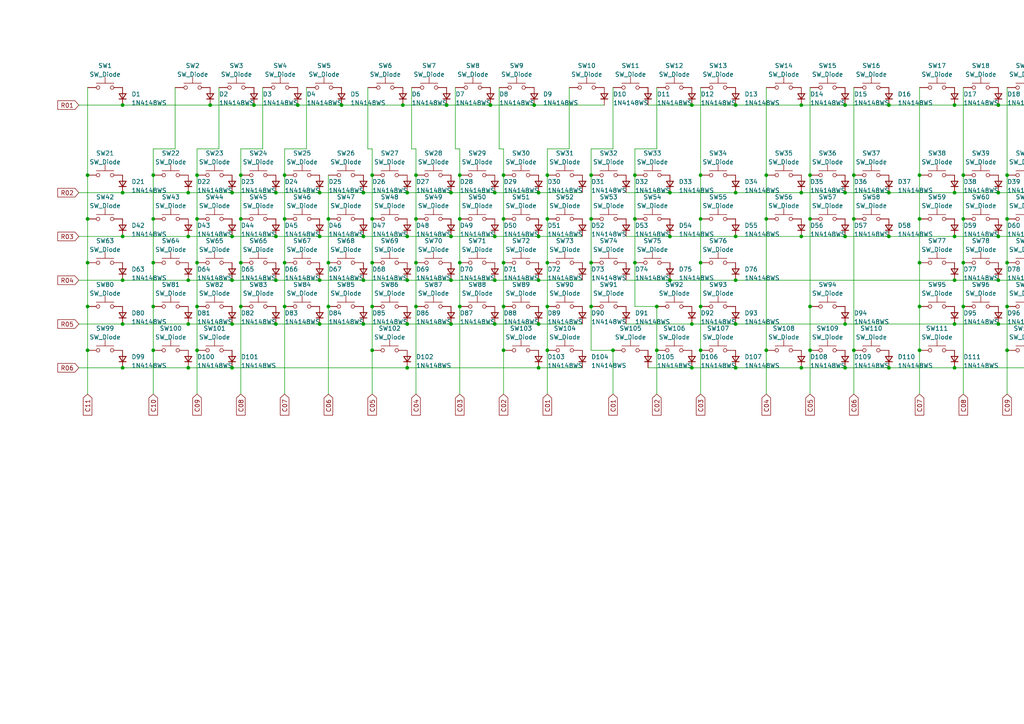
<source format=kicad_sch>
(kicad_sch (version 20231120) (generator "eeschema") (generator_version "8.0")
  (paper "A4")
  (junction (at 232.41 55.88) (diameter 0.9144))
  (junction (at 355.6 259.08) (diameter 0.9144))
  (junction (at 95.25 76.2) (diameter 0.9144))
  (junction (at 292.1 76.2) (diameter 0.9144))
  (junction (at 314.96 68.58) (diameter 0.9144))
  (junction (at 92.71 93.98) (diameter 0.9144))
  (junction (at 200.66 30.48) (diameter 0.9144))
  (junction (at 266.7 88.9) (diameter 0.9144))
  (junction (at 146.05 88.9) (diameter 0.9144))
  (junction (at 292.1 88.9) (diameter 0.9144))
  (junction (at 158.75 50.8) (diameter 0.9144))
  (junction (at -27.94 194.31) (diameter 0.9144))
  (junction (at 184.15 63.5) (diameter 0.9144))
  (junction (at -25.4 102.87) (diameter 0.9144))
  (junction (at 67.31 55.88) (diameter 0.9144))
  (junction (at 232.41 68.58) (diameter 0.9144))
  (junction (at 35.56 68.58) (diameter 0.9144))
  (junction (at 69.85 50.8) (diameter 0.9144))
  (junction (at 276.86 93.98) (diameter 0.9144))
  (junction (at 304.8 50.8) (diameter 0.9144))
  (junction (at 35.56 106.68) (diameter 0.9144))
  (junction (at 146.05 63.5) (diameter 0.9144))
  (junction (at 247.65 63.5) (diameter 0.9144))
  (junction (at 279.4 88.9) (diameter 0.9144))
  (junction (at 200.66 106.68) (diameter 0.9144))
  (junction (at 62.23 372.11) (diameter 0.9144))
  (junction (at 156.21 106.68) (diameter 0.9144))
  (junction (at 190.5 88.9) (diameter 0.9144))
  (junction (at 92.71 81.28) (diameter 0.9144))
  (junction (at 184.15 76.2) (diameter 0.9144))
  (junction (at 213.36 81.28) (diameter 0.9144))
  (junction (at 200.66 93.98) (diameter 0.9144))
  (junction (at 257.81 106.68) (diameter 0.9144))
  (junction (at 133.35 76.2) (diameter 0.9144))
  (junction (at 57.15 50.8) (diameter 0.9144))
  (junction (at 105.41 93.98) (diameter 0.9144))
  (junction (at 80.01 68.58) (diameter 0.9144))
  (junction (at 120.65 76.2) (diameter 0.9144))
  (junction (at 44.45 76.2) (diameter 0.9144))
  (junction (at 266.7 101.6) (diameter 0.9144))
  (junction (at -135.89 116.84) (diameter 0.9144))
  (junction (at 245.11 55.88) (diameter 0.9144))
  (junction (at 171.45 63.5) (diameter 0.9144))
  (junction (at 222.25 101.6) (diameter 0.9144))
  (junction (at 143.51 81.28) (diameter 0.9144))
  (junction (at 44.45 88.9) (diameter 0.9144))
  (junction (at 107.95 63.5) (diameter 0.9144))
  (junction (at 279.4 63.5) (diameter 0.9144))
  (junction (at 116.84 30.48) (diameter 0.9144))
  (junction (at 92.71 68.58) (diameter 0.9144))
  (junction (at 289.56 68.58) (diameter 0.9144))
  (junction (at 95.25 63.5) (diameter 0.9144))
  (junction (at 279.4 76.2) (diameter 0.9144))
  (junction (at 184.15 50.8) (diameter 0.9144))
  (junction (at 276.86 68.58) (diameter 0.9144))
  (junction (at 35.56 93.98) (diameter 0.9144))
  (junction (at 302.26 30.48) (diameter 0.9144))
  (junction (at 213.36 30.48) (diameter 0.9144))
  (junction (at 213.36 68.58) (diameter 0.9144))
  (junction (at 118.11 68.58) (diameter 0.9144))
  (junction (at 289.56 81.28) (diameter 0.9144))
  (junction (at 54.61 81.28) (diameter 0.9144))
  (junction (at 146.05 101.6) (diameter 0.9144))
  (junction (at 118.11 81.28) (diameter 0.9144))
  (junction (at 245.11 93.98) (diameter 0.9144))
  (junction (at 403.86 180.34) (diameter 0.9144))
  (junction (at 302.26 81.28) (diameter 0.9144))
  (junction (at -151.13 154.94) (diameter 0.9144))
  (junction (at 234.95 50.8) (diameter 0.9144))
  (junction (at 143.51 68.58) (diameter 0.9144))
  (junction (at 69.85 88.9) (diameter 0.9144))
  (junction (at 190.5 101.6) (diameter 0.9144))
  (junction (at 54.61 68.58) (diameter 0.9144))
  (junction (at 266.7 63.5) (diameter 0.9144))
  (junction (at 213.36 93.98) (diameter 0.9144))
  (junction (at 105.41 68.58) (diameter 0.9144))
  (junction (at 92.71 55.88) (diameter 0.9144))
  (junction (at 57.15 88.9) (diameter 0.9144))
  (junction (at 57.15 63.5) (diameter 0.9144))
  (junction (at 304.8 63.5) (diameter 0.9144))
  (junction (at 234.95 63.5) (diameter 0.9144))
  (junction (at 234.95 88.9) (diameter 0.9144))
  (junction (at 67.31 106.68) (diameter 0.9144))
  (junction (at 67.31 93.98) (diameter 0.9144))
  (junction (at 82.55 76.2) (diameter 0.9144))
  (junction (at 118.11 93.98) (diameter 0.9144))
  (junction (at 247.65 101.6) (diameter 0.9144))
  (junction (at 25.4 63.5) (diameter 0.9144))
  (junction (at 194.31 55.88) (diameter 0.9144))
  (junction (at 82.55 63.5) (diameter 0.9144))
  (junction (at 279.4 50.8) (diameter 0.9144))
  (junction (at 171.45 50.8) (diameter 0.9144))
  (junction (at 44.45 63.5) (diameter 0.9144))
  (junction (at 276.86 106.68) (diameter 0.9144))
  (junction (at 203.2 50.8) (diameter 0.9144))
  (junction (at 118.11 106.68) (diameter 0.9144))
  (junction (at 25.4 50.8) (diameter 0.9144))
  (junction (at 82.55 50.8) (diameter 0.9144))
  (junction (at 158.75 88.9) (diameter 0.9144))
  (junction (at 222.25 50.8) (diameter 0.9144))
  (junction (at 67.31 68.58) (diameter 0.9144))
  (junction (at 143.51 55.88) (diameter 0.9144))
  (junction (at 133.35 50.8) (diameter 0.9144))
  (junction (at 387.35 247.65) (diameter 0.9144))
  (junction (at 257.81 55.88) (diameter 0.9144))
  (junction (at 129.54 30.48) (diameter 0.9144))
  (junction (at 289.56 93.98) (diameter 0.9144))
  (junction (at 57.15 76.2) (diameter 0.9144))
  (junction (at 80.01 81.28) (diameter 0.9144))
  (junction (at -69.85 118.11) (diameter 0.9144))
  (junction (at 146.05 50.8) (diameter 0.9144))
  (junction (at 35.56 81.28) (diameter 0.9144))
  (junction (at 289.56 55.88) (diameter 0.9144))
  (junction (at 69.85 63.5) (diameter 0.9144))
  (junction (at 54.61 106.68) (diameter 0.9144))
  (junction (at 245.11 30.48) (diameter 0.9144))
  (junction (at 44.45 50.8) (diameter 0.9144))
  (junction (at 342.9 262.89) (diameter 0.9144))
  (junction (at 118.11 55.88) (diameter 0.9144))
  (junction (at 203.2 88.9) (diameter 0.9144))
  (junction (at 232.41 30.48) (diameter 0.9144))
  (junction (at 120.65 88.9) (diameter 0.9144))
  (junction (at 133.35 63.5) (diameter 0.9144))
  (junction (at 384.81 339.09) (diameter 0.9144))
  (junction (at 177.8 101.6) (diameter 0.9144))
  (junction (at 80.01 93.98) (diameter 0.9144))
  (junction (at 130.81 55.88) (diameter 0.9144))
  (junction (at 54.61 93.98) (diameter 0.9144))
  (junction (at 156.21 68.58) (diameter 0.9144))
  (junction (at 276.86 55.88) (diameter 0.9144))
  (junction (at 213.36 106.68) (diameter 0.9144))
  (junction (at 67.31 81.28) (diameter 0.9144))
  (junction (at 292.1 101.6) (diameter 0.9144))
  (junction (at 130.81 81.28) (diameter 0.9144))
  (junction (at 107.95 76.2) (diameter 0.9144))
  (junction (at 388.62 198.12) (diameter 0.9144))
  (junction (at 105.41 55.88) (diameter 0.9144))
  (junction (at 130.81 93.98) (diameter 0.9144))
  (junction (at 292.1 50.8) (diameter 0.9144))
  (junction (at 194.31 68.58) (diameter 0.9144))
  (junction (at 304.8 88.9) (diameter 0.9144))
  (junction (at -158.75 154.94) (diameter 0.9144))
  (junction (at 86.36 30.48) (diameter 0.9144))
  (junction (at 203.2 101.6) (diameter 0.9144))
  (junction (at 120.65 63.5) (diameter 0.9144))
  (junction (at 60.96 30.48) (diameter 0.9144))
  (junction (at 57.15 101.6) (diameter 0.9144))
  (junction (at 120.65 50.8) (diameter 0.9144))
  (junction (at 302.26 68.58) (diameter 0.9144))
  (junction (at 142.24 30.48) (diameter 0.9144))
  (junction (at 203.2 63.5) (diameter 0.9144))
  (junction (at 80.01 55.88) (diameter 0.9144))
  (junction (at 292.1 63.5) (diameter 0.9144))
  (junction (at 302.26 106.68) (diameter 0.9144))
  (junction (at 257.81 68.58) (diameter 0.9144))
  (junction (at 158.75 101.6) (diameter 0.9144))
  (junction (at 213.36 55.88) (diameter 0.9144))
  (junction (at 266.7 50.8) (diameter 0.9144))
  (junction (at 403.86 172.72) (diameter 0.9144))
  (junction (at 133.35 88.9) (diameter 0.9144))
  (junction (at 107.95 88.9) (diameter 0.9144))
  (junction (at 154.94 30.48) (diameter 0.9144))
  (junction (at 69.85 76.2) (diameter 0.9144))
  (junction (at 25.4 76.2) (diameter 0.9144))
  (junction (at 245.11 106.68) (diameter 0.9144))
  (junction (at 276.86 30.48) (diameter 0.9144))
  (junction (at 232.41 106.68) (diameter 0.9144))
  (junction (at 314.96 93.98) (diameter 0.9144))
  (junction (at 314.96 30.48) (diameter 0.9144))
  (junction (at 156.21 93.98) (diameter 0.9144))
  (junction (at 95.25 88.9) (diameter 0.9144))
  (junction (at 130.81 68.58) (diameter 0.9144))
  (junction (at 257.81 30.48) (diameter 0.9144))
  (junction (at 107.95 50.8) (diameter 0.9144))
  (junction (at -135.89 129.54) (diameter 0.9144))
  (junction (at -135.89 137.16) (diameter 0.9144))
  (junction (at 355.6 266.7) (diameter 0.9144))
  (junction (at 105.41 81.28) (diameter 0.9144))
  (junction (at 107.95 101.6) (diameter 0.9144))
  (junction (at 35.56 30.48) (diameter 0.9144))
  (junction (at 266.7 76.2) (diameter 0.9144))
  (junction (at -57.15 114.3) (diameter 0.9144))
  (junction (at 158.75 63.5) (diameter 0.9144))
  (junction (at 44.45 101.6) (diameter 0.9144))
  (junction (at 82.55 88.9) (diameter 0.9144))
  (junction (at 146.05 76.2) (diameter 0.9144))
  (junction (at 314.96 55.88) (diameter 0.9144))
  (junction (at 171.45 88.9) (diameter 0.9144))
  (junction (at 194.31 81.28) (diameter 0.9144))
  (junction (at 158.75 76.2) (diameter 0.9144))
  (junction (at -57.15 121.92) (diameter 0.9144))
  (junction (at 156.21 55.88) (diameter 0.9144))
  (junction (at 25.4 88.9) (diameter 0.9144))
  (junction (at 171.45 76.2) (diameter 0.9144))
  (junction (at 203.2 76.2) (diameter 0.9144))
  (junction (at 143.51 93.98) (diameter 0.9144))
  (junction (at 234.95 101.6) (diameter 0.9144))
  (junction (at 25.4 101.6) (diameter 0.9144))
  (junction (at 222.25 63.5) (diameter 0.9144))
  (junction (at 156.21 81.28) (diameter 0.9144))
  (junction (at 54.61 55.88) (diameter 0.9144))
  (junction (at 289.56 30.48) (diameter 0.9144))
  (junction (at 99.06 30.48) (diameter 0.9144))
  (junction (at 73.66 30.48) (diameter 0.9144))
  (junction (at 35.56 55.88) (diameter 0.9144))
  (junction (at 302.26 55.88) (diameter 0.9144))
  (junction (at 302.26 93.98) (diameter 0.9144))
  (junction (at 276.86 81.28) (diameter 0.9144))
  (junction (at 247.65 50.8) (diameter 0.9144))
  (junction (at 245.11 68.58) (diameter 0.9144))
  (no_connect (at 402.59 311.15))
  (no_connect (at -96.52 232.41))
  (no_connect (at -40.64 110.49))
  (no_connect (at 372.11 270.51))
  (no_connect (at -40.64 125.73))
  (no_connect (at 403.86 190.5))
  (no_connect (at -10.16 163.83))
  (no_connect (at 403.86 187.96))
  (no_connect (at 402.59 308.61))
  (no_connect (at -10.16 166.37))
  (no_connect (at 372.11 255.27))
  (no_connect (at 402.59 285.75))
  (no_connect (at 402.59 288.29))
  (no_connect (at 402.59 290.83))
  (no_connect (at 402.59 293.37))
  (no_connect (at 402.59 295.91))
  (no_connect (at 402.59 298.45))
  (no_connect (at 402.59 316.23))
  (no_connect (at 402.59 318.77))
  (no_connect (at 402.59 321.31))
  (no_connect (at 402.59 323.85))
  (no_connect (at 402.59 326.39))
  (no_connect (at -135.89 144.78))
  (no_connect (at -135.89 147.32))
  (wire (pts (xy 156.21 93.98) (xy 168.91 93.98)))
  (wire (pts (xy 118.11 68.58) (xy 130.81 68.58)))
  (wire (pts (xy 289.56 68.58) (xy 302.26 68.58)))
  (wire (pts (xy 69.85 43.18) (xy 69.85 50.8)))
  (wire (pts (xy 69.85 50.8) (xy 69.85 63.5)))
  (wire (pts (xy 69.85 63.5) (xy 69.85 76.2)))
  (wire (pts (xy 69.85 76.2) (xy 69.85 88.9)))
  (wire (pts (xy 69.85 88.9) (xy 69.85 114.3)))
  (wire (pts (xy 76.2 25.4) (xy 76.2 43.18)))
  (wire (pts (xy 76.2 43.18) (xy 69.85 43.18)))
  (wire (pts (xy 302.26 93.98) (xy 314.96 93.98)))
  (wire (pts (xy 92.71 93.98) (xy 105.41 93.98)))
  (wire (pts (xy 368.3 260.35) (xy 372.11 260.35)))
  (wire (pts (xy 80.01 93.98) (xy 92.71 93.98)))
  (wire (pts (xy 181.61 81.28) (xy 194.31 81.28)))
  (wire (pts (xy 92.71 68.58) (xy 105.41 68.58)))
  (wire (pts (xy 121.92 232.41) (xy 121.92 260.35)))
  (wire (pts (xy 25.4 372.11) (xy 62.23 372.11)))
  (wire (pts (xy 62.23 372.11) (xy 121.92 372.11)))
  (wire (pts (xy 372.11 288.29) (xy 367.03 288.29)))
  (wire (pts (xy 350.52 259.08) (xy 355.6 259.08)))
  (wire (pts (xy 190.5 260.35) (xy 191.77 260.35)))
  (wire (pts (xy 190.5 288.29) (xy 190.5 260.35)))
  (wire (pts (xy 191.77 288.29) (xy 190.5 288.29)))
  (wire (pts (xy 184.15 88.9) (xy 190.5 88.9)))
  (wire (pts (xy 118.11 93.98) (xy 130.81 93.98)))
  (wire (pts (xy 146.05 43.18) (xy 144.78 43.18)))
  (wire (pts (xy 257.81 106.68) (xy 276.86 106.68)))
  (wire (pts (xy 101.6 316.23) (xy 101.6 344.17)))
  (wire (pts (xy 133.35 43.18) (xy 133.35 50.8)))
  (wire (pts (xy 133.35 50.8) (xy 133.35 63.5)))
  (wire (pts (xy 133.35 63.5) (xy 133.35 76.2)))
  (wire (pts (xy 133.35 76.2) (xy 133.35 88.9)))
  (wire (pts (xy 133.35 88.9) (xy 133.35 114.3)))
  (wire (pts (xy 144.78 25.4) (xy 144.78 43.18)))
  (wire (pts (xy 167.64 372.11) (xy 168.91 372.11)))
  (wire (pts (xy 168.91 344.17) (xy 152.4 344.17)))
  (wire (pts (xy 168.91 372.11) (xy 168.91 344.17)))
  (wire (pts (xy 67.31 106.68) (xy 118.11 106.68)))
  (wire (pts (xy 105.41 68.58) (xy 118.11 68.58)))
  (wire (pts (xy 35.56 106.68) (xy 54.61 106.68)))
  (wire (pts (xy 54.61 93.98) (xy 67.31 93.98)))
  (wire (pts (xy 289.56 93.98) (xy 302.26 93.98)))
  (wire (pts (xy 44.45 43.18) (xy 44.45 50.8)))
  (wire (pts (xy 44.45 50.8) (xy 44.45 63.5)))
  (wire (pts (xy 44.45 63.5) (xy 44.45 76.2)))
  (wire (pts (xy 44.45 76.2) (xy 44.45 88.9)))
  (wire (pts (xy 44.45 88.9) (xy 44.45 101.6)))
  (wire (pts (xy 44.45 101.6) (xy 44.45 114.3)))
  (wire (pts (xy 54.61 68.58) (xy 67.31 68.58)))
  (wire (pts (xy -62.23 114.3) (xy -57.15 114.3)))
  (wire (pts (xy 95.25 50.8) (xy 95.25 63.5)))
  (wire (pts (xy 95.25 63.5) (xy 95.25 76.2)))
  (wire (pts (xy 95.25 76.2) (xy 95.25 88.9)))
  (wire (pts (xy 95.25 88.9) (xy 95.25 114.3)))
  (wire (pts (xy 106.68 25.4) (xy 106.68 43.18)))
  (wire (pts (xy 187.96 30.48) (xy 200.66 30.48)))
  (wire (pts (xy 200.66 30.48) (xy 213.36 30.48)))
  (wire (pts (xy 213.36 30.48) (xy 232.41 30.48)))
  (wire (pts (xy 232.41 30.48) (xy 245.11 30.48)))
  (wire (pts (xy 245.11 30.48) (xy 257.81 30.48)))
  (wire (pts (xy 257.81 30.48) (xy 276.86 30.48)))
  (wire (pts (xy 276.86 30.48) (xy 289.56 30.48)))
  (wire (pts (xy 289.56 30.48) (xy 302.26 30.48)))
  (wire (pts (xy 302.26 30.48) (xy 314.96 30.48)))
  (wire (pts (xy 314.96 30.48) (xy 317.5 30.48)))
  (wire (pts (xy -27.94 102.87) (xy -25.4 102.87)))
  (wire (pts (xy -25.4 102.87) (xy -22.86 102.87)))
  (wire (pts (xy 252.73 288.29) (xy 252.73 316.23)))
  (wire (pts (xy 252.73 316.23) (xy 237.49 316.23)))
  (wire (pts (xy -113.03 344.17) (xy -113.03 372.11)))
  (wire (pts (xy -113.03 372.11) (xy -111.76 372.11)))
  (wire (pts (xy -111.76 344.17) (xy -113.03 344.17)))
  (wire (pts (xy 276.86 68.58) (xy 289.56 68.58)))
  (wire (pts (xy 203.2 25.4) (xy 203.2 50.8)))
  (wire (pts (xy 203.2 50.8) (xy 203.2 63.5)))
  (wire (pts (xy 203.2 63.5) (xy 203.2 76.2)))
  (wire (pts (xy 203.2 76.2) (xy 203.2 88.9)))
  (wire (pts (xy 203.2 88.9) (xy 203.2 101.6)))
  (wire (pts (xy 203.2 101.6) (xy 203.2 114.3)))
  (wire (pts (xy 245.11 93.98) (xy 276.86 93.98)))
  (wire (pts (xy 105.41 93.98) (xy 118.11 93.98)))
  (wire (pts (xy 67.31 93.98) (xy 80.01 93.98)))
  (wire (pts (xy 367.03 288.29) (xy 367.03 290.83)))
  (wire (pts (xy 213.36 68.58) (xy 232.41 68.58)))
  (wire (pts (xy 35.56 93.98) (xy 54.61 93.98)))
  (wire (pts (xy 118.11 106.68) (xy 156.21 106.68)))
  (wire (pts (xy 120.65 43.18) (xy 120.65 50.8)))
  (wire (pts (xy 120.65 50.8) (xy 120.65 63.5)))
  (wire (pts (xy 120.65 63.5) (xy 120.65 76.2)))
  (wire (pts (xy 120.65 76.2) (xy 120.65 88.9)))
  (wire (pts (xy 120.65 88.9) (xy 120.65 114.3)))
  (wire (pts (xy 132.08 25.4) (xy 132.08 43.18)))
  (wire (pts (xy -69.85 114.3) (xy -69.85 118.11)))
  (wire (pts (xy -69.85 118.11) (xy -69.85 121.92)))
  (wire (pts (xy -69.85 121.92) (xy -67.31 121.92)))
  (wire (pts (xy -67.31 114.3) (xy -69.85 114.3)))
  (wire (pts (xy 156.21 68.58) (xy 168.91 68.58)))
  (wire (pts (xy 381 198.12) (xy 388.62 198.12)))
  (wire (pts (xy 266.7 25.4) (xy 266.7 50.8)))
  (wire (pts (xy 266.7 50.8) (xy 266.7 63.5)))
  (wire (pts (xy 266.7 63.5) (xy 266.7 76.2)))
  (wire (pts (xy 266.7 76.2) (xy 266.7 88.9)))
  (wire (pts (xy 266.7 88.9) (xy 266.7 101.6)))
  (wire (pts (xy 266.7 101.6) (xy 266.7 114.3)))
  (wire (pts (xy 156.21 106.68) (xy 168.91 106.68)))
  (wire (pts (xy 355.6 266.7) (xy 350.52 266.7)))
  (wire (pts (xy 302.26 106.68) (xy 317.5 106.68)))
  (wire (pts (xy 54.61 106.68) (xy 67.31 106.68)))
  (wire (pts (xy 143.51 68.58) (xy 156.21 68.58)))
  (wire (pts (xy 302.26 68.58) (xy 314.96 68.58)))
  (wire (pts (xy 177.8 101.6) (xy 177.8 114.3)))
  (wire (pts (xy -113.03 288.29) (xy -111.76 288.29)))
  (wire (pts (xy -113.03 316.23) (xy -113.03 288.29)))
  (wire (pts (xy -111.76 316.23) (xy -113.03 316.23)))
  (wire (pts (xy 92.71 81.28) (xy 105.41 81.28)))
  (wire (pts (xy 130.81 68.58) (xy 143.51 68.58)))
  (wire (pts (xy 181.61 93.98) (xy 200.66 93.98)))
  (wire (pts (xy 200.66 93.98) (xy 213.36 93.98)))
  (wire (pts (xy 167.64 232.41) (xy 191.77 232.41)))
  (wire (pts (xy 387.35 247.65) (xy 389.89 247.65)))
  (wire (pts (xy 156.21 81.28) (xy 168.91 81.28)))
  (wire (pts (xy 213.36 81.28) (xy 276.86 81.28)))
  (wire (pts (xy 184.15 43.18) (xy 184.15 50.8)))
  (wire (pts (xy 184.15 50.8) (xy 184.15 63.5)))
  (wire (pts (xy 184.15 63.5) (xy 184.15 76.2)))
  (wire (pts (xy 184.15 76.2) (xy 184.15 88.9)))
  (wire (pts (xy 190.5 25.4) (xy 190.5 43.18)))
  (wire (pts (xy 190.5 43.18) (xy 184.15 43.18)))
  (wire (pts (xy 252.73 232.41) (xy 252.73 260.35)))
  (wire (pts (xy 252.73 344.17) (xy 252.73 372.11)))
  (wire (pts (xy 252.73 372.11) (xy 237.49 372.11)))
  (wire (pts (xy 22.86 55.88) (xy 35.56 55.88)))
  (wire (pts (xy 289.56 81.28) (xy 302.26 81.28)))
  (wire (pts (xy 355.6 259.08) (xy 368.3 259.08)))
  (wire (pts (xy 345.44 259.08) (xy 342.9 259.08)))
  (wire (pts (xy 276.86 93.98) (xy 289.56 93.98)))
  (wire (pts (xy 143.51 93.98) (xy 156.21 93.98)))
  (wire (pts (xy 200.66 106.68) (xy 213.36 106.68)))
  (wire (pts (xy 67.31 68.58) (xy 80.01 68.58)))
  (wire (pts (xy 67.31 81.28) (xy 80.01 81.28)))
  (wire (pts (xy 279.4 25.4) (xy 279.4 50.8)))
  (wire (pts (xy 279.4 50.8) (xy 279.4 63.5)))
  (wire (pts (xy 279.4 63.5) (xy 279.4 76.2)))
  (wire (pts (xy 279.4 76.2) (xy 279.4 88.9)))
  (wire (pts (xy 279.4 88.9) (xy 279.4 114.3)))
  (wire (pts (xy 22.86 106.68) (xy 35.56 106.68)))
  (wire (pts (xy 245.11 106.68) (xy 257.81 106.68)))
  (wire (pts (xy 171.45 43.18) (xy 171.45 50.8)))
  (wire (pts (xy 171.45 50.8) (xy 171.45 63.5)))
  (wire (pts (xy 171.45 63.5) (xy 171.45 76.2)))
  (wire (pts (xy 171.45 76.2) (xy 171.45 88.9)))
  (wire (pts (xy 171.45 88.9) (xy 171.45 101.6)))
  (wire (pts (xy 177.8 25.4) (xy 177.8 43.18)))
  (wire (pts (xy 177.8 43.18) (xy 171.45 43.18)))
  (wire (pts (xy 292.1 25.4) (xy 292.1 50.8)))
  (wire (pts (xy 292.1 50.8) (xy 292.1 63.5)))
  (wire (pts (xy 292.1 63.5) (xy 292.1 76.2)))
  (wire (pts (xy 292.1 76.2) (xy 292.1 88.9)))
  (wire (pts (xy 292.1 88.9) (xy 292.1 101.6)))
  (wire (pts (xy 292.1 101.6) (xy 292.1 114.3)))
  (wire (pts (xy 158.75 43.18) (xy 158.75 50.8)))
  (wire (pts (xy 158.75 50.8) (xy 158.75 63.5)))
  (wire (pts (xy 158.75 63.5) (xy 158.75 76.2)))
  (wire (pts (xy 158.75 76.2) (xy 158.75 88.9)))
  (wire (pts (xy 158.75 88.9) (xy 158.75 101.6)))
  (wire (pts (xy 158.75 101.6) (xy 158.75 114.3)))
  (wire (pts (xy 165.1 25.4) (xy 165.1 43.18)))
  (wire (pts (xy 165.1 43.18) (xy 158.75 43.18)))
  (wire (pts (xy 106.68 43.18) (xy 107.95 43.18)))
  (wire (pts (xy 384.81 247.65) (xy 387.35 247.65)))
  (wire (pts (xy 190.5 88.9) (xy 190.5 101.6)))
  (wire (pts (xy 190.5 101.6) (xy 190.5 114.3)))
  (wire (pts (xy 62.23 372.11) (xy 62.23 392.43)))
  (wire (pts (xy 73.66 392.43) (xy 62.23 392.43)))
  (wire (pts (xy 22.86 93.98) (xy 35.56 93.98)))
  (wire (pts (xy 276.86 81.28) (xy 289.56 81.28)))
  (wire (pts (xy -57.15 114.3) (xy -44.45 114.3)))
  (wire (pts (xy -44.45 114.3) (xy -44.45 115.57)))
  (wire (pts (xy -44.45 115.57) (xy -40.64 115.57)))
  (wire (pts (xy -135.89 129.54) (xy -135.89 132.08)))
  (wire (pts (xy -57.15 121.92) (xy -62.23 121.92)))
  (wire (pts (xy -44.45 120.65) (xy -44.45 121.92)))
  (wire (pts (xy -44.45 121.92) (xy -57.15 121.92)))
  (wire (pts (xy -40.64 120.65) (xy -44.45 120.65)))
  (wire (pts (xy 121.92 288.29) (xy 121.92 344.17)))
  (wire (pts (xy 121.92 344.17) (xy 137.16 344.17)))
  (wire (pts (xy 107.95 43.18) (xy 107.95 50.8)))
  (wire (pts (xy 107.95 50.8) (xy 107.95 63.5)))
  (wire (pts (xy 107.95 63.5) (xy 107.95 76.2)))
  (wire (pts (xy 107.95 76.2) (xy 107.95 88.9)))
  (wire (pts (xy 107.95 88.9) (xy 107.95 101.6)))
  (wire (pts (xy 107.95 101.6) (xy 107.95 114.3)))
  (wire (pts (xy 119.38 25.4) (xy 119.38 43.18)))
  (wire (pts (xy 368.3 265.43) (xy 368.3 266.7)))
  (wire (pts (xy 342.9 259.08) (xy 342.9 262.89)))
  (wire (pts (xy 187.96 106.68) (xy 200.66 106.68)))
  (wire (pts (xy 146.05 43.18) (xy 146.05 50.8)))
  (wire (pts (xy 146.05 50.8) (xy 146.05 63.5)))
  (wire (pts (xy 146.05 63.5) (xy 146.05 76.2)))
  (wire (pts (xy 146.05 76.2) (xy 146.05 88.9)))
  (wire (pts (xy 146.05 88.9) (xy 146.05 101.6)))
  (wire (pts (xy 146.05 101.6) (xy 146.05 114.3)))
  (wire (pts (xy 132.08 43.18) (xy 133.35 43.18)))
  (wire (pts (xy 213.36 106.68) (xy 232.41 106.68)))
  (wire (pts (xy 80.01 68.58) (xy 92.71 68.58)))
  (wire (pts (xy 232.41 68.58) (xy 245.11 68.58)))
  (wire (pts (xy 57.15 43.18) (xy 57.15 50.8)))
  (wire (pts (xy 57.15 50.8) (xy 57.15 63.5)))
  (wire (pts (xy 57.15 63.5) (xy 57.15 76.2)))
  (wire (pts (xy 57.15 76.2) (xy 57.15 88.9)))
  (wire (pts (xy 57.15 88.9) (xy 57.15 101.6)))
  (wire (pts (xy 57.15 101.6) (xy 57.15 114.3)))
  (wire (pts (xy 63.5 25.4) (xy 63.5 43.18)))
  (wire (pts (xy 63.5 43.18) (xy 57.15 43.18)))
  (wire (pts (xy 130.81 81.28) (xy 143.51 81.28)))
  (wire (pts (xy 181.61 55.88) (xy 194.31 55.88)))
  (wire (pts (xy 194.31 55.88) (xy 213.36 55.88)))
  (wire (pts (xy 213.36 55.88) (xy 232.41 55.88)))
  (wire (pts (xy 232.41 55.88) (xy 245.11 55.88)))
  (wire (pts (xy 245.11 55.88) (xy 257.81 55.88)))
  (wire (pts (xy 257.81 55.88) (xy 276.86 55.88)))
  (wire (pts (xy 276.86 55.88) (xy 289.56 55.88)))
  (wire (pts (xy 289.56 55.88) (xy 302.26 55.88)))
  (wire (pts (xy 302.26 55.88) (xy 314.96 55.88)))
  (wire (pts (xy 314.96 55.88) (xy 317.5 55.88)))
  (wire (pts (xy 22.86 81.28) (xy 35.56 81.28)))
  (wire (pts (xy 245.11 68.58) (xy 257.81 68.58)))
  (wire (pts (xy 54.61 81.28) (xy 67.31 81.28)))
  (wire (pts (xy 22.86 30.48) (xy 35.56 30.48)))
  (wire (pts (xy 35.56 30.48) (xy 60.96 30.48)))
  (wire (pts (xy 60.96 30.48) (xy 73.66 30.48)))
  (wire (pts (xy 73.66 30.48) (xy 86.36 30.48)))
  (wire (pts (xy 86.36 30.48) (xy 99.06 30.48)))
  (wire (pts (xy 99.06 30.48) (xy 116.84 30.48)))
  (wire (pts (xy 116.84 30.48) (xy 129.54 30.48)))
  (wire (pts (xy 129.54 30.48) (xy 142.24 30.48)))
  (wire (pts (xy 142.24 30.48) (xy 154.94 30.48)))
  (wire (pts (xy 154.94 30.48) (xy 175.26 30.48)))
  (wire (pts (xy 342.9 262.89) (xy 342.9 266.7)))
  (wire (pts (xy 403.86 177.8) (xy 403.86 180.34)))
  (wire (pts (xy 234.95 25.4) (xy 234.95 50.8)))
  (wire (pts (xy 234.95 50.8) (xy 234.95 63.5)))
  (wire (pts (xy 234.95 63.5) (xy 234.95 88.9)))
  (wire (pts (xy 234.95 88.9) (xy 234.95 101.6)))
  (wire (pts (xy 234.95 101.6) (xy 234.95 114.3)))
  (wire (pts (xy -45.72 143.51) (xy -45.72 146.05)))
  (wire (pts (xy -40.64 143.51) (xy -45.72 143.51)))
  (wire (pts (xy 257.81 68.58) (xy 276.86 68.58)))
  (wire (pts (xy -135.89 134.62) (xy -135.89 137.16)))
  (wire (pts (xy 194.31 81.28) (xy 213.36 81.28)))
  (wire (pts (xy 276.86 106.68) (xy 302.26 106.68)))
  (wire (pts (xy 384.81 339.09) (xy 387.35 339.09)))
  (wire (pts (xy -27.94 194.31) (xy -25.4 194.31)))
  (wire (pts (xy 101.6 260.35) (xy 101.6 288.29)))
  (wire (pts (xy 50.8 25.4) (xy 50.8 43.18)))
  (wire (pts (xy 50.8 43.18) (xy 44.45 43.18)))
  (wire (pts (xy 213.36 93.98) (xy 245.11 93.98)))
  (wire (pts (xy 314.96 68.58) (xy 317.5 68.58)))
  (wire (pts (xy 314.96 93.98) (xy 317.5 93.98)))
  (wire (pts (xy 304.8 25.4) (xy 304.8 50.8)))
  (wire (pts (xy 304.8 50.8) (xy 304.8 63.5)))
  (wire (pts (xy 304.8 63.5) (xy 304.8 88.9)))
  (wire (pts (xy 304.8 88.9) (xy 304.8 114.3)))
  (wire (pts (xy 403.86 172.72) (xy 403.86 175.26)))
  (wire (pts (xy 35.56 81.28) (xy 54.61 81.28)))
  (wire (pts (xy 35.56 68.58) (xy 54.61 68.58)))
  (wire (pts (xy 222.25 25.4) (xy 222.25 50.8)))
  (wire (pts (xy 222.25 50.8) (xy 222.25 63.5)))
  (wire (pts (xy 222.25 63.5) (xy 222.25 101.6)))
  (wire (pts (xy 222.25 101.6) (xy 222.25 114.3)))
  (wire (pts (xy 22.86 68.58) (xy 35.56 68.58)))
  (wire (pts (xy 194.31 68.58) (xy 213.36 68.58)))
  (wire (pts (xy 302.26 81.28) (xy 317.5 81.28)))
  (wire (pts (xy 143.51 81.28) (xy 156.21 81.28)))
  (wire (pts (xy 118.11 81.28) (xy 130.81 81.28)))
  (wire (pts (xy 247.65 25.4) (xy 247.65 50.8)))
  (wire (pts (xy 247.65 50.8) (xy 247.65 63.5)))
  (wire (pts (xy 247.65 63.5) (xy 247.65 101.6)))
  (wire (pts (xy 247.65 101.6) (xy 247.65 114.3)))
  (wire (pts (xy 368.3 259.08) (xy 368.3 260.35)))
  (wire (pts (xy -158.75 154.94) (xy -151.13 154.94)))
  (wire (pts (xy 171.45 101.6) (xy 177.8 101.6)))
  (wire (pts (xy 25.4 25.4) (xy 25.4 50.8)))
  (wire (pts (xy 25.4 50.8) (xy 25.4 63.5)))
  (wire (pts (xy 25.4 63.5) (xy 25.4 76.2)))
  (wire (pts (xy 25.4 76.2) (xy 25.4 88.9)))
  (wire (pts (xy 25.4 88.9) (xy 25.4 101.6)))
  (wire (pts (xy 25.4 101.6) (xy 25.4 114.3)))
  (wire (pts (xy 119.38 43.18) (xy 120.65 43.18)))
  (wire (pts (xy 80.01 81.28) (xy 92.71 81.28)))
  (wire (pts (xy 368.3 266.7) (xy 355.6 266.7)))
  (wire (pts (xy 181.61 68.58) (xy 194.31 68.58)))
  (wire (pts (xy 130.81 93.98) (xy 143.51 93.98)))
  (wire (pts (xy 232.41 106.68) (xy 245.11 106.68)))
  (wire (pts (xy 35.56 55.88) (xy 54.61 55.88)))
  (wire (pts (xy 54.61 55.88) (xy 67.31 55.88)))
  (wire (pts (xy 67.31 55.88) (xy 80.01 55.88)))
  (wire (pts (xy 80.01 55.88) (xy 92.71 55.88)))
  (wire (pts (xy 92.71 55.88) (xy 105.41 55.88)))
  (wire (pts (xy 105.41 55.88) (xy 118.11 55.88)))
  (wire (pts (xy 118.11 55.88) (xy 130.81 55.88)))
  (wire (pts (xy 130.81 55.88) (xy 143.51 55.88)))
  (wire (pts (xy 143.51 55.88) (xy 156.21 55.88)))
  (wire (pts (xy 156.21 55.88) (xy 168.91 55.88)))
  (wire (pts (xy 82.55 43.18) (xy 82.55 50.8)))
  (wire (pts (xy 82.55 50.8) (xy 82.55 63.5)))
  (wire (pts (xy 82.55 63.5) (xy 82.55 76.2)))
  (wire (pts (xy 82.55 76.2) (xy 82.55 88.9)))
  (wire (pts (xy 82.55 88.9) (xy 82.55 114.3)))
  (wire (pts (xy 88.9 25.4) (xy 88.9 43.18)))
  (wire (pts (xy 88.9 43.18) (xy 82.55 43.18)))
  (wire (pts (xy 342.9 266.7) (xy 345.44 266.7)))
  (wire (pts (xy 105.41 81.28) (xy 118.11 81.28)))
  (wire (pts (xy 167.64 260.35) (xy 168.91 260.35)))
  (wire (pts (xy 168.91 260.35) (xy 168.91 288.29)))
  (wire (pts (xy 168.91 288.29) (xy 167.64 288.29)))
  (wire (pts (xy 190.5 316.23) (xy 190.5 344.17)))
  (wire (pts (xy 190.5 344.17) (xy 191.77 344.17)))
  (wire (pts (xy 191.77 316.23) (xy 190.5 316.23)))
  (wire (pts (xy 372.11 265.43) (xy 368.3 265.43)))
  (global_label "R07" (shape input) (at -10.16 140.97 0) (property "Intersheetrefs" "${INTERSHEET_REFS}" (effects (hide yes))))
  (global_label "R01" (shape input) (at 22.86 30.48 180) (property "Intersheetrefs" "${INTERSHEET_REFS}" (effects (hide yes))))
  (global_label "C10" (shape input) (at 44.45 114.3 270) (property "Intersheetrefs" "${INTERSHEET_REFS}" (effects (hide yes))))
  (global_label "R08" (shape input) (at 402.59 255.27 0) (property "Intersheetrefs" "${INTERSHEET_REFS}" (effects (hide yes))))
  (global_label "C01" (shape input) (at 158.75 114.3 270) (property "Intersheetrefs" "${INTERSHEET_REFS}" (effects (hide yes))))
  (global_label "R11" (shape input) (at 402.59 262.89 0) (property "Intersheetrefs" "${INTERSHEET_REFS}" (effects (hide yes))))
  (global_label "R04" (shape input) (at 22.86 81.28 180) (property "Intersheetrefs" "${INTERSHEET_REFS}" (effects (hide yes))))
  (global_label "C07" (shape input) (at 82.55 114.3 270) (property "Intersheetrefs" "${INTERSHEET_REFS}" (effects (hide yes))))
  (global_label "R08" (shape input) (at 317.5 55.88 0) (property "Intersheetrefs" "${INTERSHEET_REFS}" (effects (hide yes))))
  (global_label "R04" (shape input) (at -10.16 184.15 0) (property "Intersheetrefs" "${INTERSHEET_REFS}" (effects (hide yes))))
  (global_label "R03" (shape input) (at -10.16 181.61 0) (property "Intersheetrefs" "${INTERSHEET_REFS}" (effects (hide yes))))
  (global_label "C09" (shape input) (at -10.16 123.19 0) (property "Intersheetrefs" "${INTERSHEET_REFS}" (effects (hide yes))))
  (global_label "C08" (shape input) (at 402.59 303.53 0) (property "Intersheetrefs" "${INTERSHEET_REFS}" (effects (hide yes))))
  (global_label "C05" (shape input) (at 402.59 270.51 0) (property "Intersheetrefs" "${INTERSHEET_REFS}" (effects (hide yes))))
  (global_label "C10" (shape input) (at 402.59 280.67 0) (property "Intersheetrefs" "${INTERSHEET_REFS}" (effects (hide yes))))
  (global_label "R07" (shape input) (at 317.5 30.48 0) (property "Intersheetrefs" "${INTERSHEET_REFS}" (effects (hide yes))))
  (global_label "C09" (shape input) (at 402.59 300.99 0) (property "Intersheetrefs" "${INTERSHEET_REFS}" (effects (hide yes))))
  (global_label "C03" (shape input) (at 133.35 114.3 270) (property "Intersheetrefs" "${INTERSHEET_REFS}" (effects (hide yes))))
  (global_label "F-KEY-SDA" (shape input) (at 207.01 372.11 180) (property "Intersheetrefs" "${INTERSHEET_REFS}" (effects (hide yes))))
  (global_label "R06" (shape input) (at 22.86 106.68 180) (property "Intersheetrefs" "${INTERSHEET_REFS}" (effects (hide yes))))
  (global_label "R06" (shape input) (at -10.16 133.35 0) (property "Intersheetrefs" "${INTERSHEET_REFS}" (effects (hide yes))))
  (global_label "R12" (shape input) (at 317.5 106.68 0) (property "Intersheetrefs" "${INTERSHEET_REFS}" (effects (hide yes))))
  (global_label "R02" (shape input) (at -10.16 179.07 0) (property "Intersheetrefs" "${INTERSHEET_REFS}" (effects (hide yes))))
  (global_label "C09" (shape input) (at 292.1 114.3 270) (property "Intersheetrefs" "${INTERSHEET_REFS}" (effects (hide yes))))
  (global_label "R10" (shape input) (at 317.5 81.28 0) (property "Intersheetrefs" "${INTERSHEET_REFS}" (effects (hide yes))))
  (global_label "C04" (shape input) (at 120.65 114.3 270) (property "Intersheetrefs" "${INTERSHEET_REFS}" (effects (hide yes))))
  (global_label "C01" (shape input) (at 177.8 114.3 270) (property "Intersheetrefs" "${INTERSHEET_REFS}" (effects (hide yes))))
  (global_label "C07" (shape input) (at 402.59 265.43 0) (property "Intersheetrefs" "${INTERSHEET_REFS}" (effects (hide yes))))
  (global_label "C05" (shape input) (at 107.95 114.3 270) (property "Intersheetrefs" "${INTERSHEET_REFS}" (effects (hide yes))))
  (global_label "R11" (shape input) (at -10.16 113.03 0) (property "Intersheetrefs" "${INTERSHEET_REFS}" (effects (hide yes))))
  (global_label "F-KEY-SDA" (shape input) (at 101.6 232.41 0) (property "Intersheetrefs" "${INTERSHEET_REFS}" (effects (hide yes))))
  (global_label "R05" (shape input) (at 22.86 93.98 180) (property "Intersheetrefs" "${INTERSHEET_REFS}" (effects (hide yes))))
  (global_label "R01" (shape input) (at -10.16 176.53 0) (property "Intersheetrefs" "${INTERSHEET_REFS}" (effects (hide yes))))
  (global_label "C10" (shape input) (at 304.8 114.3 270) (property "Intersheetrefs" "${INTERSHEET_REFS}" (effects (hide yes))))
  (global_label "C02" (shape input) (at -10.16 146.05 0) (property "Intersheetrefs" "${INTERSHEET_REFS}" (effects (hide yes))))
  (global_label "R10" (shape input) (at 402.59 260.35 0) (property "Intersheetrefs" "${INTERSHEET_REFS}" (effects (hide yes))))
  (global_label "C02" (shape input) (at 190.5 114.3 270) (property "Intersheetrefs" "${INTERSHEET_REFS}" (effects (hide yes))))
  (global_label "F-KEY-SDA" (shape input) (at 81.28 392.43 0) (property "Intersheetrefs" "${INTERSHEET_REFS}" (effects (hide yes))))
  (global_label "C03" (shape input) (at -10.16 148.59 0) (property "Intersheetrefs" "${INTERSHEET_REFS}" (effects (hide yes))))
  (global_label "R09" (shape input) (at 317.5 68.58 0) (property "Intersheetrefs" "${INTERSHEET_REFS}" (effects (hide yes))))
  (global_label "SDA" (shape input) (at -111.76 260.35 180) (property "Intersheetrefs" "${INTERSHEET_REFS}" (effects (hide yes))))
  (global_label "R09" (shape input) (at -10.16 118.11 0) (property "Intersheetrefs" "${INTERSHEET_REFS}" (effects (hide yes))))
  (global_label "R07" (shape input) (at 402.59 328.93 0) (property "Intersheetrefs" "${INTERSHEET_REFS}" (effects (hide yes))))
  (global_label "D+Left" (shape input) (at -128.27 137.16 0) (property "Intersheetrefs" "${INTERSHEET_REFS}" (effects (hide yes))))
  (global_label "R08" (shape input) (at -10.16 128.27 0) (property "Intersheetrefs" "${INTERSHEET_REFS}" (effects (hide yes))))
  (global_label "D+Right" (shape input) (at 372.11 280.67 180) (property "Intersheetrefs" "${INTERSHEET_REFS}" (effects (hide yes))))
  (global_label "C10" (shape input) (at -10.16 125.73 0) (property "Intersheetrefs" "${INTERSHEET_REFS}" (effects (hide yes))))
  (global_label "C08" (shape input) (at 279.4 114.3 270) (property "Intersheetrefs" "${INTERSHEET_REFS}" (effects (hide yes))))
  (global_label "D-Left" (shape input) (at -128.27 129.54 0) (property "Intersheetrefs" "${INTERSHEET_REFS}" (effects (hide yes))))
  (global_label "C05" (shape input) (at 234.95 114.3 270) (property "Intersheetrefs" "${INTERSHEET_REFS}" (effects (hide yes))))
  (global_label "D+Right" (shape input) (at 411.48 180.34 0) (property "Intersheetrefs" "${INTERSHEET_REFS}" (effects (hide yes))))
  (global_label "C04" (shape input) (at 222.25 114.3 270) (property "Intersheetrefs" "${INTERSHEET_REFS}" (effects (hide yes))))
  (global_label "R09" (shape input) (at 402.59 257.81 0) (property "Intersheetrefs" "${INTERSHEET_REFS}" (effects (hide yes))))
  (global_label "R05" (shape input) (at -10.16 135.89 0) (property "Intersheetrefs" "${INTERSHEET_REFS}" (effects (hide yes))))
  (global_label "R11" (shape input) (at 317.5 93.98 0) (property "Intersheetrefs" "${INTERSHEET_REFS}" (effects (hide yes))))
  (global_label "C06" (shape input) (at 247.65 114.3 270) (property "Intersheetrefs" "${INTERSHEET_REFS}" (effects (hide yes))))
  (global_label "D-Left" (shape input) (at -40.64 138.43 180) (property "Intersheetrefs" "${INTERSHEET_REFS}" (effects (hide yes))))
  (global_label "D-Right" (shape input) (at 411.48 172.72 0) (property "Intersheetrefs" "${INTERSHEET_REFS}" (effects (hide yes))))
  (global_label "C07" (shape input) (at 266.7 114.3 270) (property "Intersheetrefs" "${INTERSHEET_REFS}" (effects (hide yes))))
  (global_label "C04" (shape input) (at -10.16 153.67 0) (property "Intersheetrefs" "${INTERSHEET_REFS}" (effects (hide yes))))
  (global_label "R12" (shape input) (at -10.16 110.49 0) (property "Intersheetrefs" "${INTERSHEET_REFS}" (effects (hide yes))))
  (global_label "C04" (shape input) (at 402.59 278.13 0) (property "Intersheetrefs" "${INTERSHEET_REFS}" (effects (hide yes))))
  (global_label "D-Right" (shape input) (at 372.11 283.21 180) (property "Intersheetrefs" "${INTERSHEET_REFS}" (effects (hide yes))))
  (global_label "R12" (shape input) (at 402.59 273.05 0) (property "Intersheetrefs" "${INTERSHEET_REFS}" (effects (hide yes))))
  (global_label "C06" (shape input) (at -10.16 156.21 0) (property "Intersheetrefs" "${INTERSHEET_REFS}" (effects (hide yes))))
  (global_label "C07" (shape input) (at -10.16 158.75 0) (property "Intersheetrefs" "${INTERSHEET_REFS}" (effects (hide yes))))
  (global_label "SDA" (shape input) (at -10.16 171.45 0) (property "Intersheetrefs" "${INTERSHEET_REFS}" (effects (hide yes))))
  (global_label "C06" (shape input) (at 95.25 114.3 270) (property "Intersheetrefs" "${INTERSHEET_REFS}" (effects (hide yes))))
  (global_label "R02" (shape input) (at 22.86 55.88 180) (property "Intersheetrefs" "${INTERSHEET_REFS}" (effects (hide yes))))
  (global_label "R03" (shape input) (at 22.86 68.58 180) (property "Intersheetrefs" "${INTERSHEET_REFS}" (effects (hide yes))))
  (global_label "C08" (shape input) (at 69.85 114.3 270) (property "Intersheetrefs" "${INTERSHEET_REFS}" (effects (hide yes))))
  (global_label "C05" (shape input) (at -10.16 151.13 0) (property "Intersheetrefs" "${INTERSHEET_REFS}" (effects (hide yes))))
  (global_label "C03" (shape input) (at 203.2 114.3 270) (property "Intersheetrefs" "${INTERSHEET_REFS}" (effects (hide yes))))
  (global_label "R10" (shape input) (at -10.16 115.57 0) (property "Intersheetrefs" "${INTERSHEET_REFS}" (effects (hide yes))))
  (global_label "C09" (shape input) (at 57.15 114.3 270) (property "Intersheetrefs" "${INTERSHEET_REFS}" (effects (hide yes))))
  (global_label "D+Left" (shape input) (at -40.64 135.89 180) (property "Intersheetrefs" "${INTERSHEET_REFS}" (effects (hide yes))))
  (global_label "C06" (shape input) (at 402.59 267.97 0) (property "Intersheetrefs" "${INTERSHEET_REFS}" (effects (hide yes))))
  (global_label "C02" (shape input) (at 146.05 114.3 270) (property "Intersheetrefs" "${INTERSHEET_REFS}" (effects (hide yes))))
  (global_label "C11" (shape input) (at 25.4 114.3 270) (property "Intersheetrefs" "${INTERSHEET_REFS}" (effects (hide yes))))
  (global_label "C01" (shape input) (at -10.16 143.51 0) (property "Intersheetrefs" "${INTERSHEET_REFS}" (effects (hide yes))))
  (global_label "C08" (shape input) (at -10.16 120.65 0) (property "Intersheetrefs" "${INTERSHEET_REFS}" (effects (hide yes))))
  (global_label "C11" (shape input) (at -10.16 173.99 0) (property "Intersheetrefs" "${INTERSHEET_REFS}" (effects (hide yes))))
  (symbol (lib_id "Switch:SW_Push") (at 151.13 101.6 0) (unit 1)
    (property "Reference" "SW103" (at 151.13 95.25 0))
    (property "Value" "SW_Diode" (at 151.13 97.79 0))
    (property "Footprint" "blackwing:SW_Cherry_MX_1.25u_PCB" (effects (hide yes)))
  )
  (symbol (lib_id "Device:R") (at 407.67 172.72 90) (unit 1)
    (property "Reference" "R7" (at 407.67 167.64 90))
    (property "Value" "22R" (at 407.67 170.18 90))
    (property "Footprint" "Resistor_SMD:R_0603_1608Metric" (effects (hide yes)))
  )
  (symbol (lib_id "power:GND") (at 48.26 224.79 180) (unit 1)
    (property "Reference" "#PWR0236" (effects (hide yes)))
    (property "Value" "GND" (at 48.26 219.71 0))
  )
  (symbol (lib_id "Switch:SW_Push") (at 182.88 25.4 0) (unit 1)
    (property "Reference" "SW11" (at 182.88 19.05 0))
    (property "Value" "SW_Diode" (at 182.88 21.59 0))
    (property "Footprint" "blackwing:SW_Cherry_MX_1.00u_PCB" (effects (hide yes)))
  )
  (symbol (lib_id "Switch:SW_Push") (at 195.58 88.9 0) (unit 1)
    (property "Reference" "SW92" (at 195.58 82.55 0))
    (property "Value" "SW_Diode" (at 195.58 85.09 0))
    (property "Footprint" "blackwing:SW_Cherry_MX_1.00u_PCB" (effects (hide yes)))
  )
  (symbol (lib_id "Switch:SW_Push") (at 87.63 63.5 0) (unit 1)
    (property "Reference" "SW46" (at 87.63 57.15 0))
    (property "Value" "SW_Diode" (at 87.63 59.69 0))
    (property "Footprint" "blackwing:SW_Cherry_MX_1.00u_PCB" (effects (hide yes)))
  )
  (symbol (lib_id "Switch:SW_Push") (at 240.03 101.6 0) (unit 1)
    (property "Reference" "SW109" (at 240.03 95.25 0))
    (property "Value" "SW_Diode" (at 240.03 97.79 0))
    (property "Footprint" "blackwing:SW_Cherry_MX_1.00u_PCB" (effects (hide yes)))
  )
  (symbol (lib_id "power:GND") (at 229.87 295.91 0) (unit 1)
    (property "Reference" "#PWR0222" (effects (hide yes)))
    (property "Value" "GND" (at 229.87 300.99 0))
  )
  (symbol (lib_id "ingot:WS2812B-2020") (at 245.11 344.17 0) (unit 1)
    (property "Reference" "D209" (at 245.11 332.74 0))
    (property "Value" "WS2812B-2020" (at 245.11 335.28 0))
    (property "Footprint" "blackwing:LED-WS2812B-2020" (effects (hide yes)))
    (property "Datasheet" "http://www.led-color.com/upload/201604/APA102-2020%20SMD%20LED.pdf" (effects (hide yes)))
  )
  (symbol (lib_id "power:GND") (at -88.9 267.97 0) (unit 1)
    (property "Reference" "#PWR0135" (effects (hide yes)))
    (property "Value" "GND" (at -88.9 273.05 0))
  )
  (symbol (lib_id "Switch:SW_Push") (at 195.58 25.4 0) (unit 1)
    (property "Reference" "SW12" (at 195.58 19.05 0))
    (property "Value" "SW_Diode" (at 195.58 21.59 0))
    (property "Footprint" "blackwing:SW_Cherry_MX_1.00u_PCB" (effects (hide yes)))
  )
  (symbol (lib_id "Switch:SW_Push") (at 208.28 101.6 0) (unit 1)
    (property "Reference" "SW107" (at 208.28 95.25 0))
    (property "Value" "SW_Diode" (at 208.28 97.79 0))
    (property "Footprint" "blackwing:SW_Cherry_MX_1.00u_PCB" (effects (hide yes)))
  )
  (symbol (lib_id "power:GND") (at -104.14 336.55 180) (unit 1)
    (property "Reference" "#PWR0189" (effects (hide yes)))
    (property "Value" "GND" (at -104.14 331.47 0))
  )
  (symbol (lib_id "Switch:SW_Push") (at 113.03 88.9 0) (unit 1)
    (property "Reference" "SW86" (at 113.03 82.55 0))
    (property "Value" "SW_Diode" (at 113.03 85.09 0))
    (property "Footprint" "blackwing:SW_Cherry_MX_1.00u_PCB" (effects (hide yes)))
  )
  (symbol (lib_id "power:GND") (at -12.7 323.85 0) (unit 1)
    (property "Reference" "#PWR0168" (effects (hide yes)))
    (property "Value" "GND" (at -12.7 328.93 0))
  )
  (symbol (lib_id "Switch:SW_Push") (at 100.33 50.8 0) (unit 1)
    (property "Reference" "SW26" (at 100.33 44.45 0))
    (property "Value" "SW_Diode" (at 100.33 46.99 0))
    (property "Footprint" "blackwing:SW_Cherry_MX_1.00u_PCB" (effects (hide yes)))
  )
  (symbol (lib_id "ingot:WS2812B-2020") (at 33.02 260.35 0) (unit 1)
    (property "Reference" "D122" (at 33.02 248.92 0))
    (property "Value" "WS2812B-2020" (at 33.02 251.46 0))
    (property "Footprint" "blackwing:LED-WS2812B-2020" (effects (hide yes)))
    (property "Datasheet" "http://www.led-color.com/upload/201604/APA102-2020%20SMD%20LED.pdf" (effects (hide yes)))
  )
  (symbol (lib_id "Switch:SW_Push") (at 74.93 76.2 0) (unit 1)
    (property "Reference" "SW66" (at 74.93 69.85 0))
    (property "Value" "SW_Diode" (at 74.93 72.39 0))
    (property "Footprint" "blackwing:SW_Cherry_MX_1.00u_PCB" (effects (hide yes)))
  )
  (symbol (lib_id "Diode:1N4148WS") (at 35.56 27.94 90) (unit 1)
    (property "Reference" "D1" (at 38.1 27.3049 90) (effects (justify right)))
    (property "Value" "1N4148WS" (at 38.1 29.8449 90) (effects (justify right)))
    (property "Footprint" "blackwing:D_SOD-323" (effects (hide yes)))
  )
  (symbol (lib_id "power:VBUS") (at -27.94 364.49 0) (unit 1)
    (property "Reference" "#PWR062" (effects (hide yes)))
    (property "Value" "VBUS" (at -27.94 360.68 0))
  )
  (symbol (lib_id "Switch:SW_Push") (at 30.48 76.2 0) (unit 1)
    (property "Reference" "SW63" (at 30.48 69.85 0))
    (property "Value" "SW_Diode" (at 30.48 72.39 0))
    (property "Footprint" "blackwing:SW_Cherry_MX_1.50u_PCB" (effects (hide yes)))
  )
  (symbol (lib_id "power:GND") (at 63.5 267.97 0) (unit 1)
    (property "Reference" "#PWR0145" (effects (hide yes)))
    (property "Value" "GND" (at 63.5 273.05 0))
  )
  (symbol (lib_id "power:PWR_FLAG") (at -135.89 116.84 0) (unit 1)
    (property "Reference" "#FLG0101" (effects (hide yes)))
    (property "Value" "PWR_FLAG" (at -135.89 113.03 0))
  )
  (symbol (lib_id "power:VBUS") (at -27.94 295.91 180) (unit 1)
    (property "Reference" "#PWR023" (effects (hide yes)))
    (property "Value" "VBUS" (at -27.94 299.72 0))
  )
  (symbol (lib_id "power:GND") (at 17.78 224.79 180) (unit 1)
    (property "Reference" "#PWR0238" (effects (hide yes)))
    (property "Value" "GND" (at 17.78 219.71 0))
  )
  (symbol (lib_id "ingot:WS2812B-2020") (at 48.26 260.35 0) (unit 1)
    (property "Reference" "D123" (at 48.26 248.92 0))
    (property "Value" "WS2812B-2020" (at 48.26 251.46 0))
    (property "Footprint" "blackwing:LED-WS2812B-2020" (effects (hide yes)))
    (property "Datasheet" "http://www.led-color.com/upload/201604/APA102-2020%20SMD%20LED.pdf" (effects (hide yes)))
  )
  (symbol (lib_id "Diode:1N4148WS") (at 181.61 53.34 90) (unit 1)
    (property "Reference" "D32" (at 184.15 52.7049 90) (effects (justify right)))
    (property "Value" "1N4148WS" (at 184.15 55.2449 90) (effects (justify right)))
    (property "Footprint" "blackwing:D_SOD-323" (effects (hide yes)))
  )
  (symbol (lib_id "Switch:SW_Push") (at 240.03 50.8 0) (unit 1)
    (property "Reference" "SW36" (at 240.03 44.45 0))
    (property "Value" "SW_Diode" (at 240.03 46.99 0))
    (property "Footprint" "blackwing:SW_Cherry_MX_1.00u_PCB" (effects (hide yes)))
  )
  (symbol (lib_id "power:GND") (at 342.9 262.89 270) (unit 1)
    (property "Reference" "#PWR0125" (effects (hide yes)))
    (property "Value" "GND" (at 340.36 263.5249 90) (effects (justify right)))
  )
  (symbol (lib_id "power:VBUS") (at 229.87 267.97 180) (unit 1)
    (property "Reference" "#PWR084" (effects (hide yes)))
    (property "Value" "VBUS" (at 229.87 271.78 0))
  )
  (symbol (lib_id "Diode:1N4148WS") (at 80.01 53.34 90) (unit 1)
    (property "Reference" "D24" (at 82.55 52.7049 90) (effects (justify right)))
    (property "Value" "1N4148WS" (at 82.55 55.2449 90) (effects (justify right)))
    (property "Footprint" "blackwing:D_SOD-323" (effects (hide yes)))
  )
  (symbol (lib_id "power:GND") (at -58.42 379.73 0) (unit 1)
    (property "Reference" "#PWR0193" (effects (hide yes)))
    (property "Value" "GND" (at -58.42 384.81 0))
  )
  (symbol (lib_id "Diode:1N4148WS") (at 35.56 53.34 90) (unit 1)
    (property "Reference" "D21" (at 38.1 52.7049 90) (effects (justify right)))
    (property "Value" "1N4148WS" (at 38.1 55.2449 90) (effects (justify right)))
    (property "Footprint" "blackwing:D_SOD-323" (effects (hide yes)))
  )
  (symbol (lib_id "ingot:WS2812B-2020") (at -88.9 372.11 0) (unit 1)
    (property "Reference" "D170" (at -88.9 360.68 0))
    (property "Value" "WS2812B-2020" (at -88.9 363.22 0))
    (property "Footprint" "blackwing:LED-WS2812B-2020" (effects (hide yes)))
    (property "Datasheet" "http://www.led-color.com/upload/201604/APA102-2020%20SMD%20LED.pdf" (effects (hide yes)))
  )
  (symbol (lib_id "power:GND") (at 199.39 295.91 0) (unit 1)
    (property "Reference" "#PWR0220" (effects (hide yes)))
    (property "Value" "GND" (at 199.39 300.99 0))
  )
  (symbol (lib_id "Diode:1N4148WS") (at 105.41 91.44 90) (unit 1)
    (property "Reference" "D85" (at 107.95 90.8049 90) (effects (justify right)))
    (property "Value" "1N4148WS" (at 107.95 93.3449 90) (effects (justify right)))
    (property "Footprint" "blackwing:D_SOD-323" (effects (hide yes)))
  )
  (symbol (lib_id "power:VBUS") (at 2.54 364.49 0) (unit 1)
    (property "Reference" "#PWR064" (effects (hide yes)))
    (property "Value" "VBUS" (at 2.54 360.68 0))
  )
  (symbol (lib_id "Switch:SW_Push") (at 49.53 101.6 0) (unit 1)
    (property "Reference" "SW100" (at 49.53 95.25 0))
    (property "Value" "SW_Diode" (at 49.53 97.79 0))
    (property "Footprint" "blackwing:SW_Cherry_MX_1.00u_PCB" (effects (hide yes)))
  )
  (symbol (lib_id "Switch:SW_Push") (at 208.28 50.8 0) (unit 1)
    (property "Reference" "SW34" (at 208.28 44.45 0))
    (property "Value" "SW_Diode" (at 208.28 46.99 0))
    (property "Footprint" "blackwing:SW_Cherry_MX_1.50u_PCB" (effects (hide yes)))
  )
  (symbol (lib_id "power:VBUS") (at 129.54 224.79 0) (unit 1)
    (property "Reference" "#PWR076" (effects (hide yes)))
    (property "Value" "VBUS" (at 129.54 220.98 0))
  )
  (symbol (lib_id "Switch:SW_Push") (at 271.78 50.8 0) (unit 1)
    (property "Reference" "SW38" (at 271.78 44.45 0))
    (property "Value" "SW_Diode" (at 271.78 46.99 0))
    (property "Footprint" "blackwing:SW_Cherry_MX_1.00u_PCB" (effects (hide yes)))
  )
  (symbol (lib_id "ingot:WS2812B-2020") (at 93.98 344.17 180) (unit 1)
    (property "Reference" "D155" (at 93.98 355.6 0))
    (property "Value" "WS2812B-2020" (at 93.98 353.06 0))
    (property "Footprint" "blackwing:LED-WS2812B-2020" (effects (hide yes)))
    (property "Datasheet" "http://www.led-color.com/upload/201604/APA102-2020%20SMD%20LED.pdf" (effects (hide yes)))
  )
  (symbol (lib_id "Diode:1N4148WS") (at 118.11 104.14 90) (unit 1)
    (property "Reference" "D102" (at 120.65 103.5049 90) (effects (justify right)))
    (property "Value" "1N4148WS" (at 120.65 106.0449 90) (effects (justify right)))
    (property "Footprint" "blackwing:D_SOD-323" (effects (hide yes)))
  )
  (symbol (lib_id "Switch:SW_Push") (at 163.83 63.5 0) (unit 1)
    (property "Reference" "SW52" (at 163.83 57.15 0))
    (property "Value" "SW_Diode" (at 163.83 59.69 0))
    (property "Footprint" "blackwing:SW_Cherry_MX_1.00u_PCB" (effects (hide yes)))
  )
  (symbol (lib_id "power:VBUS") (at -27.94 308.61 0) (unit 1)
    (property "Reference" "#PWR034" (effects (hide yes)))
    (property "Value" "VBUS" (at -27.94 304.8 0))
  )
  (symbol (lib_id "Switch:SW_Push") (at 284.48 25.4 0) (unit 1)
    (property "Reference" "SW18" (at 284.48 19.05 0))
    (property "Value" "SW_Diode" (at 284.48 21.59 0))
    (property "Footprint" "blackwing:SW_Cherry_MX_1.00u_PCB" (effects (hide yes)))
  )
  (symbol (lib_id "power:GND") (at 63.5 336.55 180) (unit 1)
    (property "Reference" "#PWR0178" (effects (hide yes)))
    (property "Value" "GND" (at 63.5 331.47 0))
  )
  (symbol (lib_id "Diode:1N4148WS") (at 289.56 53.34 90) (unit 1)
    (property "Reference" "D39" (at 292.1 52.7049 90) (effects (justify right)))
    (property "Value" "1N4148WS" (at 292.1 55.2449 90) (effects (justify right)))
    (property "Footprint" "blackwing:D_SOD-323" (effects (hide yes)))
  )
  (symbol (lib_id "power:VBUS") (at 63.5 240.03 180) (unit 1)
    (property "Reference" "#PWR0107" (effects (hide yes)))
    (property "Value" "VBUS" (at 63.5 243.84 0))
  )
  (symbol (lib_id "Diode:1N4148WS") (at 35.56 91.44 90) (unit 1)
    (property "Reference" "D80" (at 38.1 90.8049 90) (effects (justify right)))
    (property "Value" "1N4148WS" (at 38.1 93.3449 90) (effects (justify right)))
    (property "Footprint" "blackwing:D_SOD-323" (effects (hide yes)))
  )
  (symbol (lib_id "power:VBUS") (at -104.14 295.91 180) (unit 1)
    (property "Reference" "#PWR028" (effects (hide yes)))
    (property "Value" "VBUS" (at -104.14 299.72 0))
  )
  (symbol (lib_id "Switch:SW_Push") (at 62.23 63.5 0) (unit 1)
    (property "Reference" "SW44" (at 62.23 57.15 0))
    (property "Value" "SW_Diode" (at 62.23 59.69 0))
    (property "Footprint" "blackwing:SW_Cherry_MX_1.00u_PCB" (effects (hide yes)))
  )
  (symbol (lib_id "Switch:SW_Push") (at 138.43 88.9 0) (unit 1)
    (property "Reference" "SW88" (at 138.43 82.55 0))
    (property "Value" "SW_Diode" (at 138.43 85.09 0))
    (property "Footprint" "blackwing:SW_Cherry_MX_1.00u_PCB" (effects (hide yes)))
  )
  (symbol (lib_id "power:GND") (at 129.54 295.91 0) (unit 1)
    (property "Reference" "#PWR0203" (effects (hide yes)))
    (property "Value" "GND" (at 129.54 300.99 0))
  )
  (symbol (lib_id "power:VBUS") (at -73.66 308.61 0) (unit 1)
    (property "Reference" "#PWR031" (effects (hide yes)))
    (property "Value" "VBUS" (at -73.66 304.8 0))
  )
  (symbol (lib_id "Diode:1N4148WS") (at 232.41 27.94 90) (unit 1)
    (property "Reference" "D14" (at 234.95 27.3049 90) (effects (justify right)))
    (property "Value" "1N4148WS" (at 234.95 29.8449 90) (effects (justify right)))
    (property "Footprint" "blackwing:D_SOD-323" (effects (hide yes)))
  )
  (symbol (lib_id "ingot:WS2812B-2020") (at -58.42 372.11 0) (unit 1)
    (property "Reference" "D172" (at -58.42 360.68 0))
    (property "Value" "WS2812B-2020" (at -58.42 363.22 0))
    (property "Footprint" "blackwing:LED-WS2812B-2020" (effects (hide yes)))
    (property "Datasheet" "http://www.led-color.com/upload/201604/APA102-2020%20SMD%20LED.pdf" (effects (hide yes)))
  )
  (symbol (lib_id "ingot:WS2812B-2020") (at -88.9 344.17 180) (unit 1)
    (property "Reference" "D167" (at -88.9 355.6 0))
    (property "Value" "WS2812B-2020" (at -88.9 353.06 0))
    (property "Footprint" "blackwing:LED-WS2812B-2020" (effects (hide yes)))
    (property "Datasheet" "http://www.led-color.com/upload/201604/APA102-2020%20SMD%20LED.pdf" (effects (hide yes)))
  )
  (symbol (lib_id "power:GND") (at 411.48 165.1 90) (unit 1)
    (property "Reference" "#PWR0123" (effects (hide yes)))
    (property "Value" "GND" (at 415.29 165.7349 90) (effects (justify right)))
  )
  (symbol (lib_id "ingot:WS2812B-2020") (at 78.74 344.17 180) (unit 1)
    (property "Reference" "D156" (at 78.74 355.6 0))
    (property "Value" "WS2812B-2020" (at 78.74 353.06 0))
    (property "Footprint" "blackwing:LED-WS2812B-2020" (effects (hide yes)))
    (property "Datasheet" "http://www.led-color.com/upload/201604/APA102-2020%20SMD%20LED.pdf" (effects (hide yes)))
  )
  (symbol (lib_id "power:VBUS") (at 245.11 336.55 0) (unit 1)
    (property "Reference" "#PWR097" (effects (hide yes)))
    (property "Value" "VBUS" (at 245.11 332.74 0))
  )
  (symbol (lib_id "Diode:1N4148WS") (at 130.81 91.44 90) (unit 1)
    (property "Reference" "D87" (at 133.35 90.8049 90) (effects (justify right)))
    (property "Value" "1N4148WS" (at 133.35 93.3449 90) (effects (justify right)))
    (property "Footprint" "blackwing:D_SOD-323" (effects (hide yes)))
  )
  (symbol (lib_id "ingot:WS2812B-2020") (at -27.94 260.35 0) (unit 1)
    (property "Reference" "D118" (at -27.94 248.92 0))
    (property "Value" "WS2812B-2020" (at -27.94 251.46 0))
    (property "Footprint" "blackwing:LED-WS2812B-2020" (effects (hide yes)))
    (property "Datasheet" "http://www.led-color.com/upload/201604/APA102-2020%20SMD%20LED.pdf" (effects (hide yes)))
  )
  (symbol (lib_id "power:VBUS") (at -27.94 240.03 180) (unit 1)
    (property "Reference" "#PWR0113" (effects (hide yes)))
    (property "Value" "VBUS" (at -27.94 243.84 0))
  )
  (symbol (lib_id "Switch:SW_Push") (at 93.98 25.4 0) (unit 1)
    (property "Reference" "SW5" (at 93.98 19.05 0))
    (property "Value" "SW_Diode" (at 93.98 21.59 0))
    (property "Footprint" "blackwing:SW_Cherry_MX_1.00u_PCB" (effects (hide yes)))
  )
  (symbol (lib_id "power:VBUS") (at 17.78 364.49 0) (unit 1)
    (property "Reference" "#PWR065" (effects (hide yes)))
    (property "Value" "VBUS" (at 17.78 360.68 0))
  )
  (symbol (lib_id "Diode:1N4148WS") (at 289.56 27.94 90) (unit 1)
    (property "Reference" "D18" (at 292.1 27.3049 90) (effects (justify right)))
    (property "Value" "1N4148WS" (at 292.1 29.8449 90) (effects (justify right)))
    (property "Footprint" "blackwing:D_SOD-323" (effects (hide yes)))
  )
  (symbol (lib_id "Switch:SW_Push") (at 137.16 25.4 0) (unit 1)
    (property "Reference" "SW8" (at 137.16 19.05 0))
    (property "Value" "SW_Diode" (at 137.16 21.59 0))
    (property "Footprint" "blackwing:SW_Cherry_MX_1.00u_PCB" (effects (hide yes)))
  )
  (symbol (lib_id "power:VBUS") (at 144.78 280.67 0) (unit 1)
    (property "Reference" "#PWR071" (effects (hide yes)))
    (property "Value" "VBUS" (at 144.78 276.86 0))
  )
  (symbol (lib_id "Switch:SW_Push") (at 227.33 50.8 0) (unit 1)
    (property "Reference" "SW35" (at 227.33 44.45 0))
    (property "Value" "SW_Diode" (at 227.33 46.99 0))
    (property "Footprint" "blackwing:SW_Cherry_MX_1.00u_PCB" (effects (hide yes)))
  )
  (symbol (lib_id "power:VBUS") (at -73.66 364.49 0) (unit 1)
    (property "Reference" "#PWR059" (effects (hide yes)))
    (property "Value" "VBUS" (at -73.66 360.68 0))
  )
  (symbol (lib_id "Diode:1N4148WS") (at 92.71 78.74 90) (unit 1)
    (property "Reference" "D67" (at 95.25 78.1049 90) (effects (justify right)))
    (property "Value" "1N4148WS" (at 95.25 80.6449 90) (effects (justify right)))
    (property "Footprint" "blackwing:D_SOD-323" (effects (hide yes)))
  )
  (symbol (lib_id "ingot:WS2812B-2020") (at -58.42 232.41 180) (unit 1)
    (property "Reference" "D222" (at -58.42 243.84 0))
    (property "Value" "WS2812B-2020" (at -58.42 241.3 0))
    (property "Footprint" "blackwing:LED-WS2812B-2020" (effects (hide yes)))
    (property "Datasheet" "http://www.led-color.com/upload/201604/APA102-2020%20SMD%20LED.pdf" (effects (hide yes)))
  )
  (symbol (lib_id "ingot:WS2812B-2020") (at 144.78 372.11 0) (unit 1)
    (property "Reference" "D179" (at 144.78 360.68 0))
    (property "Value" "WS2812B-2020" (at 144.78 363.22 0))
    (property "Footprint" "blackwing:LED-WS2812B-2020" (effects (hide yes)))
    (property "Datasheet" "http://www.led-color.com/upload/201604/APA102-2020%20SMD%20LED.pdf" (effects (hide yes)))
  )
  (symbol (lib_id "power:VBUS") (at -104.14 308.61 0) (unit 1)
    (property "Reference" "#PWR029" (effects (hide yes)))
    (property "Value" "VBUS" (at -104.14 304.8 0))
  )
  (symbol (lib_id "ingot:WS2812B-2020") (at 17.78 344.17 180) (unit 1)
    (property "Reference" "D160" (at 17.78 355.6 0))
    (property "Value" "WS2812B-2020" (at 17.78 353.06 0))
    (property "Footprint" "blackwing:LED-WS2812B-2020" (effects (hide yes)))
    (property "Datasheet" "http://www.led-color.com/upload/201604/APA102-2020%20SMD%20LED.pdf" (effects (hide yes)))
  )
  (symbol (lib_id "Switch:SW_Push") (at 68.58 25.4 0) (unit 1)
    (property "Reference" "SW3" (at 68.58 19.05 0))
    (property "Value" "SW_Diode" (at 68.58 21.59 0))
    (property "Footprint" "blackwing:SW_Cherry_MX_1.00u_PCB" (effects (hide yes)))
  )
  (symbol (lib_id "power:GND") (at -128.27 121.92 90) (unit 1)
    (property "Reference" "#PWR0127" (effects (hide yes)))
    (property "Value" "GND" (at -123.19 122.5549 90) (effects (justify right)))
  )
  (symbol (lib_id "Diode:1N4148WS") (at 67.31 104.14 90) (unit 1)
    (property "Reference" "D101" (at 69.85 103.5049 90) (effects (justify right)))
    (property "Value" "1N4148WS" (at 69.85 106.0449 90) (effects (justify right)))
    (property "Footprint" "blackwing:D_SOD-323" (effects (hide yes)))
  )
  (symbol (lib_id "ingot:WS2812B-2020") (at -27.94 372.11 0) (unit 1)
    (property "Reference" "D174" (at -27.94 360.68 0))
    (property "Value" "WS2812B-2020" (at -27.94 363.22 0))
    (property "Footprint" "blackwing:LED-WS2812B-2020" (effects (hide yes)))
    (property "Datasheet" "http://www.led-color.com/upload/201604/APA102-2020%20SMD%20LED.pdf" (effects (hide yes)))
  )
  (symbol (lib_id "power:GND") (at -27.94 336.55 180) (unit 1)
    (property "Reference" "#PWR0184" (effects (hide yes)))
    (property "Value" "GND" (at -27.94 331.47 0))
  )
  (symbol (lib_id "Switch:SW_Push") (at 252.73 101.6 0) (unit 1)
    (property "Reference" "SW110" (at 252.73 95.25 0))
    (property "Value" "SW_Diode" (at 252.73 97.79 0))
    (property "Footprint" "blackwing:SW_Cherry_MX_1.00u_PCB" (effects (hide yes)))
  )
  (symbol (lib_id "power:GND") (at 129.54 240.03 0) (unit 1)
    (property "Reference" "#PWR0209" (effects (hide yes)))
    (property "Value" "GND" (at 129.54 245.11 0))
  )
  (symbol (lib_id "ingot:WS2812B-2020") (at -73.66 288.29 180) (unit 1)
    (property "Reference" "D138" (at -73.66 299.72 0))
    (property "Value" "WS2812B-2020" (at -73.66 297.18 0))
    (property "Footprint" "blackwing:LED-WS2812B-2020" (effects (hide yes)))
    (property "Datasheet" "http://www.led-color.com/upload/201604/APA102-2020%20SMD%20LED.pdf" (effects (hide yes)))
  )
  (symbol (lib_id "power:GND") (at -58.42 323.85 0) (unit 1)
    (property "Reference" "#PWR0165" (effects (hide yes)))
    (property "Value" "GND" (at -58.42 328.93 0))
  )
  (symbol (lib_id "power:GND") (at 160.02 379.73 0) (unit 1)
    (property "Reference" "#PWR0201" (effects (hide yes)))
    (property "Value" "GND" (at 160.02 384.81 0))
  )
  (symbol (lib_id "Switch:SW_Push") (at 182.88 101.6 0) (unit 1)
    (property "Reference" "SW105" (at 182.88 95.25 0))
    (property "Value" "SW_Diode" (at 182.88 97.79 0))
    (property "Footprint" "blackwing:SW_Cherry_MX_1.00u_PCB" (effects (hide yes)))
  )
  (symbol (lib_id "Switch:SW_Push") (at 100.33 63.5 0) (unit 1)
    (property "Reference" "SW47" (at 100.33 57.15 0))
    (property "Value" "SW_Diode" (at 100.33 59.69 0))
    (property "Footprint" "blackwing:SW_Cherry_MX_1.00u_PCB" (effects (hide yes)))
  )
  (symbol (lib_id "ingot:WS2812B-2020") (at -12.7 344.17 180) (unit 1)
    (property "Reference" "D162" (at -12.7 355.6 0))
    (property "Value" "WS2812B-2020" (at -12.7 353.06 0))
    (property "Footprint" "blackwing:LED-WS2812B-2020" (effects (hide yes)))
    (property "Datasheet" "http://www.led-color.com/upload/201604/APA102-2020%20SMD%20LED.pdf" (effects (hide yes)))
  )
  (symbol (lib_id "Diode:1N4148WS") (at 118.11 91.44 90) (unit 1)
    (property "Reference" "D86" (at 120.65 90.8049 90) (effects (justify right)))
    (property "Value" "1N4148WS" (at 120.65 93.3449 90) (effects (justify right)))
    (property "Footprint" "blackwing:D_SOD-323" (effects (hide yes)))
  )
  (symbol (lib_id "power:PWR_FLAG") (at -158.75 154.94 180) (unit 1)
    (property "Reference" "#FLG0102" (effects (hide yes)))
    (property "Value" "PWR_FLAG" (at -158.75 160.02 0))
  )
  (symbol (lib_id "Switch:SW_Push") (at 176.53 76.2 0) (unit 1)
    (property "Reference" "SW74" (at 176.53 69.85 0))
    (property "Value" "SW_Diode" (at 176.53 72.39 0))
    (property "Footprint" "blackwing:SW_Cherry_MX_1.00u_PCB" (effects (hide yes)))
  )
  (symbol (lib_id "Diode:1N4148WS") (at 35.56 66.04 90) (unit 1)
    (property "Reference" "D42" (at 38.1 65.4049 90) (effects (justify right)))
    (property "Value" "1N4148WS" (at 38.1 67.9449 90) (effects (justify right)))
    (property "Footprint" "blackwing:D_SOD-323" (effects (hide yes)))
  )
  (symbol (lib_id "power:VBUS") (at 229.87 323.85 180) (unit 1)
    (property "Reference" "#PWR091" (effects (hide yes)))
    (property "Value" "VBUS" (at 229.87 327.66 0))
  )
  (symbol (lib_id "power:VBUS") (at 48.26 308.61 0) (unit 1)
    (property "Reference" "#PWR039" (effects (hide yes)))
    (property "Value" "VBUS" (at 48.26 304.8 0))
  )
  (symbol (lib_id "Switch:SW_Push") (at 189.23 63.5 0) (unit 1)
    (property "Reference" "SW54" (at 189.23 57.15 0))
    (property "Value" "SW_Diode" (at 189.23 59.69 0))
    (property "Footprint" "blackwing:SW_Cherry_MX_1.00u_PCB" (effects (hide yes)))
  )
  (symbol (lib_id "ingot:WS2812B-2020") (at 63.5 232.41 180) (unit 1)
    (property "Reference" "D214" (at 63.5 243.84 0))
    (property "Value" "WS2812B-2020" (at 63.5 241.3 0))
    (property "Footprint" "blackwing:LED-WS2812B-2020" (effects (hide yes)))
    (property "Datasheet" "http://www.led-color.com/upload/201604/APA102-2020%20SMD%20LED.pdf" (effects (hide yes)))
  )
  (symbol (lib_id "Switch:SW_Push") (at 151.13 88.9 0) (unit 1)
    (property "Reference" "SW89" (at 151.13 82.55 0))
    (property "Value" "SW_Diode" (at 151.13 85.09 0))
    (property "Footprint" "blackwing:SW_Cherry_MX_1.00u_PCB" (effects (hide yes)))
  )
  (symbol (lib_id "power:GND") (at -73.66 224.79 180) (unit 1)
    (property "Reference" "#PWR0244" (effects (hide yes)))
    (property "Value" "GND" (at -73.66 219.71 0))
  )
  (symbol (lib_id "Switch:SW_Push") (at 62.23 88.9 0) (unit 1)
    (property "Reference" "SW82" (at 62.23 82.55 0))
    (property "Value" "SW_Diode" (at 62.23 85.09 0))
    (property "Footprint" "blackwing:SW_Cherry_MX_1.00u_PCB" (effects (hide yes)))
  )
  (symbol (lib_id "Device:R") (at 407.67 165.1 90) (unit 1)
    (property "Reference" "R5" (at 407.67 160.02 90))
    (property "Value" "5.1K" (at 407.67 162.56 90))
    (property "Footprint" "Resistor_SMD:R_0603_1608Metric" (effects (hide yes)))
  )
  (symbol (lib_id "Switch:SW_Push") (at 284.48 50.8 0) (unit 1)
    (property "Reference" "SW39" (at 284.48 44.45 0))
    (property "Value" "SW_Diode" (at 284.48 46.99 0))
    (property "Footprint" "blackwing:SW_Cherry_MX_1.00u_PCB" (effects (hide yes)))
  )
  (symbol (lib_id "Diode:1N4148WS") (at 67.31 66.04 90) (unit 1)
    (property "Reference" "D44" (at 69.85 65.4049 90) (effects (justify right)))
    (property "Value" "1N4148WS" (at 69.85 67.9449 90) (effects (justify right)))
    (property "Footprint" "blackwing:D_SOD-323" (effects (hide yes)))
  )
  (symbol (lib_id "ingot:WS2812B-2020") (at 229.87 344.17 0) (unit 1)
    (property "Reference" "D208" (at 229.87 332.74 0))
    (property "Value" "WS2812B-2020" (at 229.87 335.28 0))
    (property "Footprint" "blackwing:LED-WS2812B-2020" (effects (hide yes)))
    (property "Datasheet" "http://www.led-color.com/upload/201604/APA102-2020%20SMD%20LED.pdf" (effects (hide yes)))
  )
  (symbol (lib_id "power:GND") (at 388.62 198.12 0) (unit 1)
    (property "Reference" "#PWR0121" (effects (hide yes)))
    (property "Value" "GND" (at 388.62 203.2 0))
  )
  (symbol (lib_id "power:VBUS") (at -27.94 252.73 0) (unit 1)
    (property "Reference" "#PWR06" (effects (hide yes)))
    (property "Value" "VBUS" (at -27.94 248.92 0))
  )
  (symbol (lib_id "Diode:1N4148WS") (at 175.26 27.94 90) (unit 1)
    (property "Reference" "D10" (at 177.8 27.3049 90) (effects (justify right)))
    (property "Value" "1N4148WS" (at 177.8 29.8449 90) (effects (justify right)))
    (property "Footprint" "blackwing:D_SOD-323" (effects (hide yes)))
  )
  (symbol (lib_id "power:GND") (at -104.14 323.85 0) (unit 1)
    (property "Reference" "#PWR0162" (effects (hide yes)))
    (property "Value" "GND" (at -104.14 328.93 0))
  )
  (symbol (lib_id "power:GND") (at 48.26 280.67 180) (unit 1)
    (property "Reference" "#PWR0151" (effects (hide yes)))
    (property "Value" "GND" (at 48.26 275.59 0))
  )
  (symbol (lib_id "Diode:1N4148WS") (at 92.71 91.44 90) (unit 1)
    (property "Reference" "D84" (at 95.25 90.8049 90) (effects (justify right)))
    (property "Value" "1N4148WS" (at 95.25 93.3449 90) (effects (justify right)))
    (property "Footprint" "blackwing:D_SOD-323" (effects (hide yes)))
  )
  (symbol (lib_id "power:VBUS") (at 229.87 280.67 0) (unit 1)
    (property "Reference" "#PWR089" (effects (hide yes)))
    (property "Value" "VBUS" (at 229.87 276.86 0))
  )
  (symbol (lib_id "power:GND") (at 78.74 224.79 180) (unit 1)
    (property "Reference" "#PWR0234" (effects (hide yes)))
    (property "Value" "GND" (at 78.74 219.71 0))
  )
  (symbol (lib_id "Device:Crystal") (at 355.6 262.89 270) (unit 1)
    (property "Reference" "Y2" (at 360.68 262.2549 90) (effects (justify left)))
    (property "Value" "Crystal" (at 360.68 264.7949 90) (effects (justify left)))
    (property "Footprint" "Crystal:Crystal_SMD_HC49-SD_HandSoldering" (effects (hide yes)))
  )
  (symbol (lib_id "power:GND") (at -88.9 280.67 180) (unit 1)
    (property "Reference" "#PWR0160" (effects (hide yes)))
    (property "Value" "GND" (at -88.9 275.59 0))
  )
  (symbol (lib_id "Diode:1N4148WS") (at 302.26 91.44 90) (unit 1)
    (property "Reference" "D97" (at 304.8 90.8049 90) (effects (justify right)))
    (property "Value" "1N4148WS" (at 304.8 93.3449 90) (effects (justify right)))
    (property "Footprint" "blackwing:D_SOD-323" (effects (hide yes)))
  )
  (symbol (lib_id "ingot:WS2812B-2020") (at 17.78 260.35 0) (unit 1)
    (property "Reference" "D121" (at 17.78 248.92 0))
    (property "Value" "WS2812B-2020" (at 17.78 251.46 0))
    (property "Footprint" "blackwing:LED-WS2812B-2020" (effects (hide yes)))
    (property "Datasheet" "http://www.led-color.com/upload/201604/APA102-2020%20SMD%20LED.pdf" (effects (hide yes)))
  )
  (symbol (lib_id "power:GND") (at 33.02 323.85 0) (unit 1)
    (property "Reference" "#PWR0171" (effects (hide yes)))
    (property "Value" "GND" (at 33.02 328.93 0))
  )
  (symbol (lib_id "power:GND") (at 78.74 280.67 180) (unit 1)
    (property "Reference" "#PWR0149" (effects (hide yes)))
    (property "Value" "GND" (at 78.74 275.59 0))
  )
  (symbol (lib_id "power:GND") (at -88.9 379.73 0) (unit 1)
    (property "Reference" "#PWR0191" (effects (hide yes)))
    (property "Value" "GND" (at -88.9 384.81 0))
  )
  (symbol (lib_id "Switch:SW_Push") (at 271.78 76.2 0) (unit 1)
    (property "Reference" "SW77" (at 271.78 69.85 0))
    (property "Value" "SW_Diode" (at 271.78 72.39 0))
    (property "Footprint" "blackwing:SW_Cherry_MX_1.00u_PCB" (effects (hide yes)))
  )
  (symbol (lib_id "power:GND") (at -12.7 267.97 0) (unit 1)
    (property "Reference" "#PWR0140" (effects (hide yes)))
    (property "Value" "GND" (at -12.7 273.05 0))
  )
  (symbol (lib_id "power:VBUS") (at 129.54 280.67 0) (unit 1)
    (property "Reference" "#PWR070" (effects (hide yes)))
    (property "Value" "VBUS" (at 129.54 276.86 0))
  )
  (symbol (lib_id "Switch:SW_Push") (at 100.33 88.9 0) (unit 1)
    (property "Reference" "SW85" (at 100.33 82.55 0))
    (property "Value" "SW_Diode" (at 100.33 85.09 0))
    (property "Footprint" "blackwing:SW_Cherry_MX_1.00u_PCB" (effects (hide yes)))
  )
  (symbol (lib_id "Diode:1N4148WS") (at 80.01 91.44 90) (unit 1)
    (property "Reference" "D83" (at 82.55 90.8049 90) (effects (justify right)))
    (property "Value" "1N4148WS" (at 82.55 93.3449 90) (effects (justify right)))
    (property "Footprint" "blackwing:D_SOD-323" (effects (hide yes)))
  )
  (symbol (lib_id "power:VBUS") (at -25.4 102.87 0) (unit 1)
    (property "Reference" "#PWR0105" (effects (hide yes)))
    (property "Value" "VBUS" (at -25.4 99.06 0))
  )
  (symbol (lib_id "Diode:1N4148WS") (at 245.11 104.14 90) (unit 1)
    (property "Reference" "D109" (at 247.65 103.5049 90) (effects (justify right)))
    (property "Value" "1N4148WS" (at 247.65 106.0449 90) (effects (justify right)))
    (property "Footprint" "blackwing:D_SOD-323" (effects (hide yes)))
  )
  (symbol (lib_id "Diode:1N4148WS") (at 213.36 27.94 90) (unit 1)
    (property "Reference" "D13" (at 215.9 27.3049 90) (effects (justify right)))
    (property "Value" "1N4148WS" (at 215.9 29.8449 90) (effects (justify right)))
    (property "Footprint" "blackwing:D_SOD-323" (effects (hide yes)))
  )
  (symbol (lib_id "Switch:SW_Push") (at 284.48 63.5 0) (unit 1)
    (property "Reference" "SW60" (at 284.48 57.15 0))
    (property "Value" "SW_Diode" (at 284.48 59.69 0))
    (property "Footprint" "blackwing:SW_Cherry_MX_1.00u_PCB" (effects (hide yes)))
  )
  (symbol (lib_id "power:GND") (at 199.39 252.73 180) (unit 1)
    (property "Reference" "#PWR0219" (effects (hide yes)))
    (property "Value" "GND" (at 199.39 247.65 0))
  )
  (symbol (lib_id "power:VBUS") (at -104.14 351.79 180) (unit 1)
    (property "Reference" "#PWR056" (effects (hide yes)))
    (property "Value" "VBUS" (at -104.14 355.6 0))
  )
  (symbol (lib_id "ingot:WS2812B-2020") (at -12.7 372.11 0) (unit 1)
    (property "Reference" "D175" (at -12.7 360.68 0))
    (property "Value" "WS2812B-2020" (at -12.7 363.22 0))
    (property "Footprint" "blackwing:LED-WS2812B-2020" (effects (hide yes)))
    (property "Datasheet" "http://www.led-color.com/upload/201604/APA102-2020%20SMD%20LED.pdf" (effects (hide yes)))
  )
  (symbol (lib_id "power:VBUS") (at -43.18 252.73 0) (unit 1)
    (property "Reference" "#PWR05" (effects (hide yes)))
    (property "Value" "VBUS" (at -43.18 248.92 0))
  )
  (symbol (lib_id "Diode:1N4148WS") (at 130.81 66.04 90) (unit 1)
    (property "Reference" "D49" (at 133.35 65.4049 90) (effects (justify right)))
    (property "Value" "1N4148WS" (at 133.35 67.9449 90) (effects (justify right)))
    (property "Footprint" "blackwing:D_SOD-323" (effects (hide yes)))
  )
  (symbol (lib_id "Switch:SW_Push") (at 74.93 63.5 0) (unit 1)
    (property "Reference" "SW45" (at 74.93 57.15 0))
    (property "Value" "SW_Diode" (at 74.93 59.69 0))
    (property "Footprint" "blackwing:SW_Cherry_MX_1.00u_PCB" (effects (hide yes)))
  )
  (symbol (lib_id "power:VBUS") (at 2.54 295.91 180) (unit 1)
    (property "Reference" "#PWR021" (effects (hide yes)))
    (property "Value" "VBUS" (at 2.54 299.72 0))
  )
  (symbol (lib_id "Diode:1N4148WS") (at 200.66 27.94 90) (unit 1)
    (property "Reference" "D12" (at 203.2 27.3049 90) (effects (justify right)))
    (property "Value" "1N4148WS" (at 203.2 29.8449 90) (effects (justify right)))
    (property "Footprint" "blackwing:D_SOD-323" (effects (hide yes)))
  )
  (symbol (lib_id "Switch:SW_Push") (at 163.83 101.6 0) (unit 1)
    (property "Reference" "SW104" (at 163.83 95.25 0))
    (property "Value" "SW_Diode" (at 163.83 97.79 0))
    (property "Footprint" "blackwing:SW_Cherry_MX_1.00u_PCB" (effects (hide yes)))
  )
  (symbol (lib_id "power:VBUS") (at 33.02 351.79 180) (unit 1)
    (property "Reference" "#PWR047" (effects (hide yes)))
    (property "Value" "VBUS" (at 33.02 355.6 0))
  )
  (symbol (lib_id "power:VBUS") (at 93.98 295.91 180) (unit 1)
    (property "Reference" "#PWR015" (effects (hide yes)))
    (property "Value" "VBUS" (at 93.98 299.72 0))
  )
  (symbol (lib_id "Diode:1N4148WS") (at 118.11 78.74 90) (unit 1)
    (property "Reference" "D69" (at 120.65 78.1049 90) (effects (justify right)))
    (property "Value" "1N4148WS" (at 120.65 80.6449 90) (effects (justify right)))
    (property "Footprint" "blackwing:D_SOD-323" (effects (hide yes)))
  )
  (symbol (lib_id "ingot:WS2812B-2020") (at -43.18 288.29 180) (unit 1)
    (property "Reference" "D136" (at -43.18 299.72 0))
    (property "Value" "WS2812B-2020" (at -43.18 297.18 0))
    (property "Footprint" "blackwing:LED-WS2812B-2020" (effects (hide yes)))
    (property "Datasheet" "http://www.led-color.com/upload/201604/APA102-2020%20SMD%20LED.pdf" (effects (hide yes)))
  )
  (symbol (lib_id "power:GND") (at 411.48 167.64 90) (unit 1)
    (property "Reference" "#PWR0124" (effects (hide yes)))
    (property "Value" "GND" (at 415.29 168.2749 90) (effects (justify right)))
  )
  (symbol (lib_id "Switch:SW_Push") (at 176.53 63.5 0) (unit 1)
    (property "Reference" "SW53" (at 176.53 57.15 0))
    (property "Value" "SW_Diode" (at 176.53 59.69 0))
    (property "Footprint" "blackwing:SW_Cherry_MX_1.00u_PCB" (effects (hide yes)))
  )
  (symbol (lib_id "Diode:1N4148WS") (at 118.11 53.34 90) (unit 1)
    (property "Reference" "D27" (at 120.65 52.7049 90) (effects (justify right)))
    (property "Value" "1N4148WS" (at 120.65 55.2449 90) (effects (justify right)))
    (property "Footprint" "blackwing:D_SOD-323" (effects (hide yes)))
  )
  (symbol (lib_id "ingot:WS2812B-2020") (at -27.94 232.41 180) (unit 1)
    (property "Reference" "D220" (at -27.94 243.84 0))
    (property "Value" "WS2812B-2020" (at -27.94 241.3 0))
    (property "Footprint" "blackwing:LED-WS2812B-2020" (effects (hide yes)))
    (property "Datasheet" "http://www.led-color.com/upload/201604/APA102-2020%20SMD%20LED.pdf" (effects (hide yes)))
  )
  (symbol (lib_id "power:GND") (at -73.66 336.55 180) (unit 1)
    (property "Reference" "#PWR0187" (effects (hide yes)))
    (property "Value" "GND" (at -73.66 331.47 0))
  )
  (symbol (lib_id "power:VBUS") (at 214.63 280.67 0) (unit 1)
    (property "Reference" "#PWR088" (effects (hide yes)))
    (property "Value" "VBUS" (at 214.63 276.86 0))
  )
  (symbol (lib_id "Switch:SW_Push") (at 138.43 50.8 0) (unit 1)
    (property "Reference" "SW29" (at 138.43 44.45 0))
    (property "Value" "SW_Diode" (at 138.43 46.99 0))
    (property "Footprint" "blackwing:SW_Cherry_MX_1.00u_PCB" (effects (hide yes)))
  )
  (symbol (lib_id "Diode:1N4148WS") (at 302.26 78.74 90) (unit 1)
    (property "Reference" "D79" (at 304.8 78.1049 90) (effects (justify right)))
    (property "Value" "1N4148WS" (at 304.8 80.6449 90) (effects (justify right)))
    (property "Footprint" "blackwing:D_SOD-323" (effects (hide yes)))
  )
  (symbol (lib_id "power:VBUS") (at -58.42 240.03 180) (unit 1)
    (property "Reference" "#PWR0115" (effects (hide yes)))
    (property "Value" "VBUS" (at -58.42 243.84 0))
  )
  (symbol (lib_id "power:GND") (at 33.02 336.55 180) (unit 1)
    (property "Reference" "#PWR0180" (effects (hide yes)))
    (property "Value" "GND" (at 33.02 331.47 0))
  )
  (symbol (lib_id "power:VBUS") (at 33.02 308.61 0) (unit 1)
    (property "Reference" "#PWR038" (effects (hide yes)))
    (property "Value" "VBUS" (at 33.02 304.8 0))
  )
  (symbol (lib_id "power:GND") (at 33.02 224.79 180) (unit 1)
    (property "Reference" "#PWR0237" (effects (hide yes)))
    (property "Value" "GND" (at 33.02 219.71 0))
  )
  (symbol (lib_id "Diode:1N4148WS") (at 54.61 91.44 90) (unit 1)
    (property "Reference" "D81" (at 57.15 90.8049 90) (effects (justify right)))
    (property "Value" "1N4148WS" (at 57.15 93.3449 90) (effects (justify right)))
    (property "Footprint" "blackwing:D_SOD-323" (effects (hide yes)))
  )
  (symbol (lib_id "power:VBUS") (at -58.42 351.79 180) (unit 1)
    (property "Reference" "#PWR053" (effects (hide yes)))
    (property "Value" "VBUS" (at -58.42 355.6 0))
  )
  (symbol (lib_id "Diode:1N4148WS") (at 54.61 53.34 90) (unit 1)
    (property "Reference" "D22" (at 57.15 52.7049 90) (effects (justify right)))
    (property "Value" "1N4148WS" (at 57.15 55.2449 90) (effects (justify right)))
    (property "Footprint" "blackwing:D_SOD-323" (effects (hide yes)))
  )
  (symbol (lib_id "power:VBUS") (at 144.78 224.79 0) (unit 1)
    (property "Reference" "#PWR077" (effects (hide yes)))
    (property "Value" "VBUS" (at 144.78 220.98 0))
  )
  (symbol (lib_id "Device:R") (at 407.67 180.34 90) (unit 1)
    (property "Reference" "R8" (at 407.67 175.26 90))
    (property "Value" "22R" (at 407.67 177.8 90))
    (property "Footprint" "Resistor_SMD:R_0603_1608Metric" (effects (hide yes)))
  )
  (symbol (lib_id "power:GND") (at -27.94 323.85 0) (unit 1)
    (property "Reference" "#PWR0167" (effects (hide yes)))
    (property "Value" "GND" (at -27.94 328.93 0))
  )
  (symbol (lib_id "Switch:SW_Push") (at 125.73 63.5 0) (unit 1)
    (property "Reference" "SW49" (at 125.73 57.15 0))
    (property "Value" "SW_Diode" (at 125.73 59.69 0))
    (property "Footprint" "blackwing:SW_Cherry_MX_1.00u_PCB" (effects (hide yes)))
  )
  (symbol (lib_id "power:VBUS") (at 199.39 336.55 0) (unit 1)
    (property "Reference" "#PWR094" (effects (hide yes)))
    (property "Value" "VBUS" (at 199.39 332.74 0))
  )
  (symbol (lib_id "power:VBUS") (at 17.78 240.03 180) (unit 1)
    (property "Reference" "#PWR0110" (effects (hide yes)))
    (property "Value" "VBUS" (at 17.78 243.84 0))
  )
  (symbol (lib_id "Switch:SW_Push") (at 49.53 76.2 0) (unit 1)
    (property "Reference" "SW64" (at 49.53 69.85 0))
    (property "Value" "SW_Diode" (at 49.53 72.39 0))
    (property "Footprint" "blackwing:SW_Cherry_MX_1.00u_PCB" (effects (hide yes)))
  )
  (symbol (lib_id "Switch:SW_Push") (at 271.78 88.9 0) (unit 1)
    (property "Reference" "SW95" (at 271.78 82.55 0))
    (property "Value" "SW_Diode" (at 271.78 85.09 0))
    (property "Footprint" "blackwing:SW_Cherry_MX_1.00u_PCB" (effects (hide yes)))
  )
  (symbol (lib_id "Switch:SW_Push") (at 113.03 50.8 0) (unit 1)
    (property "Reference" "SW27" (at 113.03 44.45 0))
    (property "Value" "SW_Diode" (at 113.03 46.99 0))
    (property "Footprint" "blackwing:SW_Cherry_MX_1.00u_PCB" (effects (hide yes)))
  )
  (symbol (lib_id "ingot:WS2812B-2020") (at -27.94 316.23 0) (unit 1)
    (property "Reference" "D146" (at -27.94 304.8 0))
    (property "Value" "WS2812B-2020" (at -27.94 307.34 0))
    (property "Footprint" "blackwing:LED-WS2812B-2020" (effects (hide yes)))
    (property "Datasheet" "http://www.led-color.com/upload/201604/APA102-2020%20SMD%20LED.pdf" (effects (hide yes)))
  )
  (symbol (lib_id "Diode:1N4148WS") (at 200.66 104.14 90) (unit 1)
    (property "Reference" "D106" (at 203.2 103.5049 90) (effects (justify right)))
    (property "Value" "1N4148WS" (at 203.2 106.0449 90) (effects (justify right)))
    (property "Footprint" "blackwing:D_SOD-323" (effects (hide yes)))
  )
  (symbol (lib_id "MCU_Microchip_ATmega:ATmega32U4-A") (at 387.35 293.37 0) (unit 1)
    (property "Reference" "U2" (at 387.35 341.63 0))
    (property "Value" "ATmega32U4-A" (at 387.35 344.17 0))
    (property "Footprint" "Package_QFP:TQFP-44_10x10mm_P0.8mm" (effects (hide yes)))
    (property "Datasheet" "http://ww1.microchip.com/downloads/en/DeviceDoc/Atmel-7766-8-bit-AVR-ATmega16U4-32U4_Datasheet.pdf" (effects (hide yes)))
  )
  (symbol (lib_id "power:GND") (at 199.39 351.79 0) (unit 1)
    (property "Reference" "#PWR0227" (effects (hide yes)))
    (property "Value" "GND" (at 199.39 356.87 0))
  )
  (symbol (lib_id "Switch:SW_Push") (at 100.33 76.2 0) (unit 1)
    (property "Reference" "SW68" (at 100.33 69.85 0))
    (property "Value" "SW_Diode" (at 100.33 72.39 0))
    (property "Footprint" "blackwing:SW_Cherry_MX_1.00u_PCB" (effects (hide yes)))
  )
  (symbol (lib_id "ingot:WS2812B-2020") (at -12.7 288.29 180) (unit 1)
    (property "Reference" "D134" (at -12.7 299.72 0))
    (property "Value" "WS2812B-2020" (at -12.7 297.18 0))
    (property "Footprint" "blackwing:LED-WS2812B-2020" (effects (hide yes)))
    (property "Datasheet" "http://www.led-color.com/upload/201604/APA102-2020%20SMD%20LED.pdf" (effects (hide yes)))
  )
  (symbol (lib_id "power:VBUS") (at 17.78 308.61 0) (unit 1)
    (property "Reference" "#PWR037" (effects (hide yes)))
    (property "Value" "VBUS" (at 17.78 304.8 0))
  )
  (symbol (lib_id "Diode:1N4148WS") (at 142.24 27.94 90) (unit 1)
    (property "Reference" "D8" (at 144.78 27.3049 90) (effects (justify right)))
    (property "Value" "1N4148WS" (at 144.78 29.8449 90) (effects (justify right)))
    (property "Footprint" "blackwing:D_SOD-323" (effects (hide yes)))
  )
  (symbol (lib_id "ingot:WS2812B-2020") (at 93.98 232.41 180) (unit 1)
    (property "Reference" "D212" (at 93.98 243.84 0))
    (property "Value" "WS2812B-2020" (at 93.98 241.3 0))
    (property "Footprint" "blackwing:LED-WS2812B-2020" (effects (hide yes)))
    (property "Datasheet" "http://www.led-color.com/upload/201604/APA102-2020%20SMD%20LED.pdf" (effects (hide yes)))
  )
  (symbol (lib_id "Switch:SW_Push") (at 227.33 101.6 0) (unit 1)
    (property "Reference" "SW108" (at 227.33 95.25 0))
    (property "Value" "SW_Diode" (at 227.33 97.79 0))
    (property "Footprint" "blackwing:SW_Cherry_MX_1.00u_PCB" (effects (hide yes)))
  )
  (symbol (lib_id "Switch:SW_Push") (at 309.88 50.8 0) (unit 1)
    (property "Reference" "SW41" (at 309.88 44.45 0))
    (property "Value" "SW_Diode" (at 309.88 46.99 0))
    (property "Footprint" "blackwing:SW_Cherry_MX_1.00u_PCB" (effects (hide yes)))
  )
  (symbol (lib_id "ingot:WS2812B-2020") (at 144.78 288.29 0) (unit 1)
    (property "Reference" "D183" (at 144.78 276.86 0))
    (property "Value" "WS2812B-2020" (at 144.78 279.4 0))
    (property "Footprint" "blackwing:LED-WS2812B-2020" (effects (hide yes)))
    (property "Datasheet" "http://www.led-color.com/upload/201604/APA102-2020%20SMD%20LED.pdf" (effects (hide yes)))
  )
  (symbol (lib_id "ingot:WS2812B-2020") (at -27.94 344.17 180) (unit 1)
    (property "Reference" "D163" (at -27.94 355.6 0))
    (property "Value" "WS2812B-2020" (at -27.94 353.06 0))
    (property "Footprint" "blackwing:LED-WS2812B-2020" (effects (hide yes)))
    (property "Datasheet" "http://www.led-color.com/upload/201604/APA102-2020%20SMD%20LED.pdf" (effects (hide yes)))
  )
  (symbol (lib_id "Switch:SW_Push") (at 49.53 50.8 0) (unit 1)
    (property "Reference" "SW22" (at 49.53 44.45 0))
    (property "Value" "SW_Diode" (at 49.53 46.99 0))
    (property "Footprint" "blackwing:SW_Cherry_MX_1.00u_PCB" (effects (hide yes)))
  )
  (symbol (lib_id "Diode:1N4148WS") (at 257.81 53.34 90) (unit 1)
    (property "Reference" "D37" (at 260.35 52.7049 90) (effects (justify right)))
    (property "Value" "1N4148WS" (at 260.35 55.2449 90) (effects (justify right)))
    (property "Footprint" "blackwing:D_SOD-323" (effects (hide yes)))
  )
  (symbol (lib_id "power:GND") (at -58.42 267.97 0) (unit 1)
    (property "Reference" "#PWR0137" (effects (hide yes)))
    (property "Value" "GND" (at -58.42 273.05 0))
  )
  (symbol (lib_id "Device:R") (at 407.67 167.64 90) (unit 1)
    (property "Reference" "R6" (at 407.67 162.56 90))
    (property "Value" "5.1K" (at 407.67 165.1 90))
    (property "Footprint" "Resistor_SMD:R_0603_1608Metric" (effects (hide yes)))
  )
  (symbol (lib_id "ingot:WS2812B-2020") (at 160.02 372.11 0) (unit 1)
    (property "Reference" "D180" (at 160.02 360.68 0))
    (property "Value" "WS2812B-2020" (at 160.02 363.22 0))
    (property "Footprint" "blackwing:LED-WS2812B-2020" (effects (hide yes)))
    (property "Datasheet" "http://www.led-color.com/upload/201604/APA102-2020%20SMD%20LED.pdf" (effects (hide yes)))
  )
  (symbol (lib_id "power:GND") (at 2.54 280.67 180) (unit 1)
    (property "Reference" "#PWR0154" (effects (hide yes)))
    (property "Value" "GND" (at 2.54 275.59 0))
  )
  (symbol (lib_id "power:GND") (at 144.78 240.03 0) (unit 1)
    (property "Reference" "#PWR0210" (effects (hide yes)))
    (property "Value" "GND" (at 144.78 245.11 0))
  )
  (symbol (lib_id "power:VBUS") (at -73.66 252.73 0) (unit 1)
    (property "Reference" "#PWR03" (effects (hide yes)))
    (property "Value" "VBUS" (at -73.66 248.92 0))
  )
  (symbol (lib_id "Switch:SW_Push") (at 138.43 76.2 0) (unit 1)
    (property "Reference" "SW71" (at 138.43 69.85 0))
    (property "Value" "SW_Diode" (at 138.43 72.39 0))
    (property "Footprint" "blackwing:SW_Cherry_MX_1.00u_PCB" (effects (hide yes)))
  )
  (symbol (lib_id "Diode:1N4148WS") (at 194.31 66.04 90) (unit 1)
    (property "Reference" "D54" (at 196.85 65.4049 90) (effects (justify right)))
    (property "Value" "1N4148WS" (at 196.85 67.9449 90) (effects (justify right)))
    (property "Footprint" "blackwing:D_SOD-323" (effects (hide yes)))
  )
  (symbol (lib_id "power:GND") (at 93.98 280.67 180) (unit 1)
    (property "Reference" "#PWR0148" (effects (hide yes)))
    (property "Value" "GND" (at 93.98 275.59 0))
  )
  (symbol (lib_id "Diode:1N4148WS") (at 156.21 91.44 90) (unit 1)
    (property "Reference" "D89" (at 158.75 90.8049 90) (effects (justify right)))
    (property "Value" "1N4148WS" (at 158.75 93.3449 90) (effects (justify right)))
    (property "Footprint" "blackwing:D_SOD-323" (effects (hide yes)))
  )
  (symbol (lib_id "Diode:1N4148WS") (at 118.11 66.04 90) (unit 1)
    (property "Reference" "D48" (at 120.65 65.4049 90) (effects (justify right)))
    (property "Value" "1N4148WS" (at 120.65 67.9449 90) (effects (justify right)))
    (property "Footprint" "blackwing:D_SOD-323" (effects (hide yes)))
  )
  (symbol (lib_id "power:GND") (at 2.54 224.79 180) (unit 1)
    (property "Reference" "#PWR0239" (effects (hide yes)))
    (property "Value" "GND" (at 2.54 219.71 0))
  )
  (symbol (lib_id "Switch:SW_Push") (at 30.48 63.5 0) (unit 1)
    (property "Reference" "SW42" (at 30.48 57.15 0))
    (property "Value" "SW_Diode" (at 30.48 59.69 0))
    (property "Footprint" "blackwing:SW_Cherry_MX_1.50u_PCB" (effects (hide yes)))
  )
  (symbol (lib_id "ingot:WS2812B-2020") (at -104.14 344.17 180) (unit 1)
    (property "Reference" "D168" (at -104.14 355.6 0))
    (property "Value" "WS2812B-2020" (at -104.14 353.06 0))
    (property "Footprint" "blackwing:LED-WS2812B-2020" (effects (hide yes)))
    (property "Datasheet" "http://www.led-color.com/upload/201604/APA102-2020%20SMD%20LED.pdf" (effects (hide yes)))
  )
  (symbol (lib_id "power:GND") (at -58.42 336.55 180) (unit 1)
    (property "Reference" "#PWR0186" (effects (hide yes)))
    (property "Value" "GND" (at -58.42 331.47 0))
  )
  (symbol (lib_id "power:VBUS") (at 214.63 323.85 180) (unit 1)
    (property "Reference" "#PWR092" (effects (hide yes)))
    (property "Value" "VBUS" (at 214.63 327.66 0))
  )
  (symbol (lib_id "ingot:WS2812B-2020") (at 229.87 232.41 0) (unit 1)
    (property "Reference" "D193" (at 229.87 220.98 0))
    (property "Value" "WS2812B-2020" (at 229.87 223.52 0))
    (property "Footprint" "blackwing:LED-WS2812B-2020" (effects (hide yes)))
    (property "Datasheet" "http://www.led-color.com/upload/201604/APA102-2020%20SMD%20LED.pdf" (effects (hide yes)))
  )
  (symbol (lib_id "Switch:SW_Push") (at 163.83 50.8 0) (unit 1)
    (property "Reference" "SW31" (at 163.83 44.45 0))
    (property "Value" "SW_Diode" (at 163.83 46.99 0))
    (property "Footprint" "blackwing:SW_Cherry_MX_1.00u_PCB" (effects (hide yes)))
  )
  (symbol (lib_id "power:VBUS") (at -88.9 295.91 180) (unit 1)
    (property "Reference" "#PWR027" (effects (hide yes)))
    (property "Value" "VBUS" (at -88.9 299.72 0))
  )
  (symbol (lib_id "power:GND") (at 129.54 379.73 0) (unit 1)
    (property "Reference" "#PWR0199" (effects (hide yes)))
    (property "Value" "GND" (at 129.54 384.81 0))
  )
  (symbol (lib_id "power:GND") (at 214.63 351.79 0) (unit 1)
    (property "Reference" "#PWR0228" (effects (hide yes)))
    (property "Value" "GND" (at 214.63 356.87 0))
  )
  (symbol (lib_id "Connector:USB_C_Receptacle_USB2.0") (at 388.62 175.26 0) (unit 1)
    (property "Reference" "J2" (at 391.287 153.67 0))
    (property "Value" "USB_C_Receptacle_USB2.0" (at 391.287 156.21 0))
    (property "Footprint" "Connector_USB:USB_C_Receptacle_GCT_USB4085" (effects (hide yes)))
    (property "Datasheet" "https://www.usb.org/sites/default/files/documents/usb_type-c.zip" (effects (hide yes)))
  )
  (symbol (lib_id "Diode:1N4148WS") (at 168.91 78.74 90) (unit 1)
    (property "Reference" "D73" (at 171.45 78.1049 90) (effects (justify right)))
    (property "Value" "1N4148WS" (at 171.45 80.6449 90) (effects (justify right)))
    (property "Footprint" "blackwing:D_SOD-323" (effects (hide yes)))
  )
  (symbol (lib_id "ingot:WS2812B-2020") (at -73.66 372.11 0) (unit 1)
    (property "Reference" "D171" (at -73.66 360.68 0))
    (property "Value" "WS2812B-2020" (at -73.66 363.22 0))
    (property "Footprint" "blackwing:LED-WS2812B-2020" (effects (hide yes)))
    (property "Datasheet" "http://www.led-color.com/upload/201604/APA102-2020%20SMD%20LED.pdf" (effects (hide yes)))
  )
  (symbol (lib_id "power:GND") (at 144.78 336.55 180) (unit 1)
    (property "Reference" "#PWR0202" (effects (hide yes)))
    (property "Value" "GND" (at 144.78 331.47 0))
  )
  (symbol (lib_id "ingot:WS2812B-2020") (at 199.39 260.35 180) (unit 1)
    (property "Reference" "D198" (at 199.39 271.78 0))
    (property "Value" "WS2812B-2020" (at 199.39 269.24 0))
    (property "Footprint" "blackwing:LED-WS2812B-2020" (effects (hide yes)))
    (property "Datasheet" "http://www.led-color.com/upload/201604/APA102-2020%20SMD%20LED.pdf" (effects (hide yes)))
  )
  (symbol (lib_id "Switch:SW_Push") (at 208.28 88.9 0) (unit 1)
    (property "Reference" "SW93" (at 208.28 82.55 0))
    (property "Value" "SW_Diode" (at 208.28 85.09 0))
    (property "Footprint" "blackwing:SW_Cherry_MX_1.00u_PCB" (effects (hide yes)))
  )
  (symbol (lib_id "Diode:1N4148WS") (at 156.21 104.14 90) (unit 1)
    (property "Reference" "D103" (at 158.75 103.5049 90) (effects (justify right)))
    (property "Value" "1N4148WS" (at 158.75 106.0449 90) (effects (justify right)))
    (property "Footprint" "blackwing:D_SOD-323" (effects (hide yes)))
  )
  (symbol (lib_id "power:GND") (at 199.39 308.61 180) (unit 1)
    (property "Reference" "#PWR0226" (effects (hide yes)))
    (property "Value" "GND" (at 199.39 303.53 0))
  )
  (symbol (lib_id "Diode:1N4148WS") (at 276.86 53.34 90) (unit 1)
    (property "Reference" "D38" (at 279.4 52.7049 90) (effects (justify right)))
    (property "Value" "1N4148WS" (at 279.4 55.2449 90) (effects (justify right)))
    (property "Footprint" "blackwing:D_SOD-323" (effects (hide yes)))
  )
  (symbol (lib_id "Switch:SW_Push") (at 195.58 101.6 0) (unit 1)
    (property "Reference" "SW106" (at 195.58 95.25 0))
    (property "Value" "SW_Diode" (at 195.58 97.79 0))
    (property "Footprint" "blackwing:SW_Cherry_MX_1.00u_PCB" (effects (hide yes)))
  )
  (symbol (lib_id "Device:R") (at -132.08 129.54 90) (unit 1)
    (property "Reference" "R3" (at -132.08 124.46 90))
    (property "Value" "22R" (at -132.08 127 90))
    (property "Footprint" "Resistor_SMD:R_0603_1608Metric" (effects (hide yes)))
  )
  (symbol (lib_id "power:VBUS") (at 214.63 379.73 180) (unit 1)
    (property "Reference" "#PWR099" (effects (hide yes)))
    (property "Value" "VBUS" (at 214.63 383.54 0))
  )
  (symbol (lib_id "ingot:WS2812B-2020") (at 33.02 288.29 180) (unit 1)
    (property "Reference" "D131" (at 33.02 299.72 0))
    (property "Value" "WS2812B-2020" (at 33.02 297.18 0))
    (property "Footprint" "blackwing:LED-WS2812B-2020" (effects (hide yes)))
    (property "Datasheet" "http://www.led-color.com/upload/201604/APA102-2020%20SMD%20LED.pdf" (effects (hide yes)))
  )
  (symbol (lib_id "Switch:SW_Push") (at 297.18 50.8 0) (unit 1)
    (property "Reference" "SW40" (at 297.18 44.45 0))
    (property "Value" "SW_Diode" (at 297.18 46.99 0))
    (property "Footprint" "blackwing:SW_Cherry_MX_1.00u_PCB" (effects (hide yes)))
  )
  (symbol (lib_id "power:GND") (at 63.5 224.79 180) (unit 1)
    (property "Reference" "#PWR0235" (effects (hide yes)))
    (property "Value" "GND" (at 63.5 219.71 0))
  )
  (symbol (lib_id "power:VBUS") (at 48.26 240.03 180) (unit 1)
    (property "Reference" "#PWR0108" (effects (hide yes)))
    (property "Value" "VBUS" (at 48.26 243.84 0))
  )
  (symbol (lib_id "power:VBUS") (at 160.02 280.67 0) (unit 1)
    (property "Reference" "#PWR072" (effects (hide yes)))
    (property "Value" "VBUS" (at 160.02 276.86 0))
  )
  (symbol (lib_id "ingot:WS2812B-2020") (at 78.74 288.29 180) (unit 1)
    (property "Reference" "D128" (at 78.74 299.72 0))
    (property "Value" "WS2812B-2020" (at 78.74 297.18 0))
    (property "Footprint" "blackwing:LED-WS2812B-2020" (effects (hide yes)))
    (property "Datasheet" "http://www.led-color.com/upload/201604/APA102-2020%20SMD%20LED.pdf" (effects (hide yes)))
  )
  (symbol (lib_id "Switch:SW_Push") (at 240.03 63.5 0) (unit 1)
    (property "Reference" "SW57" (at 240.03 57.15 0))
    (property "Value" "SW_Diode" (at 240.03 59.69 0))
    (property "Footprint" "blackwing:SW_Cherry_MX_1.00u_PCB" (effects (hide yes)))
  )
  (symbol (lib_id "power:GND") (at -88.9 323.85 0) (unit 1)
    (property "Reference" "#PWR0163" (effects (hide yes)))
    (property "Value" "GND" (at -88.9 328.93 0))
  )
  (symbol (lib_id "power:GND") (at 245.11 240.03 0) (unit 1)
    (property "Reference" "#PWR0215" (effects (hide yes)))
    (property "Value" "GND" (at 245.11 245.11 0))
  )
  (symbol (lib_id "Diode:1N4148WS") (at 130.81 53.34 90) (unit 1)
    (property "Reference" "D28" (at 133.35 52.7049 90) (effects (justify right)))
    (property "Value" "1N4148WS" (at 133.35 55.2449 90) (effects (justify right)))
    (property "Footprint" "blackwing:D_SOD-323" (effects (hide yes)))
  )
  (symbol (lib_id "Switch:SW_Push") (at 62.23 101.6 0) (unit 1)
    (property "Reference" "SW101" (at 62.23 95.25 0))
    (property "Value" "SW_Diode" (at 62.23 97.79 0))
    (property "Footprint" "blackwing:SW_Cherry_MX_1.25u_PCB" (effects (hide yes)))
  )
  (symbol (lib_id "power:GND") (at -27.94 379.73 0) (unit 1)
    (property "Reference" "#PWR0195" (effects (hide yes)))
    (property "Value" "GND" (at -27.94 384.81 0))
  )
  (symbol (lib_id "power:GND") (at 17.78 280.67 180) (unit 1)
    (property "Reference" "#PWR0153" (effects (hide yes)))
    (property "Value" "GND" (at 17.78 275.59 0))
  )
  (symbol (lib_id "Diode:1N4148WS") (at 289.56 91.44 90) (unit 1)
    (property "Reference" "D96" (at 292.1 90.8049 90) (effects (justify right)))
    (property "Value" "1N4148WS" (at 292.1 93.3449 90) (effects (justify right)))
    (property "Footprint" "blackwing:D_SOD-323" (effects (hide yes)))
  )
  (symbol (lib_id "power:GND") (at 160.02 252.73 180) (unit 1)
    (property "Reference" "#PWR0206" (effects (hide yes)))
    (property "Value" "GND" (at 160.02 247.65 0))
  )
  (symbol (lib_id "Switch:SW_Push") (at 138.43 63.5 0) (unit 1)
    (property "Reference" "SW50" (at 138.43 57.15 0))
    (property "Value" "SW_Diode" (at 138.43 59.69 0))
    (property "Footprint" "blackwing:SW_Cherry_MX_1.00u_PCB" (effects (hide yes)))
  )
  (symbol (lib_id "power:VBUS") (at 78.74 252.73 0) (unit 1)
    (property "Reference" "#PWR013" (effects (hide yes)))
    (property "Value" "VBUS" (at 78.74 248.92 0))
  )
  (symbol (lib_id "ingot:WS2812B-2020") (at -12.7 260.35 0) (unit 1)
    (property "Reference" "D119" (at -12.7 248.92 0))
    (property "Value" "WS2812B-2020" (at -12.7 251.46 0))
    (property "Footprint" "blackwing:LED-WS2812B-2020" (effects (hide yes)))
    (property "Datasheet" "http://www.led-color.com/upload/201604/APA102-2020%20SMD%20LED.pdf" (effects (hide yes)))
  )
  (symbol (lib_id "power:GND") (at -104.14 267.97 0) (unit 1)
    (property "Reference" "#PWR0134" (effects (hide yes)))
    (property "Value" "GND" (at -104.14 273.05 0))
  )
  (symbol (lib_id "Switch:SW_Push") (at 271.78 101.6 0) (unit 1)
    (property "Reference" "SW111" (at 271.78 95.25 0))
    (property "Value" "SW_Diode" (at 271.78 97.79 0))
    (property "Footprint" "blackwing:SW_Cherry_MX_2.00u_PCB" (effects (hide yes)))
  )
  (symbol (lib_id "ingot:WS2812B-2020") (at 199.39 344.17 0) (unit 1)
    (property "Reference" "D206" (at 199.39 332.74 0))
    (property "Value" "WS2812B-2020" (at 199.39 335.28 0))
    (property "Footprint" "blackwing:LED-WS2812B-2020" (effects (hide yes)))
    (property "Datasheet" "http://www.led-color.com/upload/201604/APA102-2020%20SMD%20LED.pdf" (effects (hide yes)))
  )
  (symbol (lib_id "Switch:SW_Push") (at 111.76 25.4 0) (unit 1)
    (property "Reference" "SW6" (at 111.76 19.05 0))
    (property "Value" "SW_Diode" (at 111.76 21.59 0))
    (property "Footprint" "blackwing:SW_Cherry_MX_1.00u_PCB" (effects (hide yes)))
  )
  (symbol (lib_id "Switch:SW_Push") (at 149.86 25.4 0) (unit 1)
    (property "Reference" "SW9" (at 149.86 19.05 0))
    (property "Value" "SW_Diode" (at 149.86 21.59 0))
    (property "Footprint" "blackwing:SW_Cherry_MX_1.00u_PCB" (effects (hide yes)))
  )
  (symbol (lib_id "Switch:SW_Push") (at 176.53 88.9 0) (unit 1)
    (property "Reference" "SW91" (at 176.53 82.55 0))
    (property "Value" "SW_Diode" (at 176.53 85.09 0))
    (property "Footprint" "blackwing:SW_Cherry_MX_1.50u_PCB" (effects (hide yes)))
  )
  (symbol (lib_id "ingot:WS2812B-2020") (at 214.63 260.35 180) (unit 1)
    (property "Reference" "D197" (at 214.63 271.78 0))
    (property "Value" "WS2812B-2020" (at 214.63 269.24 0))
    (property "Footprint" "blackwing:LED-WS2812B-2020" (effects (hide yes)))
    (property "Datasheet" "http://www.led-color.com/upload/201604/APA102-2020%20SMD%20LED.pdf" (effects (hide yes)))
  )
  (symbol (lib_id "power:GND") (at 48.26 336.55 180) (unit 1)
    (property "Reference" "#PWR0179" (effects (hide yes)))
    (property "Value" "GND" (at 48.26 331.47 0))
  )
  (symbol (lib_id "power:VBUS") (at 63.5 252.73 0) (unit 1)
    (property "Reference" "#PWR012" (effects (hide yes)))
    (property "Value" "VBUS" (at 63.5 248.92 0))
  )
  (symbol (lib_id "Diode:1N4148WS") (at 116.84 27.94 90) (unit 1)
    (property "Reference" "D6" (at 119.38 27.3049 90) (effects (justify right)))
    (property "Value" "1N4148WS" (at 119.38 29.8449 90) (effects (justify right)))
    (property "Footprint" "blackwing:D_SOD-323" (effects (hide yes)))
  )
  (symbol (lib_id "power:GND") (at -58.42 280.67 180) (unit 1)
    (property "Reference" "#PWR0158" (effects (hide yes)))
    (property "Value" "GND" (at -58.42 275.59 0))
  )
  (symbol (lib_id "Switch:SW_Push") (at 81.28 25.4 0) (unit 1)
    (property "Reference" "SW4" (at 81.28 19.05 0))
    (property "Value" "SW_Diode" (at 81.28 21.59 0))
    (property "Footprint" "blackwing:SW_Cherry_MX_1.50u_PCB" (effects (hide yes)))
  )
  (symbol (lib_id "ingot:WS2812B-2020") (at 48.26 288.29 180) (unit 1)
    (property "Reference" "D130" (at 48.26 299.72 0))
    (property "Value" "WS2812B-2020" (at 48.26 297.18 0))
    (property "Footprint" "blackwing:LED-WS2812B-2020" (effects (hide yes)))
    (property "Datasheet" "http://www.led-color.com/upload/201604/APA102-2020%20SMD%20LED.pdf" (effects (hide yes)))
  )
  (symbol (lib_id "ingot:WS2812B-2020") (at -104.14 372.11 0) (unit 1)
    (property "Reference" "D169" (at -104.14 360.68 0))
    (property "Value" "WS2812B-2020" (at -104.14 363.22 0))
    (property "Footprint" "blackwing:LED-WS2812B-2020" (effects (hide yes)))
    (property "Datasheet" "http://www.led-color.com/upload/201604/APA102-2020%20SMD%20LED.pdf" (effects (hide yes)))
  )
  (symbol (lib_id "Diode:1N4148WS") (at 213.36 104.14 90) (unit 1)
    (property "Reference" "D107" (at 215.9 103.5049 90) (effects (justify right)))
    (property "Value" "1N4148WS" (at 215.9 106.0449 90) (effects (justify right)))
    (property "Footprint" "blackwing:D_SOD-323" (effects (hide yes)))
  )
  (symbol (lib_id "ingot:WS2812B-2020") (at -58.42 260.35 0) (unit 1)
    (property "Reference" "D116" (at -58.42 248.92 0))
    (property "Value" "WS2812B-2020" (at -58.42 251.46 0))
    (property "Footprint" "blackwing:LED-WS2812B-2020" (effects (hide yes)))
    (property "Datasheet" "http://www.led-color.com/upload/201604/APA102-2020%20SMD%20LED.pdf" (effects (hide yes)))
  )
  (symbol (lib_id "power:GND") (at 17.78 336.55 180) (unit 1)
    (property "Reference" "#PWR0181" (effects (hide yes)))
    (property "Value" "GND" (at 17.78 331.47 0))
  )
  (symbol (lib_id "ingot:WS2812B-2020") (at 214.63 288.29 0) (unit 1)
    (property "Reference" "D200" (at 214.63 276.86 0))
    (property "Value" "WS2812B-2020" (at 214.63 279.4 0))
    (property "Footprint" "blackwing:LED-WS2812B-2020" (effects (hide yes)))
    (property "Datasheet" "http://www.led-color.com/upload/201604/APA102-2020%20SMD%20LED.pdf" (effects (hide yes)))
  )
  (symbol (lib_id "Diode:1N4148WS") (at 105.41 78.74 90) (unit 1)
    (property "Reference" "D68" (at 107.95 78.1049 90) (effects (justify right)))
    (property "Value" "1N4148WS" (at 107.95 80.6449 90) (effects (justify right)))
    (property "Footprint" "blackwing:D_SOD-323" (effects (hide yes)))
  )
  (symbol (lib_id "power:VBUS") (at -12.7 252.73 0) (unit 1)
    (property "Reference" "#PWR07" (effects (hide yes)))
    (property "Value" "VBUS" (at -12.7 248.92 0))
  )
  (symbol (lib_id "Diode:1N4148WS") (at 187.96 104.14 90) (unit 1)
    (property "Reference" "D105" (at 190.5 103.5049 90) (effects (justify right)))
    (property "Value" "1N4148WS" (at 190.5 106.0449 90) (effects (justify right)))
    (property "Footprint" "blackwing:D_SOD-323" (effects (hide yes)))
  )
  (symbol (lib_id "power:VBUS") (at 144.78 267.97 180) (unit 1)
    (property "Reference" "#PWR074" (effects (hide yes)))
    (property "Value" "VBUS" (at 144.78 271.78 0))
  )
  (symbol (lib_id "ingot:WS2812B-2020") (at 160.02 288.29 0) (unit 1)
    (property "Reference" "D184" (at 160.02 276.86 0))
    (property "Value" "WS2812B-2020" (at 160.02 279.4 0))
    (property "Footprint" "blackwing:LED-WS2812B-2020" (effects (hide yes)))
    (property "Datasheet" "http://www.led-color.com/upload/201604/APA102-2020%20SMD%20LED.pdf" (effects (hide yes)))
  )
  (symbol (lib_id "power:VBUS") (at 2.54 240.03 180) (unit 1)
    (property "Reference" "#PWR0111" (effects (hide yes)))
    (property "Value" "VBUS" (at 2.54 243.84 0))
  )
  (symbol (lib_id "Diode:1N4148WS") (at 181.61 91.44 90) (unit 1)
    (property "Reference" "D91" (at 184.15 90.8049 90) (effects (justify right)))
    (property "Value" "1N4148WS" (at 184.15 93.3449 90) (effects (justify right)))
    (property "Footprint" "blackwing:D_SOD-323" (effects (hide yes)))
  )
  (symbol (lib_id "power:GND") (at 93.98 323.85 0) (unit 1)
    (property "Reference" "#PWR0175" (effects (hide yes)))
    (property "Value" "GND" (at 93.98 328.93 0))
  )
  (symbol (lib_id "Switch:SW_Push") (at 189.23 76.2 0) (unit 1)
    (property "Reference" "SW75" (at 189.23 69.85 0))
    (property "Value" "SW_Diode" (at 189.23 72.39 0))
    (property "Footprint" "blackwing:SW_Cherry_MX_1.00u_PCB" (effects (hide yes)))
  )
  (symbol (lib_id "Connector:USB_C_Receptacle_USB2.0") (at -151.13 132.08 0) (unit 1)
    (property "Reference" "J1" (at -148.463 110.49 0))
    (property "Value" "USB_C_Receptacle_USB2.0" (at -148.463 113.03 0))
    (property "Footprint" "Connector_USB:USB_C_Receptacle_GCT_USB4085" (effects (hide yes)))
    (property "Datasheet" "https://www.usb.org/sites/default/files/documents/usb_type-c.zip" (effects (hide yes)))
  )
  (symbol (lib_id "power:GND") (at -43.18 267.97 0) (unit 1)
    (property "Reference" "#PWR0138" (effects (hide yes)))
    (property "Value" "GND" (at -43.18 273.05 0))
  )
  (symbol (lib_id "Switch:SW_Push") (at 297.18 88.9 0) (unit 1)
    (property "Reference" "SW97" (at 297.18 82.55 0))
    (property "Value" "SW_Diode" (at 297.18 85.09 0))
    (property "Footprint" "blackwing:SW_Cherry_MX_1.00u_PCB" (effects (hide yes)))
  )
  (symbol (lib_id "power:GND") (at 17.78 267.97 0) (unit 1)
    (property "Reference" "#PWR0142" (effects (hide yes)))
    (property "Value" "GND" (at 17.78 273.05 0))
  )
  (symbol (lib_id "power:GND") (at 48.26 323.85 0) (unit 1)
    (property "Reference" "#PWR0172" (effects (hide yes)))
    (property "Value" "GND" (at 48.26 328.93 0))
  )
  (symbol (lib_id "power:VBUS") (at 144.78 364.49 0) (unit 1)
    (property "Reference" "#PWR067" (effects (hide yes)))
    (property "Value" "VBUS" (at 144.78 360.68 0))
  )
  (symbol (lib_id "power:GND") (at -12.7 224.79 180) (unit 1)
    (property "Reference" "#PWR0240" (effects (hide yes)))
    (property "Value" "GND" (at -12.7 219.71 0))
  )
  (symbol (lib_id "power:VBUS") (at 48.26 295.91 180) (unit 1)
    (property "Reference" "#PWR018" (effects (hide yes)))
    (property "Value" "VBUS" (at 48.26 299.72 0))
  )
  (symbol (lib_id "power:GND") (at -151.13 154.94 0) (unit 1)
    (property "Reference" "#PWR0103" (effects (hide yes)))
    (property "Value" "GND" (at -151.13 160.02 0))
  )
  (symbol (lib_id "MCU_Microchip_ATmega:ATmega32U4-A") (at -25.4 148.59 0) (unit 1)
    (property "Reference" "U1" (at -25.4 196.85 0))
    (property "Value" "ATmega32U4-A" (at -25.4 199.39 0))
    (property "Footprint" "Package_QFP:TQFP-44_10x10mm_P0.8mm" (effects (hide yes)))
    (property "Datasheet" "http://ww1.microchip.com/downloads/en/DeviceDoc/Atmel-7766-8-bit-AVR-ATmega16U4-32U4_Datasheet.pdf" (effects (hide yes)))
  )
  (symbol (lib_id "power:VBUS") (at 160.02 364.49 0) (unit 1)
    (property "Reference" "#PWR068" (effects (hide yes)))
    (property "Value" "VBUS" (at 160.02 360.68 0))
  )
  (symbol (lib_id "power:VBUS") (at -43.18 351.79 180) (unit 1)
    (property "Reference" "#PWR052" (effects (hide yes)))
    (property "Value" "VBUS" (at -43.18 355.6 0))
  )
  (symbol (lib_id "power:GND") (at 144.78 295.91 0) (unit 1)
    (property "Reference" "#PWR0204" (effects (hide yes)))
    (property "Value" "GND" (at 144.78 300.99 0))
  )
  (symbol (lib_id "Switch:SW_Push") (at 151.13 50.8 0) (unit 1)
    (property "Reference" "SW30" (at 151.13 44.45 0))
    (property "Value" "SW_Diode" (at 151.13 46.99 0))
    (property "Footprint" "blackwing:SW_Cherry_MX_1.00u_PCB" (effects (hide yes)))
  )
  (symbol (lib_id "Diode:1N4148WS") (at 257.81 27.94 90) (unit 1)
    (property "Reference" "D16" (at 260.35 27.3049 90) (effects (justify right)))
    (property "Value" "1N4148WS" (at 260.35 29.8449 90) (effects (justify right)))
    (property "Footprint" "blackwing:D_SOD-323" (effects (hide yes)))
  )
  (symbol (lib_id "ingot:WS2812B-2020") (at 160.02 260.35 180) (unit 1)
    (property "Reference" "D185" (at 160.02 271.78 0))
    (property "Value" "WS2812B-2020" (at 160.02 269.24 0))
    (property "Footprint" "blackwing:LED-WS2812B-2020" (effects (hide yes)))
    (property "Datasheet" "http://www.led-color.com/upload/201604/APA102-2020%20SMD%20LED.pdf" (effects (hide yes)))
  )
  (symbol (lib_id "Switch:SW_Push") (at 113.03 76.2 0) (unit 1)
    (property "Reference" "SW69" (at 113.03 69.85 0))
    (property "Value" "SW_Diode" (at 113.03 72.39 0))
    (property "Footprint" "blackwing:SW_Cherry_MX_1.00u_PCB" (effects (hide yes)))
  )
  (symbol (lib_id "ingot:WS2812B-2020") (at 48.26 344.17 180) (unit 1)
    (property "Reference" "D158" (at 48.26 355.6 0))
    (property "Value" "WS2812B-2020" (at 48.26 353.06 0))
    (property "Footprint" "blackwing:LED-WS2812B-2020" (effects (hide yes)))
    (property "Datasheet" "http://www.led-color.com/upload/201604/APA102-2020%20SMD%20LED.pdf" (effects (hide yes)))
  )
  (symbol (lib_id "power:VBUS") (at -88.9 351.79 180) (unit 1)
    (property "Reference" "#PWR055" (effects (hide yes)))
    (property "Value" "VBUS" (at -88.9 355.6 0))
  )
  (symbol (lib_id "Switch:SW_Push") (at 55.88 25.4 0) (unit 1)
    (property "Reference" "SW2" (at 55.88 19.05 0))
    (property "Value" "SW_Diode" (at 55.88 21.59 0))
    (property "Footprint" "blackwing:SW_Cherry_MX_1.00u_PCB" (effects (hide yes)))
  )
  (symbol (lib_id "ingot:WS2812B-2020") (at -58.42 288.29 180) (unit 1)
    (property "Reference" "D137" (at -58.42 299.72 0))
    (property "Value" "WS2812B-2020" (at -58.42 297.18 0))
    (property "Footprint" "blackwing:LED-WS2812B-2020" (effects (hide yes)))
    (property "Datasheet" "http://www.led-color.com/upload/201604/APA102-2020%20SMD%20LED.pdf" (effects (hide yes)))
  )
  (symbol (lib_id "power:VBUS") (at 372.11 275.59 90) (unit 1)
    (property "Reference" "#PWR0120" (effects (hide yes)))
    (property "Value" "VBUS" (at 369.57 276.2249 90) (effects (justify left)))
  )
  (symbol (lib_id "power:VBUS") (at 229.87 336.55 0) (unit 1)
    (property "Reference" "#PWR096" (effects (hide yes)))
    (property "Value" "VBUS" (at 229.87 332.74 0))
  )
  (symbol (lib_id "Diode:1N4148WS") (at 314.96 27.94 90) (unit 1)
    (property "Reference" "D20" (at 317.5 27.3049 90) (effects (justify right)))
    (property "Value" "1N4148WS" (at 317.5 29.8449 90) (effects (justify right)))
    (property "Footprint" "blackwing:D_SOD-323" (effects (hide yes)))
  )
  (symbol (lib_id "power:VBUS") (at -58.42 252.73 0) (unit 1)
    (property "Reference" "#PWR04" (effects (hide yes)))
    (property "Value" "VBUS" (at -58.42 248.92 0))
  )
  (symbol (lib_id "power:GND") (at 367.03 298.45 0) (unit 1)
    (property "Reference" "#PWR0126" (effects (hide yes)))
    (property "Value" "GND" (at 367.03 303.53 0))
  )
  (symbol (lib_id "power:GND") (at -88.9 336.55 180) (unit 1)
    (property "Reference" "#PWR0188" (effects (hide yes)))
    (property "Value" "GND" (at -88.9 331.47 0))
  )
  (symbol (lib_id "Switch:SW_Push") (at 208.28 76.2 0) (unit 1)
    (property "Reference" "SW76" (at 208.28 69.85 0))
    (property "Value" "SW_Diode" (at 208.28 72.39 0))
    (property "Footprint" "blackwing:SW_Cherry_MX_1.50u_PCB" (effects (hide yes)))
  )
  (symbol (lib_id "power:VBUS") (at 93.98 308.61 0) (unit 1)
    (property "Reference" "#PWR042" (effects (hide yes)))
    (property "Value" "VBUS" (at 93.98 304.8 0))
  )
  (symbol (lib_id "power:VBUS") (at 17.78 295.91 180) (unit 1)
    (property "Reference" "#PWR020" (effects (hide yes)))
    (property "Value" "VBUS" (at 17.78 299.72 0))
  )
  (symbol (lib_id "power:VBUS") (at -12.7 240.03 180) (unit 1)
    (property "Reference" "#PWR0112" (effects (hide yes)))
    (property "Value" "VBUS" (at -12.7 243.84 0))
  )
  (symbol (lib_id "power:GND") (at 245.11 295.91 0) (unit 1)
    (property "Reference" "#PWR0223" (effects (hide yes)))
    (property "Value" "GND" (at 245.11 300.99 0))
  )
  (symbol (lib_id "ingot:WS2812B-2020") (at 2.54 288.29 180) (unit 1)
    (property "Reference" "D133" (at 2.54 299.72 0))
    (property "Value" "WS2812B-2020" (at 2.54 297.18 0))
    (property "Footprint" "blackwing:LED-WS2812B-2020" (effects (hide yes)))
    (property "Datasheet" "http://www.led-color.com/upload/201604/APA102-2020%20SMD%20LED.pdf" (effects (hide yes)))
  )
  (symbol (lib_id "ingot:WS2812B-2020") (at 33.02 344.17 180) (unit 1)
    (property "Reference" "D159" (at 33.02 355.6 0))
    (property "Value" "WS2812B-2020" (at 33.02 353.06 0))
    (property "Footprint" "blackwing:LED-WS2812B-2020" (effects (hide yes)))
    (property "Datasheet" "http://www.led-color.com/upload/201604/APA102-2020%20SMD%20LED.pdf" (effects (hide yes)))
  )
  (symbol (lib_id "Diode:1N4148WS") (at 105.41 53.34 90) (unit 1)
    (property "Reference" "D26" (at 107.95 52.7049 90) (effects (justify right)))
    (property "Value" "1N4148WS" (at 107.95 55.2449 90) (effects (justify right)))
    (property "Footprint" "blackwing:D_SOD-323" (effects (hide yes)))
  )
  (symbol (lib_id "power:GND") (at -128.27 124.46 90) (unit 1)
    (property "Reference" "#PWR0128" (effects (hide yes)))
    (property "Value" "GND" (at -123.19 125.0949 90) (effects (justify right)))
  )
  (symbol (lib_id "Diode:1N4148WS") (at 276.86 91.44 90) (unit 1)
    (property "Reference" "D95" (at 279.4 90.8049 90) (effects (justify right)))
    (property "Value" "1N4148WS" (at 279.4 93.3449 90) (effects (justify right)))
    (property "Footprint" "blackwing:D_SOD-323" (effects (hide yes)))
  )
  (symbol (lib_id "ingot:WS2812B-2020") (at 2.54 260.35 0) (unit 1)
    (property "Reference" "D120" (at 2.54 248.92 0))
    (property "Value" "WS2812B-2020" (at 2.54 251.46 0))
    (property "Footprint" "blackwing:LED-WS2812B-2020" (effects (hide yes)))
    (property "Datasheet" "http://www.led-color.com/upload/201604/APA102-2020%20SMD%20LED.pdf" (effects (hide yes)))
  )
  (symbol (lib_id "power:GND") (at 78.74 267.97 0) (unit 1)
    (property "Reference" "#PWR0146" (effects (hide yes)))
    (property "Value" "GND" (at 78.74 273.05 0))
  )
  (symbol (lib_id "Diode:1N4148WS") (at 276.86 66.04 90) (unit 1)
    (property "Reference" "D59" (at 279.4 65.4049 90) (effects (justify right)))
    (property "Value" "1N4148WS" (at 279.4 67.9449 90) (effects (justify right)))
    (property "Footprint" "blackwing:D_SOD-323" (effects (hide yes)))
  )
  (symbol (lib_id "Diode:1N4148WS") (at 213.36 78.74 90) (unit 1)
    (property "Reference" "D76" (at 215.9 78.1049 90) (effects (justify right)))
    (property "Value" "1N4148WS" (at 215.9 80.6449 90) (effects (justify right)))
    (property "Footprint" "blackwing:D_SOD-323" (effects (hide yes)))
  )
  (symbol (lib_id "ingot:WS2812B-2020") (at 245.11 232.41 0) (unit 1)
    (property "Reference" "D194" (at 245.11 220.98 0))
    (property "Value" "WS2812B-2020" (at 245.11 223.52 0))
    (property "Footprint" "blackwing:LED-WS2812B-2020" (effects (hide yes)))
    (property "Datasheet" "http://www.led-color.com/upload/201604/APA102-2020%20SMD%20LED.pdf" (effects (hide yes)))
  )
  (symbol (lib_id "Switch:SW_Push") (at 74.93 50.8 0) (unit 1)
    (property "Reference" "SW24" (at 74.93 44.45 0))
    (property "Value" "SW_Diode" (at 74.93 46.99 0))
    (property "Footprint" "blackwing:SW_Cherry_MX_1.00u_PCB" (effects (hide yes)))
  )
  (symbol (lib_id "Device:C_Small") (at -64.77 114.3 90) (unit 1)
    (property "Reference" "C1" (at -64.77 109.22 90))
    (property "Value" "C_Small" (at -64.77 111.76 90))
    (property "Footprint" "Capacitor_SMD:C_0603_1608Metric" (effects (hide yes)))
  )
  (symbol (lib_id "Diode:1N4148WS") (at 35.56 78.74 90) (unit 1)
    (property "Reference" "D63" (at 38.1 78.1049 90) (effects (justify right)))
    (property "Value" "1N4148WS" (at 38.1 80.6449 90) (effects (justify right)))
    (property "Footprint" "blackwing:D_SOD-323" (effects (hide yes)))
  )
  (symbol (lib_id "Diode:1N4148WS") (at 130.81 78.74 90) (unit 1)
    (property "Reference" "D70" (at 133.35 78.1049 90) (effects (justify right)))
    (property "Value" "1N4148WS" (at 133.35 80.6449 90) (effects (justify right)))
    (property "Footprint" "blackwing:D_SOD-323" (effects (hide yes)))
  )
  (symbol (lib_id "power:VBUS") (at -73.66 295.91 180) (unit 1)
    (property "Reference" "#PWR026" (effects (hide yes)))
    (property "Value" "VBUS" (at -73.66 299.72 0))
  )
  (symbol (lib_id "ingot:WS2812B-2020") (at 144.78 232.41 0) (unit 1)
    (property "Reference" "D189" (at 144.78 220.98 0))
    (property "Value" "WS2812B-2020" (at 144.78 223.52 0))
    (property "Footprint" "blackwing:LED-WS2812B-2020" (effects (hide yes)))
    (property "Datasheet" "http://www.led-color.com/upload/201604/APA102-2020%20SMD%20LED.pdf" (effects (hide yes)))
  )
  (symbol (lib_id "power:GND") (at -12.7 379.73 0) (unit 1)
    (property "Reference" "#PWR0196" (effects (hide yes)))
    (property "Value" "GND" (at -12.7 384.81 0))
  )
  (symbol (lib_id "power:GND") (at 93.98 267.97 0) (unit 1)
    (property "Reference" "#PWR0147" (effects (hide yes)))
    (property "Value" "GND" (at 93.98 273.05 0))
  )
  (symbol (lib_id "power:VBUS") (at -40.64 130.81 90) (unit 1)
    (property "Reference" "#PWR0104" (effects (hide yes)))
    (property "Value" "VBUS" (at -43.18 131.4449 90) (effects (justify left)))
  )
  (symbol (lib_id "power:VBUS") (at 199.39 280.67 0) (unit 1)
    (property "Reference" "#PWR087" (effects (hide yes)))
    (property "Value" "VBUS" (at 199.39 276.86 0))
  )
  (symbol (lib_id "Switch:SW_Push") (at 208.28 25.4 0) (unit 1)
    (property "Reference" "SW13" (at 208.28 19.05 0))
    (property "Value" "SW_Diode" (at 208.28 21.59 0))
    (property "Footprint" "blackwing:SW_Cherry_MX_1.00u_PCB" (effects (hide yes)))
  )
  (symbol (lib_id "Switch:SW_Push") (at 62.23 76.2 0) (unit 1)
    (property "Reference" "SW65" (at 62.23 69.85 0))
    (property "Value" "SW_Diode" (at 62.23 72.39 0))
    (property "Footprint" "blackwing:SW_Cherry_MX_1.00u_PCB" (effects (hide yes)))
  )
  (symbol (lib_id "power:VBUS") (at 63.5 295.91 180) (unit 1)
    (property "Reference" "#PWR017" (effects (hide yes)))
    (property "Value" "VBUS" (at 63.5 299.72 0))
  )
  (symbol (lib_id "power:VBUS") (at 214.63 224.79 0) (unit 1)
    (property "Reference" "#PWR080" (effects (hide yes)))
    (property "Value" "VBUS" (at 214.63 220.98 0))
  )
  (symbol (lib_id "Diode:1N4148WS") (at 67.31 78.74 90) (unit 1)
    (property "Reference" "D65" (at 69.85 78.1049 90) (effects (justify right)))
    (property "Value" "1N4148WS" (at 69.85 80.6449 90) (effects (justify right)))
    (property "Footprint" "blackwing:D_SOD-323" (effects (hide yes)))
  )
  (symbol (lib_id "ingot:WS2812B-2020") (at 144.78 260.35 180) (unit 1)
    (property "Reference" "D186" (at 144.78 271.78 0))
    (property "Value" "WS2812B-2020" (at 144.78 269.24 0))
    (property "Footprint" "blackwing:LED-WS2812B-2020" (effects (hide yes)))
    (property "Datasheet" "http://www.led-color.com/upload/201604/APA102-2020%20SMD%20LED.pdf" (effects (hide yes)))
  )
  (symbol (lib_id "ingot:WS2812B-2020") (at 63.5 288.29 180) (unit 1)
    (property "Reference" "D129" (at 63.5 299.72 0))
    (property "Value" "WS2812B-2020" (at 63.5 297.18 0))
    (property "Footprint" "blackwing:LED-WS2812B-2020" (effects (hide yes)))
    (property "Datasheet" "http://www.led-color.com/upload/201604/APA102-2020%20SMD%20LED.pdf" (effects (hide yes)))
  )
  (symbol (lib_id "power:VBUS") (at -88.9 364.49 0) (unit 1)
    (property "Reference" "#PWR058" (effects (hide yes)))
    (property "Value" "VBUS" (at -88.9 360.68 0))
  )
  (symbol (lib_id "power:VBUS") (at -43.18 240.03 180) (unit 1)
    (property "Reference" "#PWR0114" (effects (hide yes)))
    (property "Value" "VBUS" (at -43.18 243.84 0))
  )
  (symbol (lib_id "power:VBUS") (at 33.02 295.91 180) (unit 1)
    (property "Reference" "#PWR019" (effects (hide yes)))
    (property "Value" "VBUS" (at 33.02 299.72 0))
  )
  (symbol (lib_id "Diode:1N4148WS") (at 213.36 91.44 90) (unit 1)
    (property "Reference" "D93" (at 215.9 90.8049 90) (effects (justify right)))
    (property "Value" "1N4148WS" (at 215.9 93.3449 90) (effects (justify right)))
    (property "Footprint" "blackwing:D_SOD-323" (effects (hide yes)))
  )
  (symbol (lib_id "ingot:WS2812B-2020") (at 93.98 316.23 0) (unit 1)
    (property "Reference" "D154" (at 93.98 304.8 0))
    (property "Value" "WS2812B-2020" (at 93.98 307.34 0))
    (property "Footprint" "blackwing:LED-WS2812B-2020" (effects (hide yes)))
    (property "Datasheet" "http://www.led-color.com/upload/201604/APA102-2020%20SMD%20LED.pdf" (effects (hide yes)))
  )
  (symbol (lib_id "ingot:WS2812B-2020") (at -88.9 260.35 0) (unit 1)
    (property "Reference" "D114" (at -88.9 248.92 0))
    (property "Value" "WS2812B-2020" (at -88.9 251.46 0))
    (property "Footprint" "blackwing:LED-WS2812B-2020" (effects (hide yes)))
    (property "Datasheet" "http://www.led-color.com/upload/201604/APA102-2020%20SMD%20LED.pdf" (effects (hide yes)))
  )
  (symbol (lib_id "Device:R") (at -132.08 137.16 90) (unit 1)
    (property "Reference" "R4" (at -132.08 132.08 90))
    (property "Value" "22R" (at -132.08 134.62 90))
    (property "Footprint" "Resistor_SMD:R_0603_1608Metric" (effects (hide yes)))
  )
  (symbol (lib_id "power:GND") (at 48.26 267.97 0) (unit 1)
    (property "Reference" "#PWR0144" (effects (hide yes)))
    (property "Value" "GND" (at 48.26 273.05 0))
  )
  (symbol (lib_id "power:VBUS") (at 2.54 308.61 0) (unit 1)
    (property "Reference" "#PWR036" (effects (hide yes)))
    (property "Value" "VBUS" (at 2.54 304.8 0))
  )
  (symbol (lib_id "Device:C_Small") (at 347.98 259.08 90) (unit 1)
    (property "Reference" "C4" (at 347.98 254 90))
    (property "Value" "C_Small" (at 347.98 256.54 90))
    (property "Footprint" "Capacitor_SMD:C_0603_1608Metric" (effects (hide yes)))
  )
  (symbol (lib_id "Device:R") (at -132.08 124.46 90) (unit 1)
    (property "Reference" "R2" (at -132.08 119.38 90))
    (property "Value" "5.1K" (at -132.08 121.92 90))
    (property "Footprint" "Resistor_SMD:R_0603_1608Metric" (effects (hide yes)))
  )
  (symbol (lib_id "ingot:WS2812B-2020") (at 245.11 288.29 0) (unit 1)
    (property "Reference" "D202" (at 245.11 276.86 0))
    (property "Value" "WS2812B-2020" (at 245.11 279.4 0))
    (property "Footprint" "blackwing:LED-WS2812B-2020" (effects (hide yes)))
    (property "Datasheet" "http://www.led-color.com/upload/201604/APA102-2020%20SMD%20LED.pdf" (effects (hide yes)))
  )
  (symbol (lib_id "power:GND") (at 199.39 240.03 0) (unit 1)
    (property "Reference" "#PWR0212" (effects (hide yes)))
    (property "Value" "GND" (at 199.39 245.11 0))
  )
  (symbol (lib_id "Switch:SW_Push") (at 113.03 63.5 0) (unit 1)
    (property "Reference" "SW48" (at 113.03 57.15 0))
    (property "Value" "SW_Diode" (at 113.03 59.69 0))
    (property "Footprint" "blackwing:SW_Cherry_MX_1.00u_PCB" (effects (hide yes)))
  )
  (symbol (lib_id "ingot:WS2812B-2020") (at 78.74 316.23 0) (unit 1)
    (property "Reference" "D153" (at 78.74 304.8 0))
    (property "Value" "WS2812B-2020" (at 78.74 307.34 0))
    (property "Footprint" "blackwing:LED-WS2812B-2020" (effects (hide yes)))
    (property "Datasheet" "http://www.led-color.com/upload/201604/APA102-2020%20SMD%20LED.pdf" (effects (hide yes)))
  )
  (symbol (lib_id "ingot:WS2812B-2020") (at 129.54 232.41 0) (unit 1)
    (property "Reference" "D188" (at 129.54 220.98 0))
    (property "Value" "WS2812B-2020" (at 129.54 223.52 0))
    (property "Footprint" "blackwing:LED-WS2812B-2020" (effects (hide yes)))
    (property "Datasheet" "http://www.led-color.com/upload/201604/APA102-2020%20SMD%20LED.pdf" (effects (hide yes)))
  )
  (symbol (lib_id "Diode:1N4148WS") (at 168.91 104.14 90) (unit 1)
    (property "Reference" "D104" (at 171.45 103.5049 90) (effects (justify right)))
    (property "Value" "1N4148WS" (at 171.45 106.0449 90) (effects (justify right)))
    (property "Footprint" "blackwing:D_SOD-323" (effects (hide yes)))
  )
  (symbol (lib_id "power:VBUS") (at 63.5 308.61 0) (unit 1)
    (property "Reference" "#PWR040" (effects (hide yes)))
    (property "Value" "VBUS" (at 63.5 304.8 0))
  )
  (symbol (lib_id "power:GND") (at 160.02 240.03 0) (unit 1)
    (property "Reference" "#PWR0211" (effects (hide yes)))
    (property "Value" "GND" (at 160.02 245.11 0))
  )
  (symbol (lib_id "Diode:1N4148WS") (at 213.36 53.34 90) (unit 1)
    (property "Reference" "D34" (at 215.9 52.7049 90) (effects (justify right)))
    (property "Value" "1N4148WS" (at 215.9 55.2449 90) (effects (justify right)))
    (property "Footprint" "blackwing:D_SOD-323" (effects (hide yes)))
  )
  (symbol (lib_id "power:GND") (at -12.7 280.67 180) (unit 1)
    (property "Reference" "#PWR0155" (effects (hide yes)))
    (property "Value" "GND" (at -12.7 275.59 0))
  )
  (symbol (lib_id "ingot:WS2812B-2020") (at 214.63 232.41 0) (unit 1)
    (property "Reference" "D192" (at 214.63 220.98 0))
    (property "Value" "WS2812B-2020" (at 214.63 223.52 0))
    (property "Footprint" "blackwing:LED-WS2812B-2020" (effects (hide yes)))
    (property "Datasheet" "http://www.led-color.com/upload/201604/APA102-2020%20SMD%20LED.pdf" (effects (hide yes)))
  )
  (symbol (lib_id "power:VBUS") (at 214.63 267.97 180) (unit 1)
    (property "Reference" "#PWR085" (effects (hide yes)))
    (property "Value" "VBUS" (at 214.63 271.78 0))
  )
  (symbol (lib_id "power:GND") (at -27.94 280.67 180) (unit 1)
    (property "Reference" "#PWR0156" (effects (hide yes)))
    (property "Value" "GND" (at -27.94 275.59 0))
  )
  (symbol (lib_id "ingot:WS2812B-2020") (at 93.98 260.35 0) (unit 1)
    (property "Reference" "D126" (at 93.98 248.92 0))
    (property "Value" "WS2812B-2020" (at 93.98 251.46 0))
    (property "Footprint" "blackwing:LED-WS2812B-2020" (effects (hide yes)))
    (property "Datasheet" "http://www.led-color.com/upload/201604/APA102-2020%20SMD%20LED.pdf" (effects (hide yes)))
  )
  (symbol (lib_id "Switch:SW_Push") (at 163.83 76.2 0) (unit 1)
    (property "Reference" "SW73" (at 163.83 69.85 0))
    (property "Value" "SW_Diode" (at 163.83 72.39 0))
    (property "Footprint" "blackwing:SW_Cherry_MX_1.00u_PCB" (effects (hide yes)))
  )
  (symbol (lib_id "power:VBUS") (at 229.87 379.73 180) (unit 1)
    (property "Reference" "#PWR098" (effects (hide yes)))
    (property "Value" "VBUS" (at 229.87 383.54 0))
  )
  (symbol (lib_id "Switch:SW_Push") (at 87.63 76.2 0) (unit 1)
    (property "Reference" "SW67" (at 87.63 69.85 0))
    (property "Value" "SW_Diode" (at 87.63 72.39 0))
    (property "Footprint" "blackwing:SW_Cherry_MX_1.00u_PCB" (effects (hide yes)))
  )
  (symbol (lib_id "power:GND") (at 63.5 323.85 0) (unit 1)
    (property "Reference" "#PWR0173" (effects (hide yes)))
    (property "Value" "GND" (at 63.5 328.93 0))
  )
  (symbol (lib_id "ingot:WS2812B-2020") (at 229.87 260.35 180) (unit 1)
    (property "Reference" "D196" (at 229.87 271.78 0))
    (property "Value" "WS2812B-2020" (at 229.87 269.24 0))
    (property "Footprint" "blackwing:LED-WS2812B-2020" (effects (hide yes)))
    (property "Datasheet" "http://www.led-color.com/upload/201604/APA102-2020%20SMD%20LED.pdf" (effects (hide yes)))
  )
  (symbol (lib_id "ingot:WS2812B-2020") (at 199.39 288.29 0) (unit 1)
    (property "Reference" "D199" (at 199.39 276.86 0))
    (property "Value" "WS2812B-2020" (at 199.39 279.4 0))
    (property "Footprint" "blackwing:LED-WS2812B-2020" (effects (hide yes)))
    (property "Datasheet" "http://www.led-color.com/upload/201604/APA102-2020%20SMD%20LED.pdf" (effects (hide yes)))
  )
  (symbol (lib_id "Diode:1N4148WS") (at 105.41 66.04 90) (unit 1)
    (property "Reference" "D47" (at 107.95 65.4049 90) (effects (justify right)))
    (property "Value" "1N4148WS" (at 107.95 67.9449 90) (effects (justify right)))
    (property "Footprint" "blackwing:D_SOD-323" (effects (hide yes)))
  )
  (symbol (lib_id "power:GND") (at -69.85 118.11 270) (unit 1)
    (property "Reference" "#PWR0130" (effects (hide yes)))
    (property "Value" "GND" (at -72.39 118.7449 90) (effects (justify right)))
  )
  (symbol (lib_id "power:GND") (at 93.98 224.79 180) (unit 1)
    (property "Reference" "#PWR0233" (effects (hide yes)))
    (property "Value" "GND" (at 93.98 219.71 0))
  )
  (symbol (lib_id "power:GND") (at -73.66 323.85 0) (unit 1)
    (property "Reference" "#PWR0164" (effects (hide yes)))
    (property "Value" "GND" (at -73.66 328.93 0))
  )
  (symbol (lib_id "power:GND") (at 78.74 323.85 0) (unit 1)
    (property "Reference" "#PWR0174" (effects (hide yes)))
    (property "Value" "GND" (at 78.74 328.93 0))
  )
  (symbol (lib_id "Diode:1N4148WS") (at 54.61 66.04 90) (unit 1)
    (property "Reference" "D43" (at 57.15 65.4049 90) (effects (justify right)))
    (property "Value" "1N4148WS" (at 57.15 67.9449 90) (effects (justify right)))
    (property "Footprint" "blackwing:D_SOD-323" (effects (hide yes)))
  )
  (symbol (lib_id "Diode:1N4148WS") (at 154.94 27.94 90) (unit 1)
    (property "Reference" "D9" (at 157.48 27.3049 90) (effects (justify right)))
    (property "Value" "1N4148WS" (at 157.48 29.8449 90) (effects (justify right)))
    (property "Footprint" "blackwing:D_SOD-323" (effects (hide yes)))
  )
  (symbol (lib_id "ingot:WS2812B-2020") (at -43.18 232.41 180) (unit 1)
    (property "Reference" "D221" (at -43.18 243.84 0))
    (property "Value" "WS2812B-2020" (at -43.18 241.3 0))
    (property "Footprint" "blackwing:LED-WS2812B-2020" (effects (hide yes)))
    (property "Datasheet" "http://www.led-color.com/upload/201604/APA102-2020%20SMD%20LED.pdf" (effects (hide yes)))
  )
  (symbol (lib_id "power:VBUS") (at -58.42 295.91 180) (unit 1)
    (property "Reference" "#PWR025" (effects (hide yes)))
    (property "Value" "VBUS" (at -58.42 299.72 0))
  )
  (symbol (lib_id "ingot:WS2812B-2020") (at -43.18 316.23 0) (unit 1)
    (property "Reference" "D145" (at -43.18 304.8 0))
    (property "Value" "WS2812B-2020" (at -43.18 307.34 0))
    (property "Footprint" "blackwing:LED-WS2812B-2020" (effects (hide yes)))
    (property "Datasheet" "http://www.led-color.com/upload/201604/APA102-2020%20SMD%20LED.pdf" (effects (hide yes)))
  )
  (symbol (lib_id "Switch:SW_Push") (at 30.48 101.6 0) (unit 1)
    (property "Reference" "SW99" (at 30.48 95.25 0))
    (property "Value" "SW_Diode" (at 30.48 97.79 0))
    (property "Footprint" "blackwing:SW_Cherry_MX_1.25u_PCB" (effects (hide yes)))
  )
  (symbol (lib_id "Diode:1N4148WS") (at 314.96 91.44 90) (unit 1)
    (property "Reference" "D98" (at 317.5 90.8049 90) (effects (justify right)))
    (property "Value" "1N4148WS" (at 317.5 93.3449 90) (effects (justify right)))
    (property "Footprint" "blackwing:D_SOD-323" (effects (hide yes)))
  )
  (symbol (lib_id "Diode:1N4148WS") (at 181.61 78.74 90) (unit 1)
    (property "Reference" "D74" (at 184.15 78.1049 90) (effects (justify right)))
    (property "Value" "1N4148WS" (at 184.15 80.6449 90) (effects (justify right)))
    (property "Footprint" "blackwing:D_SOD-323" (effects (hide yes)))
  )
  (symbol (lib_id "ingot:WS2812B-2020") (at 199.39 316.23 180) (unit 1)
    (property "Reference" "D205" (at 199.39 327.66 0))
    (property "Value" "WS2812B-2020" (at 199.39 325.12 0))
    (property "Footprint" "blackwing:LED-WS2812B-2020" (effects (hide yes)))
    (property "Datasheet" "http://www.led-color.com/upload/201604/APA102-2020%20SMD%20LED.pdf" (effects (hide yes)))
  )
  (symbol (lib_id "Diode:1N4148WS") (at 67.31 53.34 90) (unit 1)
    (property "Reference" "D23" (at 69.85 52.7049 90) (effects (justify right)))
    (property "Value" "1N4148WS" (at 69.85 55.2449 90) (effects (justify right)))
    (property "Footprint" "blackwing:D_SOD-323" (effects (hide yes)))
  )
  (symbol (lib_id "power:GND") (at -43.18 280.67 180) (unit 1)
    (property "Reference" "#PWR0157" (effects (hide yes)))
    (property "Value" "GND" (at -43.18 275.59 0))
  )
  (symbol (lib_id "Diode:1N4148WS") (at 92.71 53.34 90) (unit 1)
    (property "Reference" "D25" (at 95.25 52.7049 90) (effects (justify right)))
    (property "Value" "1N4148WS" (at 95.25 55.2449 90) (effects (justify right)))
    (property "Footprint" "blackwing:D_SOD-323" (effects (hide yes)))
  )
  (symbol (lib_id "Device:R") (at -132.08 121.92 90) (unit 1)
    (property "Reference" "R1" (at -132.08 116.84 90))
    (property "Value" "5.1K" (at -132.08 119.38 90))
    (property "Footprint" "Resistor_SMD:R_0603_1608Metric" (effects (hide yes)))
  )
  (symbol (lib_id "power:VBUS") (at 2.54 351.79 180) (unit 1)
    (property "Reference" "#PWR049" (effects (hide yes)))
    (property "Value" "VBUS" (at 2.54 355.6 0))
  )
  (symbol (lib_id "ingot:WS2812B-2020") (at 129.54 260.35 180) (unit 1)
    (property "Reference" "D187" (at 129.54 271.78 0))
    (property "Value" "WS2812B-2020" (at 129.54 269.24 0))
    (property "Footprint" "blackwing:LED-WS2812B-2020" (effects (hide yes)))
    (property "Datasheet" "http://www.led-color.com/upload/201604/APA102-2020%20SMD%20LED.pdf" (effects (hide yes)))
  )
  (symbol (lib_id "ingot:WS2812B-2020") (at 78.74 260.35 0) (unit 1)
    (property "Reference" "D125" (at 78.74 248.92 0))
    (property "Value" "WS2812B-2020" (at 78.74 251.46 0))
    (property "Footprint" "blackwing:LED-WS2812B-2020" (effects (hide yes)))
    (property "Datasheet" "http://www.led-color.com/upload/201604/APA102-2020%20SMD%20LED.pdf" (effects (hide yes)))
  )
  (symbol (lib_id "power:GND") (at 2.54 379.73 0) (unit 1)
    (property "Reference" "#PWR0197" (effects (hide yes)))
    (property "Value" "GND" (at 2.54 384.81 0))
  )
  (symbol (lib_id "power:GND") (at 33.02 267.97 0) (unit 1)
    (property "Reference" "#PWR0143" (effects (hide yes)))
    (property "Value" "GND" (at 33.02 273.05 0))
  )
  (symbol (lib_id "Diode:1N4148WS") (at 232.41 104.14 90) (unit 1)
    (property "Reference" "D108" (at 234.95 103.5049 90) (effects (justify right)))
    (property "Value" "1N4148WS" (at 234.95 106.0449 90) (effects (justify right)))
    (property "Footprint" "blackwing:D_SOD-323" (effects (hide yes)))
  )
  (symbol (lib_id "Switch:SW_Push") (at 74.93 88.9 0) (unit 1)
    (property "Reference" "SW83" (at 74.93 82.55 0))
    (property "Value" "SW_Diode" (at 74.93 85.09 0))
    (property "Footprint" "blackwing:SW_Cherry_MX_1.00u_PCB" (effects (hide yes)))
  )
  (symbol (lib_id "ingot:WS2812B-2020") (at -73.66 260.35 0) (unit 1)
    (property "Reference" "D115" (at -73.66 248.92 0))
    (property "Value" "WS2812B-2020" (at -73.66 251.46 0))
    (property "Footprint" "blackwing:LED-WS2812B-2020" (effects (hide yes)))
    (property "Datasheet" "http://www.led-color.com/upload/201604/APA102-2020%20SMD%20LED.pdf" (effects (hide yes)))
  )
  (symbol (lib_id "ingot:WS2812B-2020") (at -104.14 316.23 0) (unit 1)
    (property "Reference" "D141" (at -104.14 304.8 0))
    (property "Value" "WS2812B-2020" (at -104.14 307.34 0))
    (property "Footprint" "blackwing:LED-WS2812B-2020" (effects (hide yes)))
    (property "Datasheet" "http://www.led-color.com/upload/201604/APA102-2020%20SMD%20LED.pdf" (effects (hide yes)))
  )
  (symbol (lib_id "Diode:1N4148WS") (at 86.36 27.94 90) (unit 1)
    (property "Reference" "D4" (at 88.9 27.3049 90) (effects (justify right)))
    (property "Value" "1N4148WS" (at 88.9 29.8449 90) (effects (justify right)))
    (property "Footprint" "blackwing:D_SOD-323" (effects (hide yes)))
  )
  (symbol (lib_id "ingot:WS2812B-2020") (at -58.42 344.17 180) (unit 1)
    (property "Reference" "D165" (at -58.42 355.6 0))
    (property "Value" "WS2812B-2020" (at -58.42 353.06 0))
    (property "Footprint" "blackwing:LED-WS2812B-2020" (effects (hide yes)))
    (property "Datasheet" "http://www.led-color.com/upload/201604/APA102-2020%20SMD%20LED.pdf" (effects (hide yes)))
  )
  (symbol (lib_id "Switch:SW_Push") (at 124.46 25.4 0) (unit 1)
    (property "Reference" "SW7" (at 124.46 19.05 0))
    (property "Value" "SW_Diode" (at 124.46 21.59 0))
    (property "Footprint" "blackwing:SW_Cherry_MX_1.00u_PCB" (effects (hide yes)))
  )
  (symbol (lib_id "power:GND") (at 63.5 280.67 180) (unit 1)
    (property "Reference" "#PWR0150" (effects (hide yes)))
    (property "Value" "GND" (at 63.5 275.59 0))
  )
  (symbol (lib_id "power:VBUS") (at -58.42 308.61 0) (unit 1)
    (property "Reference" "#PWR032" (effects (hide yes)))
    (property "Value" "VBUS" (at -58.42 304.8 0))
  )
  (symbol (lib_id "power:GND") (at -104.14 379.73 0) (unit 1)
    (property "Reference" "#PWR0190" (effects (hide yes)))
    (property "Value" "GND" (at -104.14 384.81 0))
  )
  (symbol (lib_id "Diode:1N4148WS") (at 156.21 66.04 90) (unit 1)
    (property "Reference" "D51" (at 158.75 65.4049 90) (effects (justify right)))
    (property "Value" "1N4148WS" (at 158.75 67.9449 90) (effects (justify right)))
    (property "Footprint" "blackwing:D_SOD-323" (effects (hide yes)))
  )
  (symbol (lib_id "Device:C_Small") (at 347.98 266.7 90) (unit 1)
    (property "Reference" "C5" (at 347.98 261.62 90))
    (property "Value" "C_Small" (at 347.98 264.16 90))
    (property "Footprint" "Capacitor_SMD:C_0603_1608Metric" (effects (hide yes)))
  )
  (symbol (lib_id "Diode:1N4148WS") (at 67.31 91.44 90) (unit 1)
    (property "Reference" "D82" (at 69.85 90.8049 90) (effects (justify right)))
    (property "Value" "1N4148WS" (at 69.85 93.3449 90) (effects (justify right)))
    (property "Footprint" "blackwing:D_SOD-323" (effects (hide yes)))
  )
  (symbol (lib_id "Diode:1N4148WS") (at 187.96 27.94 90) (unit 1)
    (property "Reference" "D11" (at 190.5 27.3049 90) (effects (justify right)))
    (property "Value" "1N4148WS" (at 190.5 29.8449 90) (effects (justify right)))
    (property "Footprint" "blackwing:D_SOD-323" (effects (hide yes)))
  )
  (symbol (lib_id "Switch:SW_Push") (at 113.03 101.6 0) (unit 1)
    (property "Reference" "SW102" (at 113.03 95.25 0))
    (property "Value" "SW_Diode" (at 113.03 97.79 0))
    (property "Footprint" "blackwing:SW_Cherry_MX_6.25u_PCB" (effects (hide yes)))
  )
  (symbol (lib_id "Device:C_Small") (at -64.77 121.92 90) (unit 1)
    (property "Reference" "C2" (at -64.77 116.84 90))
    (property "Value" "C_Small" (at -64.77 119.38 90))
    (property "Footprint" "Capacitor_SMD:C_0603_1608Metric" (effects (hide yes)))
  )
  (symbol (lib_id "Diode:1N4148WS") (at 232.41 66.04 90) (unit 1)
    (property "Reference" "D56" (at 234.95 65.4049 90) (effects (justify right)))
    (property "Value" "1N4148WS" (at 234.95 67.9449 90) (effects (justify right)))
    (property "Footprint" "blackwing:D_SOD-323" (effects (hide yes)))
  )
  (symbol (lib_id "ingot:WS2812B-2020") (at -73.66 232.41 180) (unit 1)
    (property "Reference" "D223" (at -73.66 243.84 0))
    (property "Value" "WS2812B-2020" (at -73.66 241.3 0))
    (property "Footprint" "blackwing:LED-WS2812B-2020" (effects (hide yes)))
    (property "Datasheet" "http://www.led-color.com/upload/201604/APA102-2020%20SMD%20LED.pdf" (effects (hide yes)))
  )
  (symbol (lib_id "power:VBUS") (at 78.74 308.61 0) (unit 1)
    (property "Reference" "#PWR041" (effects (hide yes)))
    (property "Value" "VBUS" (at 78.74 304.8 0))
  )
  (symbol (lib_id "power:VBUS") (at -88.9 308.61 0) (unit 1)
    (property "Reference" "#PWR030" (effects (hide yes)))
    (property "Value" "VBUS" (at -88.9 304.8 0))
  )
  (symbol (lib_id "ingot:WS2812B-2020") (at 229.87 316.23 180) (unit 1)
    (property "Reference" "D203" (at 229.87 327.66 0))
    (property "Value" "WS2812B-2020" (at 229.87 325.12 0))
    (property "Footprint" "blackwing:LED-WS2812B-2020" (effects (hide yes)))
    (property "Datasheet" "http://www.led-color.com/upload/201604/APA102-2020%20SMD%20LED.pdf" (effects (hide yes)))
  )
  (symbol (lib_id "ingot:WS2812B-2020") (at 33.02 232.41 180) (unit 1)
    (property "Reference" "D216" (at 33.02 243.84 0))
    (property "Value" "WS2812B-2020" (at 33.02 241.3 0))
    (property "Footprint" "blackwing:LED-WS2812B-2020" (effects (hide yes)))
    (property "Datasheet" "http://www.led-color.com/upload/201604/APA102-2020%20SMD%20LED.pdf" (effects (hide yes)))
  )
  (symbol (lib_id "power:VBUS") (at 387.35 247.65 0) (unit 1)
    (property "Reference" "#PWR0119" (effects (hide yes)))
    (property "Value" "VBUS" (at 387.35 243.84 0))
  )
  (symbol (lib_id "Diode:1N4148WS") (at 257.81 66.04 90) (unit 1)
    (property "Reference" "D58" (at 260.35 65.4049 90) (effects (justify right)))
    (property "Value" "1N4148WS" (at 260.35 67.9449 90) (effects (justify right)))
    (property "Footprint" "blackwing:D_SOD-323" (effects (hide yes)))
  )
  (symbol (lib_id "power:VBUS") (at -12.7 295.91 180) (unit 1)
    (property "Reference" "#PWR022" (effects (hide yes)))
    (property "Value" "VBUS" (at -12.7 299.72 0))
  )
  (symbol (lib_id "Switch:SW_Push") (at 30.48 88.9 0) (unit 1)
    (property "Reference" "SW80" (at 30.48 82.55 0))
    (property "Value" "SW_Diode" (at 30.48 85.09 0))
    (property "Footprint" "blackwing:SW_Cherry_MX_1.50u_PCB" (effects (hide yes)))
  )
  (symbol (lib_id "power:GND") (at 214.63 252.73 180) (unit 1)
    (property "Reference" "#PWR0218" (effects (hide yes)))
    (property "Value" "GND" (at 214.63 247.65 0))
  )
  (symbol (lib_id "Diode:1N4148WS") (at 314.96 66.04 90) (unit 1)
    (property "Reference" "D62" (at 317.5 65.4049 90) (effects (justify right)))
    (property "Value" "1N4148WS" (at 317.5 67.9449 90) (effects (justify right)))
    (property "Footprint" "blackwing:D_SOD-323" (effects (hide yes)))
  )
  (symbol (lib_id "Diode:1N4148WS") (at 143.51 66.04 90) (unit 1)
    (property "Reference" "D50" (at 146.05 65.4049 90) (effects (justify right)))
    (property "Value" "1N4148WS" (at 146.05 67.9449 90) (effects (justify right)))
    (property "Footprint" "blackwing:D_SOD-323" (effects (hide yes)))
  )
  (symbol (lib_id "power:VBUS") (at -88.9 240.03 180) (unit 1)
    (property "Reference" "#PWR0117" (effects (hide yes)))
    (property "Value" "VBUS" (at -88.9 243.84 0))
  )
  (symbol (lib_id "ingot:WS2812B-2020") (at -43.18 344.17 180) (unit 1)
    (property "Reference" "D164" (at -43.18 355.6 0))
    (property "Value" "WS2812B-2020" (at -43.18 353.06 0))
    (property "Footprint" "blackwing:LED-WS2812B-2020" (effects (hide yes)))
    (property "Datasheet" "http://www.led-color.com/upload/201604/APA102-2020%20SMD%20LED.pdf" (effects (hide yes)))
  )
  (symbol (lib_id "ingot:WS2812B-2020") (at 48.26 316.23 0) (unit 1)
    (property "Reference" "D151" (at 48.26 304.8 0))
    (property "Value" "WS2812B-2020" (at 48.26 307.34 0))
    (property "Footprint" "blackwing:LED-WS2812B-2020" (effects (hide yes)))
    (property "Datasheet" "http://www.led-color.com/upload/201604/APA102-2020%20SMD%20LED.pdf" (effects (hide yes)))
  )
  (symbol (lib_id "Diode:1N4148WS") (at 302.26 53.34 90) (unit 1)
    (property "Reference" "D40" (at 304.8 52.7049 90) (effects (justify right)))
    (property "Value" "1N4148WS" (at 304.8 55.2449 90) (effects (justify right)))
    (property "Footprint" "blackwing:D_SOD-323" (effects (hide yes)))
  )
  (symbol (lib_id "Diode:1N4148WS") (at 232.41 53.34 90) (unit 1)
    (property "Reference" "D35" (at 234.95 52.7049 90) (effects (justify right)))
    (property "Value" "1N4148WS" (at 234.95 55.2449 90) (effects (justify right)))
    (property "Footprint" "blackwing:D_SOD-323" (effects (hide yes)))
  )
  (symbol (lib_id "Diode:1N4148WS") (at 302.26 66.04 90) (unit 1)
    (property "Reference" "D61" (at 304.8 65.4049 90) (effects (justify right)))
    (property "Value" "1N4148WS" (at 304.8 67.9449 90) (effects (justify right)))
    (property "Footprint" "blackwing:D_SOD-323" (effects (hide yes)))
  )
  (symbol (lib_id "power:VBUS") (at -12.7 364.49 0) (unit 1)
    (property "Reference" "#PWR063" (effects (hide yes)))
    (property "Value" "VBUS" (at -12.7 360.68 0))
  )
  (symbol (lib_id "power:VBUS") (at 93.98 240.03 180) (unit 1)
    (property "Reference" "#PWR0100" (effects (hide yes)))
    (property "Value" "VBUS" (at 93.98 243.84 0))
  )
  (symbol (lib_id "Switch:SW_Push") (at 49.53 88.9 0) (unit 1)
    (property "Reference" "SW81" (at 49.53 82.55 0))
    (property "Value" "SW_Diode" (at 49.53 85.09 0))
    (property "Footprint" "blackwing:SW_Cherry_MX_1.00u_PCB" (effects (hide yes)))
  )
  (symbol (lib_id "power:VBUS") (at 403.86 160.02 270) (unit 1)
    (property "Reference" "#PWR0122" (effects (hide yes)))
    (property "Value" "VBUS" (at 408.94 160.6549 90) (effects (justify left)))
  )
  (symbol (lib_id "Switch:SW_Push") (at 297.18 76.2 0) (unit 1)
    (property "Reference" "SW79" (at 297.18 69.85 0))
    (property "Value" "SW_Diode" (at 297.18 72.39 0))
    (property "Footprint" "blackwing:SW_Cherry_MX_1.00u_PCB" (effects (hide yes)))
  )
  (symbol (lib_id "Switch:SW_Push") (at 252.73 25.4 0) (unit 1)
    (property "Reference" "SW16" (at 252.73 19.05 0))
    (property "Value" "SW_Diode" (at 252.73 21.59 0))
    (property "Footprint" "blackwing:SW_Cherry_MX_1.00u_PCB" (effects (hide yes)))
  )
  (symbol (lib_id "Diode:1N4148WS") (at 194.31 78.74 90) (unit 1)
    (property "Reference" "D75" (at 196.85 78.1049 90) (effects (justify right)))
    (property "Value" "1N4148WS" (at 196.85 80.6449 90) (effects (justify right)))
    (property "Footprint" "blackwing:D_SOD-323" (effects (hide yes)))
  )
  (symbol (lib_id "power:GND") (at 245.11 252.73 180) (unit 1)
    (property "Reference" "#PWR0216" (effects (hide yes)))
    (property "Value" "GND" (at 245.11 247.65 0))
  )
  (symbol (lib_id "Diode:1N4148WS") (at 200.66 91.44 90) (unit 1)
    (property "Reference" "D92" (at 203.2 90.8049 90) (effects (justify right)))
    (property "Value" "1N4148WS" (at 203.2 93.3449 90) (effects (justify right)))
    (property "Footprint" "blackwing:D_SOD-323" (effects (hide yes)))
  )
  (symbol (lib_id "power:VBUS") (at 199.39 224.79 0) (unit 1)
    (property "Reference" "#PWR079" (effects (hide yes)))
    (property "Value" "VBUS" (at 199.39 220.98 0))
  )
  (symbol (lib_id "ingot:WS2812B-2020") (at 129.54 372.11 0) (unit 1)
    (property "Reference" "D178" (at 129.54 360.68 0))
    (property "Value" "WS2812B-2020" (at 129.54 363.22 0))
    (property "Footprint" "blackwing:LED-WS2812B-2020" (effects (hide yes)))
    (property "Datasheet" "http://www.led-color.com/upload/201604/APA102-2020%20SMD%20LED.pdf" (effects (hide yes)))
  )
  (symbol (lib_id "ingot:WS2812B-2020") (at -58.42 316.23 0) (unit 1)
    (property "Reference" "D144" (at -58.42 304.8 0))
    (property "Value" "WS2812B-2020" (at -58.42 307.34 0))
    (property "Footprint" "blackwing:LED-WS2812B-2020" (effects (hide yes)))
    (property "Datasheet" "http://www.led-color.com/upload/201604/APA102-2020%20SMD%20LED.pdf" (effects (hide yes)))
  )
  (symbol (lib_id "ingot:WS2812B-2020") (at 199.39 232.41 0) (unit 1)
    (property "Reference" "D191" (at 199.39 220.98 0))
    (property "Value" "WS2812B-2020" (at 199.39 223.52 0))
    (property "Footprint" "blackwing:LED-WS2812B-2020" (effects (hide yes)))
    (property "Datasheet" "http://www.led-color.com/upload/201604/APA102-2020%20SMD%20LED.pdf" (effects (hide yes)))
  )
  (symbol (lib_id "power:VBUS") (at -58.42 364.49 0) (unit 1)
    (property "Reference" "#PWR060" (effects (hide yes)))
    (property "Value" "VBUS" (at -58.42 360.68 0))
  )
  (symbol (lib_id "Diode:1N4148WS") (at 168.91 53.34 90) (unit 1)
    (property "Reference" "D31" (at 171.45 52.7049 90) (effects (justify right)))
    (property "Value" "1N4148WS" (at 171.45 55.2449 90) (effects (justify right)))
    (property "Footprint" "blackwing:D_SOD-323" (effects (hide yes)))
  )
  (symbol (lib_id "power:VBUS") (at 245.11 267.97 180) (unit 1)
    (property "Reference" "#PWR083" (effects (hide yes)))
    (property "Value" "VBUS" (at 245.11 271.78 0))
  )
  (symbol (lib_id "ingot:WS2812B-2020") (at -27.94 288.29 180) (unit 1)
    (property "Reference" "D135" (at -27.94 299.72 0))
    (property "Value" "WS2812B-2020" (at -27.94 297.18 0))
    (property "Footprint" "blackwing:LED-WS2812B-2020" (effects (hide yes)))
    (property "Datasheet" "http://www.led-color.com/upload/201604/APA102-2020%20SMD%20LED.pdf" (effects (hide yes)))
  )
  (symbol (lib_id "ingot:WS2812B-2020") (at 2.54 344.17 180) (unit 1)
    (property "Reference" "D161" (at 2.54 355.6 0))
    (property "Value" "WS2812B-2020" (at 2.54 353.06 0))
    (property "Footprint" "blackwing:LED-WS2812B-2020" (effects (hide yes)))
    (property "Datasheet" "http://www.led-color.com/upload/201604/APA102-2020%20SMD%20LED.pdf" (effects (hide yes)))
  )
  (symbol (lib_id "power:GND") (at 160.02 295.91 0) (unit 1)
    (property "Reference" "#PWR0205" (effects (hide yes)))
    (property "Value" "GND" (at 160.02 300.99 0))
  )
  (symbol (lib_id "Diode:1N4148WS") (at 143.51 53.34 90) (unit 1)
    (property "Reference" "D29" (at 146.05 52.7049 90) (effects (justify right)))
    (property "Value" "1N4148WS" (at 146.05 55.2449 90) (effects (justify right)))
    (property "Footprint" "blackwing:D_SOD-323" (effects (hide yes)))
  )
  (symbol (lib_id "power:VBUS") (at 160.02 267.97 180) (unit 1)
    (property "Reference" "#PWR073" (effects (hide yes)))
    (property "Value" "VBUS" (at 160.02 271.78 0))
  )
  (symbol (lib_id "Switch:SW_Push") (at 176.53 50.8 0) (unit 1)
    (property "Reference" "SW32" (at 176.53 44.45 0))
    (property "Value" "SW_Diode" (at 176.53 46.99 0))
    (property "Footprint" "blackwing:SW_Cherry_MX_1.00u_PCB" (effects (hide yes)))
  )
  (symbol (lib_id "Switch:SW_Push") (at 240.03 25.4 0) (unit 1)
    (property "Reference" "SW15" (at 240.03 19.05 0))
    (property "Value" "SW_Diode" (at 240.03 21.59 0))
    (property "Footprint" "blackwing:SW_Cherry_MX_1.00u_PCB" (effects (hide yes)))
  )
  (symbol (lib_id "Switch:SW_Push") (at 227.33 25.4 0) (unit 1)
    (property "Reference" "SW14" (at 227.33 19.05 0))
    (property "Value" "SW_Diode" (at 227.33 21.59 0))
    (property "Footprint" "blackwing:SW_Cherry_MX_1.00u_PCB" (effects (hide yes)))
  )
  (symbol (lib_id "Diode:1N4148WS") (at 143.51 78.74 90) (unit 1)
    (property "Reference" "D71" (at 146.05 78.1049 90) (effects (justify right)))
    (property "Value" "1N4148WS" (at 146.05 80.6449 90) (effects (justify right)))
    (property "Footprint" "blackwing:D_SOD-323" (effects (hide yes)))
  )
  (symbol (lib_id "ingot:WS2812B-2020") (at -88.9 316.23 0) (unit 1)
    (property "Reference" "D142" (at -88.9 304.8 0))
    (property "Value" "WS2812B-2020" (at -88.9 307.34 0))
    (property "Footprint" "blackwing:LED-WS2812B-2020" (effects (hide yes)))
    (property "Datasheet" "http://www.led-color.com/upload/201604/APA102-2020%20SMD%20LED.pdf" (effects (hide yes)))
  )
  (symbol (lib_id "Switch:SW_Push") (at 170.18 25.4 0) (unit 1)
    (property "Reference" "SW10" (at 170.18 19.05 0))
    (property "Value" "SW_Diode" (at 170.18 21.59 0))
    (property "Footprint" "blackwing:SW_Cherry_MX_1.00u_PCB" (effects (hide yes)))
  )
  (symbol (lib_id "ingot:WS2812B-2020") (at 48.26 232.41 180) (unit 1)
    (property "Reference" "D215" (at 48.26 243.84 0))
    (property "Value" "WS2812B-2020" (at 48.26 241.3 0))
    (property "Footprint" "blackwing:LED-WS2812B-2020" (effects (hide yes)))
    (property "Datasheet" "http://www.led-color.com/upload/201604/APA102-2020%20SMD%20LED.pdf" (effects (hide yes)))
  )
  (symbol (lib_id "ingot:WS2812B-2020") (at -43.18 372.11 0) (unit 1)
    (property "Reference" "D173" (at -43.18 360.68 0))
    (property "Value" "WS2812B-2020" (at -43.18 363.22 0))
    (property "Footprint" "blackwing:LED-WS2812B-2020" (effects (hide yes)))
    (property "Datasheet" "http://www.led-color.com/upload/201604/APA102-2020%20SMD%20LED.pdf" (effects (hide yes)))
  )
  (symbol (lib_id "Diode:1N4148WS") (at 143.51 91.44 90) (unit 1)
    (property "Reference" "D88" (at 146.05 90.8049 90) (effects (justify right)))
    (property "Value" "1N4148WS" (at 146.05 93.3449 90) (effects (justify right)))
    (property "Footprint" "blackwing:D_SOD-323" (effects (hide yes)))
  )
  (symbol (lib_id "ingot:WS2812B-2020") (at -88.9 288.29 180) (unit 1)
    (property "Reference" "D139" (at -88.9 299.72 0))
    (property "Value" "WS2812B-2020" (at -88.9 297.18 0))
    (property "Footprint" "blackwing:LED-WS2812B-2020" (effects (hide yes)))
    (property "Datasheet" "http://www.led-color.com/upload/201604/APA102-2020%20SMD%20LED.pdf" (effects (hide yes)))
  )
  (symbol (lib_id "Switch:SW_Push") (at 297.18 101.6 0) (unit 1)
    (property "Reference" "SW112" (at 297.18 95.25 0))
    (property "Value" "SW_Diode" (at 297.18 97.79 0))
    (property "Footprint" "blackwing:SW_Cherry_MX_1.00u_PCB" (effects (hide yes)))
  )
  (symbol (lib_id "Switch:SW_Push") (at 227.33 63.5 0) (unit 1)
    (property "Reference" "SW56" (at 227.33 57.15 0))
    (property "Value" "SW_Diode" (at 227.33 59.69 0))
    (property "Footprint" "blackwing:SW_Cherry_MX_1.00u_PCB" (effects (hide yes)))
  )
  (symbol (lib_id "power:VBUS") (at -27.94 351.79 180) (unit 1)
    (property "Reference" "#PWR051" (effects (hide yes)))
    (property "Value" "VBUS" (at -27.94 355.6 0))
  )
  (symbol (lib_id "Diode:1N4148WS") (at 245.11 27.94 90) (unit 1)
    (property "Reference" "D15" (at 247.65 27.3049 90) (effects (justify right)))
    (property "Value" "1N4148WS" (at 247.65 29.8449 90) (effects (justify right)))
    (property "Footprint" "blackwing:D_SOD-323" (effects (hide yes)))
  )
  (symbol (lib_id "power:GND") (at 384.81 339.09 0) (unit 1)
    (property "Reference" "#PWR0118" (effects (hide yes)))
    (property "Value" "GND" (at 384.81 344.17 0))
  )
  (symbol (lib_id "power:GND") (at -12.7 336.55 180) (unit 1)
    (property "Reference" "#PWR0183" (effects (hide yes)))
    (property "Value" "GND" (at -12.7 331.47 0))
  )
  (symbol (lib_id "power:GND") (at 144.78 252.73 180) (unit 1)
    (property "Reference" "#PWR0207" (effects (hide yes)))
    (property "Value" "GND" (at 144.78 247.65 0))
  )
  (symbol (lib_id "Diode:1N4148WS") (at 302.26 27.94 90) (unit 1)
    (property "Reference" "D19" (at 304.8 27.3049 90) (effects (justify right)))
    (property "Value" "1N4148WS" (at 304.8 29.8449 90) (effects (justify right)))
    (property "Footprint" "blackwing:D_SOD-323" (effects (hide yes)))
  )
  (symbol (lib_id "Switch:SW_Push") (at 163.83 88.9 0) (unit 1)
    (property "Reference" "SW90" (at 163.83 82.55 0))
    (property "Value" "SW_Diode" (at 163.83 85.09 0))
    (property "Footprint" "blackwing:SW_Cherry_MX_1.00u_PCB" (effects (hide yes)))
  )
  (symbol (lib_id "power:VBUS") (at 129.54 267.97 180) (unit 1)
    (property "Reference" "#PWR075" (effects (hide yes)))
    (property "Value" "VBUS" (at 129.54 271.78 0))
  )
  (symbol (lib_id "power:GND") (at 229.87 351.79 0) (unit 1)
    (property "Reference" "#PWR0229" (effects (hide yes)))
    (property "Value" "GND" (at 229.87 356.87 0))
  )
  (symbol (lib_id "power:GND") (at 78.74 336.55 180) (unit 1)
    (property "Reference" "#PWR0177" (effects (hide yes)))
    (property "Value" "GND" (at 78.74 331.47 0))
  )
  (symbol (lib_id "Device:C") (at 367.03 294.64 0) (unit 1)
    (property "Reference" "C6" (at 372.11 294.0049 0) (effects (justify left)))
    (property "Value" "1µF" (at 372.11 296.5449 0) (effects (justify left)))
    (property "Footprint" "Capacitor_SMD:C_0603_1608Metric" (effects (hide yes)))
  )
  (symbol (lib_id "ingot:WS2812B-2020") (at 17.78 232.41 180) (unit 1)
    (property "Reference" "D217" (at 17.78 243.84 0))
    (property "Value" "WS2812B-2020" (at 17.78 241.3 0))
    (property "Footprint" "blackwing:LED-WS2812B-2020" (effects (hide yes)))
    (property "Datasheet" "http://www.led-color.com/upload/201604/APA102-2020%20SMD%20LED.pdf" (effects (hide yes)))
  )
  (symbol (lib_id "power:VBUS") (at 17.78 351.79 180) (unit 1)
    (property "Reference" "#PWR048" (effects (hide yes)))
    (property "Value" "VBUS" (at 17.78 355.6 0))
  )
  (symbol (lib_id "power:GND") (at -73.66 280.67 180) (unit 1)
    (property "Reference" "#PWR0159" (effects (hide yes)))
    (property "Value" "GND" (at -73.66 275.59 0))
  )
  (symbol (lib_id "ingot:WS2812B-2020") (at 160.02 232.41 0) (unit 1)
    (property "Reference" "D190" (at 160.02 220.98 0))
    (property "Value" "WS2812B-2020" (at 160.02 223.52 0))
    (property "Footprint" "blackwing:LED-WS2812B-2020" (effects (hide yes)))
    (property "Datasheet" "http://www.led-color.com/upload/201604/APA102-2020%20SMD%20LED.pdf" (effects (hide yes)))
  )
  (symbol (lib_id "ingot:WS2812B-2020") (at 78.74 232.41 180) (unit 1)
    (property "Reference" "D213" (at 78.74 243.84 0))
    (property "Value" "WS2812B-2020" (at 78.74 241.3 0))
    (property "Footprint" "blackwing:LED-WS2812B-2020" (effects (hide yes)))
    (property "Datasheet" "http://www.led-color.com/upload/201604/APA102-2020%20SMD%20LED.pdf" (effects (hide yes)))
  )
  (symbol (lib_id "Diode:1N4148WS") (at 73.66 27.94 90) (unit 1)
    (property "Reference" "D3" (at 76.2 27.3049 90) (effects (justify right)))
    (property "Value" "1N4148WS" (at 76.2 29.8449 90) (effects (justify right)))
    (property "Footprint" "blackwing:D_SOD-323" (effects (hide yes)))
  )
  (symbol (lib_id "power:GND") (at 17.78 379.73 0) (unit 1)
    (property "Reference" "#PWR0198" (effects (hide yes)))
    (property "Value" "GND" (at 17.78 384.81 0))
  )
  (symbol (lib_id "power:GND") (at 93.98 336.55 180) (unit 1)
    (property "Reference" "#PWR0176" (effects (hide yes)))
    (property "Value" "GND" (at 93.98 331.47 0))
  )
  (symbol (lib_id "power:VBUS") (at 93.98 252.73 0) (unit 1)
    (property "Reference" "#PWR014" (effects (hide yes)))
    (property "Value" "VBUS" (at 93.98 248.92 0))
  )
  (symbol (lib_id "Switch:SW_Push") (at 30.48 25.4 0) (unit 1)
    (property "Reference" "SW1" (at 30.48 19.05 0))
    (property "Value" "SW_Diode" (at 30.48 21.59 0))
    (property "Footprint" "blackwing:SW_Cherry_MX_1.00u_PCB" (effects (hide yes)))
  )
  (symbol (lib_id "Switch:SW_Push") (at 309.88 25.4 0) (unit 1)
    (property "Reference" "SW20" (at 309.88 19.05 0))
    (property "Value" "SW_Diode" (at 309.88 21.59 0))
    (property "Footprint" "blackwing:SW_Cherry_MX_1.00u_PCB" (effects (hide yes)))
  )
  (symbol (lib_id "power:VBUS") (at 199.39 323.85 180) (unit 1)
    (property "Reference" "#PWR093" (effects (hide yes)))
    (property "Value" "VBUS" (at 199.39 327.66 0))
  )
  (symbol (lib_id "Diode:1N4148WS") (at 213.36 66.04 90) (unit 1)
    (property "Reference" "D55" (at 215.9 65.4049 90) (effects (justify right)))
    (property "Value" "1N4148WS" (at 215.9 67.9449 90) (effects (justify right)))
    (property "Footprint" "blackwing:D_SOD-323" (effects (hide yes)))
  )
  (symbol (lib_id "power:GND") (at 214.63 240.03 0) (unit 1)
    (property "Reference" "#PWR0213" (effects (hide yes)))
    (property "Value" "GND" (at 214.63 245.11 0))
  )
  (symbol (lib_id "Diode:1N4148WS") (at 80.01 78.74 90) (unit 1)
    (property "Reference" "D66" (at 82.55 78.1049 90) (effects (justify right)))
    (property "Value" "1N4148WS" (at 82.55 80.6449 90) (effects (justify right)))
    (property "Footprint" "blackwing:D_SOD-323" (effects (hide yes)))
  )
  (symbol (lib_id "Diode:1N4148WS") (at 194.31 53.34 90) (unit 1)
    (property "Reference" "D33" (at 196.85 52.7049 90) (effects (justify right)))
    (property "Value" "1N4148WS" (at 196.85 55.2449 90) (effects (justify right)))
    (property "Footprint" "blackwing:D_SOD-323" (effects (hide yes)))
  )
  (symbol (lib_id "Switch:SW_Push") (at 284.48 88.9 0) (unit 1)
    (property "Reference" "SW96" (at 284.48 82.55 0))
    (property "Value" "SW_Diode" (at 284.48 85.09 0))
    (property "Footprint" "blackwing:SW_Cherry_MX_1.00u_PCB" (effects (hide yes)))
  )
  (symbol (lib_id "power:GND") (at 214.63 308.61 180) (unit 1)
    (property "Reference" "#PWR0225" (effects (hide yes)))
    (property "Value" "GND" (at 214.63 303.53 0))
  )
  (symbol (lib_id "power:GND") (at -73.66 379.73 0) (unit 1)
    (property "Reference" "#PWR0192" (effects (hide yes)))
    (property "Value" "GND" (at -73.66 384.81 0))
  )
  (symbol (lib_id "ingot:WS2812B-2020") (at -104.14 260.35 0) (unit 1)
    (property "Reference" "D113" (at -104.14 248.92 0))
    (property "Value" "WS2812B-2020" (at -104.14 251.46 0))
    (property "Footprint" "blackwing:LED-WS2812B-2020" (effects (hide yes)))
    (property "Datasheet" "http://www.led-color.com/upload/201604/APA102-2020%20SMD%20LED.pdf" (effects (hide yes)))
  )
  (symbol (lib_id "power:VBUS") (at -104.14 252.73 0) (unit 1)
    (property "Reference" "#PWR01" (effects (hide yes)))
    (property "Value" "VBUS" (at -104.14 248.92 0))
  )
  (symbol (lib_id "ingot:WS2812B-2020") (at -73.66 316.23 0) (unit 1)
    (property "Reference" "D143" (at -73.66 304.8 0))
    (property "Value" "WS2812B-2020" (at -73.66 307.34 0))
    (property "Footprint" "blackwing:LED-WS2812B-2020" (effects (hide yes)))
    (property "Datasheet" "http://www.led-color.com/upload/201604/APA102-2020%20SMD%20LED.pdf" (effects (hide yes)))
  )
  (symbol (lib_id "power:VBUS") (at -43.18 364.49 0) (unit 1)
    (property "Reference" "#PWR061" (effects (hide yes)))
    (property "Value" "VBUS" (at -43.18 360.68 0))
  )
  (symbol (lib_id "power:GND") (at 33.02 280.67 180) (unit 1)
    (property "Reference" "#PWR0152" (effects (hide yes)))
    (property "Value" "GND" (at 33.02 275.59 0))
  )
  (symbol (lib_id "Switch:SW_Push") (at 297.18 63.5 0) (unit 1)
    (property "Reference" "SW61" (at 297.18 57.15 0))
    (property "Value" "SW_Diode" (at 297.18 59.69 0))
    (property "Footprint" "blackwing:SW_Cherry_MX_1.00u_PCB" (effects (hide yes)))
  )
  (symbol (lib_id "ingot:WS2812B-2020") (at 2.54 316.23 0) (unit 1)
    (property "Reference" "D148" (at 2.54 304.8 0))
    (property "Value" "WS2812B-2020" (at 2.54 307.34 0))
    (property "Footprint" "blackwing:LED-WS2812B-2020" (effects (hide yes)))
    (property "Datasheet" "http://www.led-color.com/upload/201604/APA102-2020%20SMD%20LED.pdf" (effects (hide yes)))
  )
  (symbol (lib_id "ingot:WS2812B-2020") (at 17.78 372.11 0) (unit 1)
    (property "Reference" "D177" (at 17.78 360.68 0))
    (property "Value" "WS2812B-2020" (at 17.78 363.22 0))
    (property "Footprint" "blackwing:LED-WS2812B-2020" (effects (hide yes)))
    (property "Datasheet" "http://www.led-color.com/upload/201604/APA102-2020%20SMD%20LED.pdf" (effects (hide yes)))
  )
  (symbol (lib_id "Switch:SW_Push") (at 125.73 88.9 0) (unit 1)
    (property "Reference" "SW87" (at 125.73 82.55 0))
    (property "Value" "SW_Diode" (at 125.73 85.09 0))
    (property "Footprint" "blackwing:SW_Cherry_MX_1.00u_PCB" (effects (hide yes)))
  )
  (symbol (lib_id "Switch:SW_Push") (at 252.73 50.8 0) (unit 1)
    (property "Reference" "SW37" (at 252.73 44.45 0))
    (property "Value" "SW_Diode" (at 252.73 46.99 0))
    (property "Footprint" "blackwing:SW_Cherry_MX_1.00u_PCB" (effects (hide yes)))
  )
  (symbol (lib_id "Switch:SW_Push") (at 271.78 25.4 0) (unit 1)
    (property "Reference" "SW17" (at 271.78 19.05 0))
    (property "Value" "SW_Diode" (at 271.78 21.59 0))
    (property "Footprint" "blackwing:SW_Cherry_MX_1.00u_PCB" (effects (hide yes)))
  )
  (symbol (lib_id "Diode:1N4148WS") (at 276.86 78.74 90) (unit 1)
    (property "Reference" "D77" (at 279.4 78.1049 90) (effects (justify right)))
    (property "Value" "1N4148WS" (at 279.4 80.6449 90) (effects (justify right)))
    (property "Footprint" "blackwing:D_SOD-323" (effects (hide yes)))
  )
  (symbol (lib_id "Diode:1N4148WS") (at 245.11 53.34 90) (unit 1)
    (property "Reference" "D36" (at 247.65 52.7049 90) (effects (justify right)))
    (property "Value" "1N4148WS" (at 247.65 55.2449 90) (effects (justify right)))
    (property "Footprint" "blackwing:D_SOD-323" (effects (hide yes)))
  )
  (symbol (lib_id "power:VBUS") (at 214.63 336.55 0) (unit 1)
    (property "Reference" "#PWR095" (effects (hide yes)))
    (property "Value" "VBUS" (at 214.63 332.74 0))
  )
  (symbol (lib_id "ingot:WS2812B-2020") (at 129.54 288.29 0) (unit 1)
    (property "Reference" "D182" (at 129.54 276.86 0))
    (property "Value" "WS2812B-2020" (at 129.54 279.4 0))
    (property "Footprint" "blackwing:LED-WS2812B-2020" (effects (hide yes)))
    (property "Datasheet" "http://www.led-color.com/upload/201604/APA102-2020%20SMD%20LED.pdf" (effects (hide yes)))
  )
  (symbol (lib_id "power:GND") (at 214.63 364.49 180) (unit 1)
    (property "Reference" "#PWR0232" (effects (hide yes)))
    (property "Value" "GND" (at 214.63 359.41 0))
  )
  (symbol (lib_id "Diode:1N4148WS") (at 168.91 91.44 90) (unit 1)
    (property "Reference" "D90" (at 171.45 90.8049 90) (effects (justify right)))
    (property "Value" "1N4148WS" (at 171.45 93.3449 90) (effects (justify right)))
    (property "Footprint" "blackwing:D_SOD-323" (effects (hide yes)))
  )
  (symbol (lib_id "ingot:WS2812B-2020") (at -12.7 316.23 0) (unit 1)
    (property "Reference" "D147" (at -12.7 304.8 0))
    (property "Value" "WS2812B-2020" (at -12.7 307.34 0))
    (property "Footprint" "blackwing:LED-WS2812B-2020" (effects (hide yes)))
    (property "Datasheet" "http://www.led-color.com/upload/201604/APA102-2020%20SMD%20LED.pdf" (effects (hide yes)))
  )
  (symbol (lib_id "power:GND") (at -43.18 379.73 0) (unit 1)
    (property "Reference" "#PWR0194" (effects (hide yes)))
    (property "Value" "GND" (at -43.18 384.81 0))
  )
  (symbol (lib_id "ingot:WS2812B-2020") (at 2.54 232.41 180) (unit 1)
    (property "Reference" "D218" (at 2.54 243.84 0))
    (property "Value" "WS2812B-2020" (at 2.54 241.3 0))
    (property "Footprint" "blackwing:LED-WS2812B-2020" (effects (hide yes)))
    (property "Datasheet" "http://www.led-color.com/upload/201604/APA102-2020%20SMD%20LED.pdf" (effects (hide yes)))
  )
  (symbol (lib_id "power:VBUS") (at 63.5 351.79 180) (unit 1)
    (property "Reference" "#PWR045" (effects (hide yes)))
    (property "Value" "VBUS" (at 63.5 355.6 0))
  )
  (symbol (lib_id "Switch:SW_Push") (at 309.88 63.5 0) (unit 1)
    (property "Reference" "SW62" (at 309.88 57.15 0))
    (property "Value" "SW_Diode" (at 309.88 59.69 0))
    (property "Footprint" "blackwing:SW_Cherry_MX_2.00u_Vertical_PCB" (effects (hide yes)))
  )
  (symbol (lib_id "Switch:SW_Push") (at 309.88 88.9 0) (unit 1)
    (property "Reference" "SW98" (at 309.88 82.55 0))
    (property "Value" "SW_Diode" (at 309.88 85.09 0))
    (property "Footprint" "blackwing:SW_Cherry_MX_2.00u_Vertical_PCB" (effects (hide yes)))
  )
  (symbol (lib_id "Switch:SW_Push") (at 208.28 63.5 0) (unit 1)
    (property "Reference" "SW55" (at 208.28 57.15 0))
    (property "Value" "SW_Diode" (at 208.28 59.69 0))
    (property "Footprint" "blackwing:SW_Cherry_MX_1.50u_PCB" (effects (hide yes)))
  )
  (symbol (lib_id "Diode:1N4148WS") (at 289.56 66.04 90) (unit 1)
    (property "Reference" "D60" (at 292.1 65.4049 90) (effects (justify right)))
    (property "Value" "1N4148WS" (at 292.1 67.9449 90) (effects (justify right)))
    (property "Footprint" "blackwing:D_SOD-323" (effects (hide yes)))
  )
  (symbol (lib_id "Device:C") (at -45.72 149.86 0) (unit 1)
    (property "Reference" "C3" (at -40.64 149.2249 0) (effects (justify left)))
    (property "Value" "1µF" (at -40.64 151.7649 0) (effects (justify left)))
    (property "Footprint" "Capacitor_SMD:C_0603_1608Metric" (effects (hide yes)))
  )
  (symbol (lib_id "ingot:WS2812B-2020") (at 214.63 316.23 180) (unit 1)
    (property "Reference" "D204" (at 214.63 327.66 0))
    (property "Value" "WS2812B-2020" (at 214.63 325.12 0))
    (property "Footprint" "blackwing:LED-WS2812B-2020" (effects (hide yes)))
    (property "Datasheet" "http://www.led-color.com/upload/201604/APA102-2020%20SMD%20LED.pdf" (effects (hide yes)))
  )
  (symbol (lib_id "power:GND") (at 245.11 351.79 0) (unit 1)
    (property "Reference" "#PWR0230" (effects (hide yes)))
    (property "Value" "GND" (at 245.11 356.87 0))
  )
  (symbol (lib_id "Switch:SW_Push") (at 284.48 76.2 0) (unit 1)
    (property "Reference" "SW78" (at 284.48 69.85 0))
    (property "Value" "SW_Diode" (at 284.48 72.39 0))
    (property "Footprint" "blackwing:SW_Cherry_MX_1.00u_PCB" (effects (hide yes)))
  )
  (symbol (lib_id "Switch:SW_Push") (at 87.63 88.9 0) (unit 1)
    (property "Reference" "SW84" (at 87.63 82.55 0))
    (property "Value" "SW_Diode" (at 87.63 85.09 0))
    (property "Footprint" "blackwing:SW_Cherry_MX_1.00u_PCB" (effects (hide yes)))
  )
  (symbol (lib_id "Switch:SW_Push") (at 240.03 88.9 0) (unit 1)
    (property "Reference" "SW94" (at 240.03 82.55 0))
    (property "Value" "SW_Diode" (at 240.03 85.09 0))
    (property "Footprint" "blackwing:SW_Cherry_MX_1.00u_PCB" (effects (hide yes)))
  )
  (symbol (lib_id "power:GND") (at 214.63 295.91 0) (unit 1)
    (property "Reference" "#PWR0221" (effects (hide yes)))
    (property "Value" "GND" (at 214.63 300.99 0))
  )
  (symbol (lib_id "ingot:WS2812B-2020") (at -43.18 260.35 0) (unit 1)
    (property "Reference" "D117" (at -43.18 248.92 0))
    (property "Value" "WS2812B-2020" (at -43.18 251.46 0))
    (property "Footprint" "blackwing:LED-WS2812B-2020" (effects (hide yes)))
    (property "Datasheet" "http://www.led-color.com/upload/201604/APA102-2020%20SMD%20LED.pdf" (effects (hide yes)))
  )
  (symbol (lib_id "power:GND") (at 2.54 267.97 0) (unit 1)
    (property "Reference" "#PWR0141" (effects (hide yes)))
    (property "Value" "GND" (at 2.54 273.05 0))
  )
  (symbol (lib_id "power:VBUS") (at 48.26 351.79 180) (unit 1)
    (property "Reference" "#PWR046" (effects (hide yes)))
    (property "Value" "VBUS" (at 48.26 355.6 0))
  )
  (symbol (lib_id "ingot:WS2812B-2020") (at 214.63 344.17 0) (unit 1)
    (property "Reference" "D207" (at 214.63 332.74 0))
    (property "Value" "WS2812B-2020" (at 214.63 335.28 0))
    (property "Footprint" "blackwing:LED-WS2812B-2020" (effects (hide yes)))
    (property "Datasheet" "http://www.led-color.com/upload/201604/APA102-2020%20SMD%20LED.pdf" (effects (hide yes)))
  )
  (symbol (lib_id "Switch:SW_Push") (at 151.13 63.5 0) (unit 1)
    (property "Reference" "SW51" (at 151.13 57.15 0))
    (property "Value" "SW_Diode" (at 151.13 59.69 0))
    (property "Footprint" "blackwing:SW_Cherry_MX_1.00u_PCB" (effects (hide yes)))
  )
  (symbol (lib_id "Diode:1N4148WS") (at 276.86 27.94 90) (unit 1)
    (property "Reference" "D17" (at 279.4 27.3049 90) (effects (justify right)))
    (property "Value" "1N4148WS" (at 279.4 29.8449 90) (effects (justify right)))
    (property "Footprint" "blackwing:D_SOD-323" (effects (hide yes)))
  )
  (symbol (lib_id "power:VBUS") (at -12.7 351.79 180) (unit 1)
    (property "Reference" "#PWR050" (effects (hide yes)))
    (property "Value" "VBUS" (at -12.7 355.6 0))
  )
  (symbol (lib_id "Jumper:SolderJumper_2_Open") (at 77.47 392.43 0) (unit 1)
    (property "Reference" "JP1" (at 77.47 387.35 0))
    (property "Value" "SolderJumper_2_Open" (at 77.47 389.89 0))
    (property "Footprint" "Jumper:SolderJumper-2_P1.3mm_Open_TrianglePad1.0x1.5mm" (effects (hide yes)))
  )
  (symbol (lib_id "power:VBUS") (at -104.14 364.49 0) (unit 1)
    (property "Reference" "#PWR057" (effects (hide yes)))
    (property "Value" "VBUS" (at -104.14 360.68 0))
  )
  (symbol (lib_id "Switch:SW_Push") (at 62.23 50.8 0) (unit 1)
    (property "Reference" "SW23" (at 62.23 44.45 0))
    (property "Value" "SW_Diode" (at 62.23 46.99 0))
    (property "Footprint" "blackwing:SW_Cherry_MX_1.00u_PCB" (effects (hide yes)))
  )
  (symbol (lib_id "Diode:1N4148WS") (at 129.54 27.94 90) (unit 1)
    (property "Reference" "D7" (at 132.08 27.3049 90) (effects (justify right)))
    (property "Value" "1N4148WS" (at 132.08 29.8449 90) (effects (justify right)))
    (property "Footprint" "blackwing:D_SOD-323" (effects (hide yes)))
  )
  (symbol (lib_id "ingot:WS2812B-2020") (at 63.5 260.35 0) (unit 1)
    (property "Reference" "D124" (at 63.5 248.92 0))
    (property "Value" "WS2812B-2020" (at 63.5 251.46 0))
    (property "Footprint" "blackwing:LED-WS2812B-2020" (effects (hide yes)))
    (property "Datasheet" "http://www.led-color.com/upload/201604/APA102-2020%20SMD%20LED.pdf" (effects (hide yes)))
  )
  (symbol (lib_id "power:VBUS") (at 78.74 351.79 180) (unit 1)
    (property "Reference" "#PWR044" (effects (hide yes)))
    (property "Value" "VBUS" (at 78.74 355.6 0))
  )
  (symbol (lib_id "Switch:SW_Push") (at 125.73 50.8 0) (unit 1)
    (property "Reference" "SW28" (at 125.73 44.45 0))
    (property "Value" "SW_Diode" (at 125.73 46.99 0))
    (property "Footprint" "blackwing:SW_Cherry_MX_1.00u_PCB" (effects (hide yes)))
  )
  (symbol (lib_id "power:GND") (at -45.72 153.67 0) (unit 1)
    (property "Reference" "#PWR0129" (effects (hide yes)))
    (property "Value" "GND" (at -45.72 158.75 0))
  )
  (symbol (lib_id "power:GND") (at -27.94 224.79 180) (unit 1)
    (property "Reference" "#PWR0241" (effects (hide yes)))
    (property "Value" "GND" (at -27.94 219.71 0))
  )
  (symbol (lib_id "power:VBUS") (at 129.54 364.49 0) (unit 1)
    (property "Reference" "#PWR066" (effects (hide yes)))
    (property "Value" "VBUS" (at 129.54 360.68 0))
  )
  (symbol (lib_id "Diode:1N4148WS") (at 80.01 66.04 90) (unit 1)
    (property "Reference" "D45" (at 82.55 65.4049 90) (effects (justify right)))
    (property "Value" "1N4148WS" (at 82.55 67.9449 90) (effects (justify right)))
    (property "Footprint" "blackwing:D_SOD-323" (effects (hide yes)))
  )
  (symbol (lib_id "power:VBUS") (at 78.74 295.91 180) (unit 1)
    (property "Reference" "#PWR016" (effects (hide yes)))
    (property "Value" "VBUS" (at 78.74 299.72 0))
  )
  (symbol (lib_id "power:VBUS") (at 245.11 224.79 0) (unit 1)
    (property "Reference" "#PWR082" (effects (hide yes)))
    (property "Value" "VBUS" (at 245.11 220.98 0))
  )
  (symbol (lib_id "Device:Crystal") (at -57.15 118.11 270) (unit 1)
    (property "Reference" "Y1" (at -52.07 117.4749 90) (effects (justify left)))
    (property "Value" "Crystal" (at -52.07 120.0149 90) (effects (justify left)))
    (property "Footprint" "Crystal:Crystal_SMD_HC49-SD_HandSoldering" (effects (hide yes)))
  )
  (symbol (lib_id "power:GND") (at -27.94 194.31 0) (unit 1)
    (property "Reference" "#PWR0101" (effects (hide yes)))
    (property "Value" "GND" (at -27.94 199.39 0))
  )
  (symbol (lib_id "Diode:1N4148WS") (at 54.61 78.74 90) (unit 1)
    (property "Reference" "D64" (at 57.15 78.1049 90) (effects (justify right)))
    (property "Value" "1N4148WS" (at 57.15 80.6449 90) (effects (justify right)))
    (property "Footprint" "blackwing:D_SOD-323" (effects (hide yes)))
  )
  (symbol (lib_id "Switch:SW_Push") (at 125.73 76.2 0) (unit 1)
    (property "Reference" "SW70" (at 125.73 69.85 0))
    (property "Value" "SW_Diode" (at 125.73 72.39 0))
    (property "Footprint" "blackwing:SW_Cherry_MX_1.00u_PCB" (effects (hide yes)))
  )
  (symbol (lib_id "power:VBUS") (at 245.11 280.67 0) (unit 1)
    (property "Reference" "#PWR090" (effects (hide yes)))
    (property "Value" "VBUS" (at 245.11 276.86 0))
  )
  (symbol (lib_id "Diode:1N4148WS") (at 245.11 66.04 90) (unit 1)
    (property "Reference" "D57" (at 247.65 65.4049 90) (effects (justify right)))
    (property "Value" "1N4148WS" (at 247.65 67.9449 90) (effects (justify right)))
    (property "Footprint" "blackwing:D_SOD-323" (effects (hide yes)))
  )
  (symbol (lib_id "power:GND") (at 144.78 379.73 0) (unit 1)
    (property "Reference" "#PWR0200" (effects (hide yes)))
    (property "Value" "GND" (at 144.78 384.81 0))
  )
  (symbol (lib_id "Diode:1N4148WS") (at 35.56 104.14 90) (unit 1)
    (property "Reference" "D99" (at 38.1 103.5049 90) (effects (justify right)))
    (property "Value" "1N4148WS" (at 38.1 106.0449 90) (effects (justify right)))
    (property "Footprint" "blackwing:D_SOD-323" (effects (hide yes)))
  )
  (symbol (lib_id "power:VBUS") (at 93.98 351.79 180) (unit 1)
    (property "Reference" "#PWR043" (effects (hide yes)))
    (property "Value" "VBUS" (at 93.98 355.6 0))
  )
  (symbol (lib_id "power:VBUS") (at 78.74 240.03 180) (unit 1)
    (property "Reference" "#PWR0106" (effects (hide yes)))
    (property "Value" "VBUS" (at 78.74 243.84 0))
  )
  (symbol (lib_id "power:VBUS") (at 229.87 224.79 0) (unit 1)
    (property "Reference" "#PWR081" (effects (hide yes)))
    (property "Value" "VBUS" (at 229.87 220.98 0))
  )
  (symbol (lib_id "Switch:SW_Push") (at 151.13 76.2 0) (unit 1)
    (property "Reference" "SW72" (at 151.13 69.85 0))
    (property "Value" "SW_Diode" (at 151.13 72.39 0))
    (property "Footprint" "blackwing:SW_Cherry_MX_1.00u_PCB" (effects (hide yes)))
  )
  (symbol (lib_id "Diode:1N4148WS") (at 156.21 53.34 90) (unit 1)
    (property "Reference" "D30" (at 158.75 52.7049 90) (effects (justify right)))
    (property "Value" "1N4148WS" (at 158.75 55.2449 90) (effects (justify right)))
    (property "Footprint" "blackwing:D_SOD-323" (effects (hide yes)))
  )
  (symbol (lib_id "ingot:WS2812B-2020") (at 93.98 288.29 180) (unit 1)
    (property "Reference" "D127" (at 93.98 299.72 0))
    (property "Value" "WS2812B-2020" (at 93.98 297.18 0))
    (property "Footprint" "blackwing:LED-WS2812B-2020" (effects (hide yes)))
    (property "Datasheet" "http://www.led-color.com/upload/201604/APA102-2020%20SMD%20LED.pdf" (effects (hide yes)))
  )
  (symbol (lib_id "power:GND") (at 2.54 336.55 180) (unit 1)
    (property "Reference" "#PWR0182" (effects (hide yes)))
    (property "Value" "GND" (at 2.54 331.47 0))
  )
  (symbol (lib_id "ingot:WS2812B-2020") (at -73.66 344.17 180) (unit 1)
    (property "Reference" "D166" (at -73.66 355.6 0))
    (property "Value" "WS2812B-2020" (at -73.66 353.06 0))
    (property "Footprint" "blackwing:LED-WS2812B-2020" (effects (hide yes)))
    (property "Datasheet" "http://www.led-color.com/upload/201604/APA102-2020%20SMD%20LED.pdf" (effects (hide yes)))
  )
  (symbol (lib_id "power:GND") (at 229.87 308.61 180) (unit 1)
    (property "Reference" "#PWR0224" (effects (hide yes)))
    (property "Value" "GND" (at 229.87 303.53 0))
  )
  (symbol (lib_id "power:VBUS") (at 199.39 267.97 180) (unit 1)
    (property "Reference" "#PWR086" (effects (hide yes)))
    (property "Value" "VBUS" (at 199.39 271.78 0))
  )
  (symbol (lib_id "ingot:WS2812B-2020") (at -12.7 232.41 180) (unit 1)
    (property "Reference" "D219" (at -12.7 243.84 0))
    (property "Value" "WS2812B-2020" (at -12.7 241.3 0))
    (property "Footprint" "blackwing:LED-WS2812B-2020" (effects (hide yes)))
    (property "Datasheet" "http://www.led-color.com/upload/201604/APA102-2020%20SMD%20LED.pdf" (effects (hide yes)))
  )
  (symbol (lib_id "ingot:WS2812B-2020") (at 245.11 260.35 180) (unit 1)
    (property "Reference" "D195" (at 245.11 271.78 0))
    (property "Value" "WS2812B-2020" (at 245.11 269.24 0))
    (property "Footprint" "blackwing:LED-WS2812B-2020" (effects (hide yes)))
    (property "Datasheet" "http://www.led-color.com/upload/201604/APA102-2020%20SMD%20LED.pdf" (effects (hide yes)))
  )
  (symbol (lib_id "Diode:1N4148WS") (at 92.71 66.04 90) (unit 1)
    (property "Reference" "D46" (at 95.25 65.4049 90) (effects (justify right)))
    (property "Value" "1N4148WS" (at 95.25 67.9449 90) (effects (justify right)))
    (property "Footprint" "blackwing:D_SOD-323" (effects (hide yes)))
  )
  (symbol (lib_id "Diode:1N4148WS") (at 245.11 91.44 90) (unit 1)
    (property "Reference" "D94" (at 247.65 90.8049 90) (effects (justify right)))
    (property "Value" "1N4148WS" (at 247.65 93.3449 90) (effects (justify right)))
    (property "Footprint" "blackwing:D_SOD-323" (effects (hide yes)))
  )
  (symbol (lib_id "Diode:1N4148WS") (at 156.21 78.74 90) (unit 1)
    (property "Reference" "D72" (at 158.75 78.1049 90) (effects (justify right)))
    (property "Value" "1N4148WS" (at 158.75 80.6449 90) (effects (justify right)))
    (property "Footprint" "blackwing:D_SOD-323" (effects (hide yes)))
  )
  (symbol (lib_id "power:VBUS") (at 33.02 240.03 180) (unit 1)
    (property "Reference" "#PWR0109" (effects (hide yes)))
    (property "Value" "VBUS" (at 33.02 243.84 0))
  )
  (symbol (lib_id "ingot:WS2812B-2020") (at 63.5 316.23 0) (unit 1)
    (property "Reference" "D152" (at 63.5 304.8 0))
    (property "Value" "WS2812B-2020" (at 63.5 307.34 0))
    (property "Footprint" "blackwing:LED-WS2812B-2020" (effects (hide yes)))
    (property "Datasheet" "http://www.led-color.com/upload/201604/APA102-2020%20SMD%20LED.pdf" (effects (hide yes)))
  )
  (symbol (lib_id "power:VBUS") (at 48.26 252.73 0) (unit 1)
    (property "Reference" "#PWR011" (effects (hide yes)))
    (property "Value" "VBUS" (at 48.26 248.92 0))
  )
  (symbol (lib_id "Diode:1N4148WS") (at 168.91 66.04 90) (unit 1)
    (property "Reference" "D52" (at 171.45 65.4049 90) (effects (justify right)))
    (property "Value" "1N4148WS" (at 171.45 67.9449 90) (effects (justify right)))
    (property "Footprint" "blackwing:D_SOD-323" (effects (hide yes)))
  )
  (symbol (lib_id "ingot:WS2812B-2020") (at 229.87 288.29 0) (unit 1)
    (property "Reference" "D201" (at 229.87 276.86 0))
    (property "Value" "WS2812B-2020" (at 229.87 279.4 0))
    (property "Footprint" "blackwing:LED-WS2812B-2020" (effects (hide yes)))
    (property "Datasheet" "http://www.led-color.com/upload/201604/APA102-2020%20SMD%20LED.pdf" (effects (hide yes)))
  )
  (symbol (lib_id "power:VBUS") (at -43.18 308.61 0) (unit 1)
    (property "Reference" "#PWR033" (effects (hide yes)))
    (property "Value" "VBUS" (at -43.18 304.8 0))
  )
  (symbol (lib_id "power:GND") (at 229.87 364.49 180) (unit 1)
    (property "Reference" "#PWR0231" (effects (hide yes)))
    (property "Value" "GND" (at 229.87 359.41 0))
  )
  (symbol (lib_id "ingot:WS2812B-2020") (at 2.54 372.11 0) (unit 1)
    (property "Reference" "D176" (at 2.54 360.68 0))
    (property "Value" "WS2812B-2020" (at 2.54 363.22 0))
    (property "Footprint" "blackwing:LED-WS2812B-2020" (effects (hide yes)))
    (property "Datasheet" "http://www.led-color.com/upload/201604/APA102-2020%20SMD%20LED.pdf" (effects (hide yes)))
  )
  (symbol (lib_id "power:VBUS") (at 160.02 224.79 0) (unit 1)
    (property "Reference" "#PWR078" (effects (hide yes)))
    (property "Value" "VBUS" (at 160.02 220.98 0))
  )
  (symbol (lib_id "power:VBUS") (at -12.7 308.61 0) (unit 1)
    (property "Reference" "#PWR035" (effects (hide yes)))
    (property "Value" "VBUS" (at -12.7 304.8 0))
  )
  (symbol (lib_id "power:GND") (at 17.78 323.85 0) (unit 1)
    (property "Reference" "#PWR0170" (effects (hide yes)))
    (property "Value" "GND" (at 17.78 328.93 0))
  )
  (symbol (lib_id "Diode:1N4148WS") (at 54.61 104.14 90) (unit 1)
    (property "Reference" "D100" (at 57.15 103.5049 90) (effects (justify right)))
    (property "Value" "1N4148WS" (at 57.15 106.0449 90) (effects (justify right)))
    (property "Footprint" "blackwing:D_SOD-323" (effects (hide yes)))
  )
  (symbol (lib_id "ingot:WS2812B-2020") (at 17.78 316.23 0) (unit 1)
    (property "Reference" "D149" (at 17.78 304.8 0))
    (property "Value" "WS2812B-2020" (at 17.78 307.34 0))
    (property "Footprint" "blackwing:LED-WS2812B-2020" (effects (hide yes)))
    (property "Datasheet" "http://www.led-color.com/upload/201604/APA102-2020%20SMD%20LED.pdf" (effects (hide yes)))
  )
  (symbol (lib_id "power:GND") (at 2.54 323.85 0) (unit 1)
    (property "Reference" "#PWR0169" (effects (hide yes)))
    (property "Value" "GND" (at 2.54 328.93 0))
  )
  (symbol (lib_id "ingot:WS2812B-2020") (at 17.78 288.29 180) (unit 1)
    (property "Reference" "D132" (at 17.78 299.72 0))
    (property "Value" "WS2812B-2020" (at 17.78 297.18 0))
    (property "Footprint" "blackwing:LED-WS2812B-2020" (effects (hide yes)))
    (property "Datasheet" "http://www.led-color.com/upload/201604/APA102-2020%20SMD%20LED.pdf" (effects (hide yes)))
  )
  (symbol (lib_id "Diode:1N4148WS") (at 99.06 27.94 90) (unit 1)
    (property "Reference" "D5" (at 101.6 27.3049 90) (effects (justify right)))
    (property "Value" "1N4148WS" (at 101.6 29.8449 90) (effects (justify right)))
    (property "Footprint" "blackwing:D_SOD-323" (effects (hide yes)))
  )
  (symbol (lib_id "Switch:SW_Push") (at 87.63 50.8 0) (unit 1)
    (property "Reference" "SW25" (at 87.63 44.45 0))
    (property "Value" "SW_Diode" (at 87.63 46.99 0))
    (property "Footprint" "blackwing:SW_Cherry_MX_1.00u_PCB" (effects (hide yes)))
  )
  (symbol (lib_id "ingot:WS2812B-2020") (at 229.87 372.11 180) (unit 1)
    (property "Reference" "D210" (at 229.87 383.54 0))
    (property "Value" "WS2812B-2020" (at 229.87 381 0))
    (property "Footprint" "blackwing:LED-WS2812B-2020" (effects (hide yes)))
    (property "Datasheet" "http://www.led-color.com/upload/201604/APA102-2020%20SMD%20LED.pdf" (effects (hide yes)))
  )
  (symbol (lib_id "ingot:WS2812B-2020") (at 33.02 316.23 0) (unit 1)
    (property "Reference" "D150" (at 33.02 304.8 0))
    (property "Value" "WS2812B-2020" (at 33.02 307.34 0))
    (property "Footprint" "blackwing:LED-WS2812B-2020" (effects (hide yes)))
    (property "Datasheet" "http://www.led-color.com/upload/201604/APA102-2020%20SMD%20LED.pdf" (effects (hide yes)))
  )
  (symbol (lib_id "power:GND") (at 229.87 252.73 180) (unit 1)
    (property "Reference" "#PWR0217" (effects (hide yes)))
    (property "Value" "GND" (at 229.87 247.65 0))
  )
  (symbol (lib_id "power:GND") (at -88.9 224.79 180) (unit 1)
    (property "Reference" "#PWR0245" (effects (hide yes)))
    (property "Value" "GND" (at -88.9 219.71 0))
  )
  (symbol (lib_id "power:VBUS") (at 17.78 252.73 0) (unit 1)
    (property "Reference" "#PWR09" (effects (hide yes)))
    (property "Value" "VBUS" (at 17.78 248.92 0))
  )
  (symbol (lib_id "Switch:SW_Push") (at 30.48 50.8 0) (unit 1)
    (property "Reference" "SW21" (at 30.48 44.45 0))
    (property "Value" "SW_Diode" (at 30.48 46.99 0))
    (property "Footprint" "blackwing:SW_Cherry_MX_1.50u_PCB" (effects (hide yes)))
  )
  (symbol (lib_id "power:GND") (at -73.66 267.97 0) (unit 1)
    (property "Reference" "#PWR0136" (effects (hide yes)))
    (property "Value" "GND" (at -73.66 273.05 0))
  )
  (symbol (lib_id "ingot:WS2812B-2020") (at 144.78 344.17 180) (unit 1)
    (property "Reference" "D181" (at 144.78 355.6 0))
    (property "Value" "WS2812B-2020" (at 144.78 353.06 0))
    (property "Footprint" "blackwing:LED-WS2812B-2020" (effects (hide yes)))
    (property "Datasheet" "http://www.led-color.com/upload/201604/APA102-2020%20SMD%20LED.pdf" (effects (hide yes)))
  )
  (symbol (lib_id "power:GND") (at 229.87 240.03 0) (unit 1)
    (property "Reference" "#PWR0214" (effects (hide yes)))
    (property "Value" "GND" (at 229.87 245.11 0))
  )
  (symbol (lib_id "power:GND") (at -104.14 280.67 180) (unit 1)
    (property "Reference" "#PWR0161" (effects (hide yes)))
    (property "Value" "GND" (at -104.14 275.59 0))
  )
  (symbol (lib_id "power:VBUS") (at 2.54 252.73 0) (unit 1)
    (property "Reference" "#PWR08" (effects (hide yes)))
    (property "Value" "VBUS" (at 2.54 248.92 0))
  )
  (symbol (lib_id "power:VBUS") (at -73.66 240.03 180) (unit 1)
    (property "Reference" "#PWR0116" (effects (hide yes)))
    (property "Value" "VBUS" (at -73.66 243.84 0))
  )
  (symbol (lib_id "power:VBUS") (at -88.9 252.73 0) (unit 1)
    (property "Reference" "#PWR02" (effects (hide yes)))
    (property "Value" "VBUS" (at -88.9 248.92 0))
  )
  (symbol (lib_id "ingot:WS2812B-2020") (at 214.63 372.11 180) (unit 1)
    (property "Reference" "D211" (at 214.63 383.54 0))
    (property "Value" "WS2812B-2020" (at 214.63 381 0))
    (property "Footprint" "blackwing:LED-WS2812B-2020" (effects (hide yes)))
    (property "Datasheet" "http://www.led-color.com/upload/201604/APA102-2020%20SMD%20LED.pdf" (effects (hide yes)))
  )
  (symbol (lib_id "Switch:SW_Push") (at 297.18 25.4 0) (unit 1)
    (property "Reference" "SW19" (at 297.18 19.05 0))
    (property "Value" "SW_Diode" (at 297.18 21.59 0))
    (property "Footprint" "blackwing:SW_Cherry_MX_1.00u_PCB" (effects (hide yes)))
  )
  (symbol (lib_id "Diode:1N4148WS") (at 289.56 78.74 90) (unit 1)
    (property "Reference" "D78" (at 292.1 78.1049 90) (effects (justify right)))
    (property "Value" "1N4148WS" (at 292.1 80.6449 90) (effects (justify right)))
    (property "Footprint" "blackwing:D_SOD-323" (effects (hide yes)))
  )
  (symbol (lib_id "Diode:1N4148WS") (at 276.86 104.14 90) (unit 1)
    (property "Reference" "D111" (at 279.4 103.5049 90) (effects (justify right)))
    (property "Value" "1N4148WS" (at 279.4 106.0449 90) (effects (justify right)))
    (property "Footprint" "blackwing:D_SOD-323" (effects (hide yes)))
  )
  (symbol (lib_id "power:VBUS") (at -135.89 116.84 270) (unit 1)
    (property "Reference" "#PWR0102" (effects (hide yes)))
    (property "Value" "VBUS" (at -130.81 117.4749 90) (effects (justify left)))
  )
  (symbol (lib_id "power:GND") (at -58.42 224.79 180) (unit 1)
    (property "Reference" "#PWR0243" (effects (hide yes)))
    (property "Value" "GND" (at -58.42 219.71 0))
  )
  (symbol (lib_id "Switch:SW_Push") (at 271.78 63.5 0) (unit 1)
    (property "Reference" "SW59" (at 271.78 57.15 0))
    (property "Value" "SW_Diode" (at 271.78 59.69 0))
    (property "Footprint" "blackwing:SW_Cherry_MX_1.00u_PCB" (effects (hide yes)))
  )
  (symbol (lib_id "power:GND") (at -43.18 323.85 0) (unit 1)
    (property "Reference" "#PWR0166" (effects (hide yes)))
    (property "Value" "GND" (at -43.18 328.93 0))
  )
  (symbol (lib_id "power:VBUS") (at 33.02 252.73 0) (unit 1)
    (property "Reference" "#PWR010" (effects (hide yes)))
    (property "Value" "VBUS" (at 33.02 248.92 0))
  )
  (symbol (lib_id "Diode:1N4148WS") (at 181.61 66.04 90) (unit 1)
    (property "Reference" "D53" (at 184.15 65.4049 90) (effects (justify right)))
    (property "Value" "1N4148WS" (at 184.15 67.9449 90) (effects (justify right)))
    (property "Footprint" "blackwing:D_SOD-323" (effects (hide yes)))
  )
  (symbol (lib_id "Diode:1N4148WS") (at 257.81 104.14 90) (unit 1)
    (property "Reference" "D110" (at 260.35 103.5049 90) (effects (justify right)))
    (property "Value" "1N4148WS" (at 260.35 106.0449 90) (effects (justify right)))
    (property "Footprint" "blackwing:D_SOD-323" (effects (hide yes)))
  )
  (symbol (lib_id "Diode:1N4148WS") (at 302.26 104.14 90) (unit 1)
    (property "Reference" "D112" (at 304.8 103.5049 90) (effects (justify right)))
    (property "Value" "1N4148WS" (at 304.8 106.0449 90) (effects (justify right)))
    (property "Footprint" "blackwing:D_SOD-323" (effects (hide yes)))
  )
  (symbol (lib_id "Diode:1N4148WS") (at 60.96 27.94 90) (unit 1)
    (property "Reference" "D2" (at 63.5 27.3049 90) (effects (justify right)))
    (property "Value" "1N4148WS" (at 63.5 29.8449 90) (effects (justify right)))
    (property "Footprint" "blackwing:D_SOD-323" (effects (hide yes)))
  )
  (symbol (lib_id "ingot:WS2812B-2020") (at -104.14 288.29 180) (unit 1)
    (property "Reference" "D140" (at -104.14 299.72 0))
    (property "Value" "WS2812B-2020" (at -104.14 297.18 0))
    (property "Footprint" "blackwing:LED-WS2812B-2020" (effects (hide yes)))
    (property "Datasheet" "http://www.led-color.com/upload/201604/APA102-2020%20SMD%20LED.pdf" (effects (hide yes)))
  )
  (symbol (lib_id "Switch:SW_Push") (at 49.53 63.5 0) (unit 1)
    (property "Reference" "SW43" (at 49.53 57.15 0))
    (property "Value" "SW_Diode" (at 49.53 59.69 0))
    (property "Footprint" "blackwing:SW_Cherry_MX_1.00u_PCB" (effects (hide yes)))
  )
  (symbol (lib_id "power:GND") (at -43.18 336.55 180) (unit 1)
    (property "Reference" "#PWR0185" (effects (hide yes)))
    (property "Value" "GND" (at -43.18 331.47 0))
  )
  (symbol (lib_id "Switch:SW_Push") (at 252.73 63.5 0) (unit 1)
    (property "Reference" "SW58" (at 252.73 57.15 0))
    (property "Value" "SW_Diode" (at 252.73 59.69 0))
    (property "Footprint" "blackwing:SW_Cherry_MX_1.00u_PCB" (effects (hide yes)))
  )
  (symbol (lib_id "power:GND") (at 129.54 252.73 180) (unit 1)
    (property "Reference" "#PWR0208" (effects (hide yes)))
    (property "Value" "GND" (at 129.54 247.65 0))
  )
  (symbol (lib_id "power:GND") (at -43.18 224.79 180) (unit 1)
    (property "Reference" "#PWR0242" (effects (hide yes)))
    (property "Value" "GND" (at -43.18 219.71 0))
  )
  (symbol (lib_id "Switch:SW_Push") (at 189.23 50.8 0) (unit 1)
    (property "Reference" "SW33" (at 189.23 44.45 0))
    (property "Value" "SW_Diode" (at 189.23 46.99 0))
    (property "Footprint" "blackwing:SW_Cherry_MX_1.00u_PCB" (effects (hide yes)))
  )
  (symbol (lib_id "power:GND") (at -27.94 267.97 0) (unit 1)
    (property "Reference" "#PWR0139" (effects (hide yes)))
    (property "Value" "GND" (at -27.94 273.05 0))
  )
  (symbol (lib_id "ingot:WS2812B-2020") (at 63.5 344.17 180) (unit 1)
    (property "Reference" "D157" (at 63.5 355.6 0))
    (property "Value" "WS2812B-2020" (at 63.5 353.06 0))
    (property "Footprint" "blackwing:LED-WS2812B-2020" (effects (hide yes)))
    (property "Datasheet" "http://www.led-color.com/upload/201604/APA102-2020%20SMD%20LED.pdf" (effects (hide yes)))
  )
  (symbol (lib_id "power:VBUS") (at -43.18 295.91 180) (unit 1)
    (property "Reference" "#PWR024" (effects (hide yes)))
    (property "Value" "VBUS" (at -43.18 299.72 0))
  )
  (symbol (lib_id "power:VBUS") (at -73.66 351.79 180) (unit 1)
    (property "Reference" "#PWR054" (effects (hide yes)))
    (property "Value" "VBUS" (at -73.66 355.6 0))
  )
  (symbol (lib_id "power:VBUS") (at 144.78 351.79 180) (unit 1)
    (property "Reference" "#PWR069" (effects (hide yes)))
    (property "Value" "VBUS" (at 144.78 355.6 0))
  )
  (symbol (lib_id "Diode:1N4148WS") (at 314.96 53.34 90) (unit 1)
    (property "Reference" "D41" (at 317.5 52.7049 90) (effects (justify right)))
    (property "Value" "1N4148WS" (at 317.5 55.2449 90) (effects (justify right)))
    (property "Footprint" "blackwing:D_SOD-323" (effects (hide yes)))
  )
  (symbol (lib_id "ingot:WS2812B-2020") (at -88.9 232.41 180) (unit 1)
    (property "Reference" "D224" (at -88.9 243.84 0))
    (property "Value" "WS2812B-2020" (at -88.9 241.3 0))
    (property "Footprint" "blackwing:LED-WS2812B-2020" (effects (hide yes)))
    (property "Datasheet" "http://www.led-color.com/upload/201604/APA102-2020%20SMD%20LED.pdf" (effects (hide yes)))
  )
)
</source>
